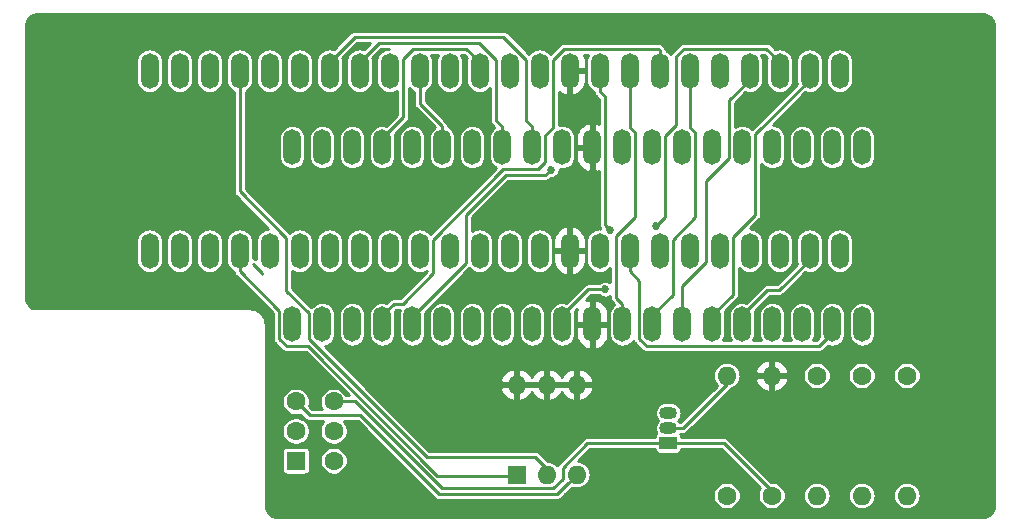
<source format=gbr>
G04 #@! TF.GenerationSoftware,KiCad,Pcbnew,(5.1.4)-1*
G04 #@! TF.CreationDate,2020-10-13T18:20:07+11:00*
G04 #@! TF.ProjectId,27C160_Adapter,32374331-3630-45f4-9164-61707465722e,rev?*
G04 #@! TF.SameCoordinates,Original*
G04 #@! TF.FileFunction,Copper,L2,Bot*
G04 #@! TF.FilePolarity,Positive*
%FSLAX46Y46*%
G04 Gerber Fmt 4.6, Leading zero omitted, Abs format (unit mm)*
G04 Created by KiCad (PCBNEW (5.1.4)-1) date 2020-10-13 18:20:07*
%MOMM*%
%LPD*%
G04 APERTURE LIST*
%ADD10O,1.600000X1.600000*%
%ADD11C,1.600000*%
%ADD12R,1.500000X1.050000*%
%ADD13O,1.500000X1.050000*%
%ADD14R,1.600000X1.600000*%
%ADD15O,1.500000X3.000000*%
%ADD16C,0.685800*%
%ADD17C,0.254000*%
%ADD18C,0.250000*%
G04 APERTURE END LIST*
D10*
X174498000Y-124460000D03*
D11*
X174498000Y-114300000D03*
D12*
X161925000Y-120015000D03*
D13*
X161925000Y-117475000D03*
X161925000Y-118745000D03*
D10*
X178308000Y-124460000D03*
D11*
X178308000Y-114300000D03*
D10*
X182118000Y-124460000D03*
D11*
X182118000Y-114300000D03*
D10*
X170688000Y-114300000D03*
D11*
X170688000Y-124460000D03*
D10*
X166878000Y-114300000D03*
D11*
X166878000Y-124460000D03*
D10*
X149098000Y-115062000D03*
X154178000Y-122682000D03*
X151638000Y-115062000D03*
X151638000Y-122682000D03*
X154178000Y-115062000D03*
D14*
X149098000Y-122682000D03*
D11*
X133604000Y-116499000D03*
X133604000Y-118999000D03*
X133604000Y-121499000D03*
X130404000Y-116499000D03*
X130404000Y-118999000D03*
D14*
X130404000Y-121499000D03*
D15*
X130086000Y-109959000D03*
X132626000Y-109959000D03*
X135166000Y-109959000D03*
X137706000Y-109959000D03*
X140246000Y-109959000D03*
X142786000Y-109959000D03*
X145326000Y-109959000D03*
X147866000Y-109959000D03*
X150406000Y-109959000D03*
X152946000Y-109959000D03*
X155486000Y-109959000D03*
X158026000Y-109959000D03*
X160566000Y-109959000D03*
X163106000Y-109959000D03*
X165646000Y-109959000D03*
X168186000Y-109959000D03*
X170726000Y-109959000D03*
X173266000Y-109959000D03*
X175806000Y-109959000D03*
X178346000Y-109959000D03*
X178346000Y-94969000D03*
X175806000Y-94969000D03*
X173266000Y-94969000D03*
X170726000Y-94969000D03*
X168186000Y-94969000D03*
X165646000Y-94969000D03*
X163106000Y-94969000D03*
X160566000Y-94969000D03*
X158026000Y-94969000D03*
X155486000Y-94969000D03*
X152946000Y-94969000D03*
X150406000Y-94969000D03*
X147866000Y-94969000D03*
X145326000Y-94969000D03*
X142786000Y-94969000D03*
X140246000Y-94969000D03*
X137706000Y-94969000D03*
X135166000Y-94969000D03*
X132626000Y-94969000D03*
X130086000Y-94969000D03*
X118021000Y-103733600D03*
X120561000Y-103733600D03*
X123101000Y-103733600D03*
X125641000Y-103733600D03*
X128181000Y-103733600D03*
X130721000Y-103733600D03*
X133261000Y-103733600D03*
X135801000Y-103733600D03*
X138341000Y-103733600D03*
X140881000Y-103733600D03*
X143421000Y-103733600D03*
X145961000Y-103733600D03*
X148501000Y-103733600D03*
X151041000Y-103733600D03*
X153581000Y-103733600D03*
X156121000Y-103733600D03*
X158661000Y-103733600D03*
X161201000Y-103733600D03*
X163741000Y-103733600D03*
X166281000Y-103733600D03*
X168821000Y-103733600D03*
X171361000Y-103733600D03*
X173901000Y-103733600D03*
X176441000Y-103733600D03*
X176441000Y-88493600D03*
X173901000Y-88493600D03*
X171361000Y-88493600D03*
X168821000Y-88493600D03*
X166281000Y-88493600D03*
X163741000Y-88493600D03*
X161201000Y-88493600D03*
X158661000Y-88493600D03*
X156121000Y-88493600D03*
X153581000Y-88493600D03*
X151041000Y-88493600D03*
X148501000Y-88493600D03*
X145961000Y-88493600D03*
X143421000Y-88493600D03*
X140881000Y-88493600D03*
X138341000Y-88493600D03*
X135801000Y-88493600D03*
X133261000Y-88493600D03*
X130721000Y-88493600D03*
X128181000Y-88493600D03*
X125641000Y-88493600D03*
X123101000Y-88493600D03*
X120561000Y-88493600D03*
X118021000Y-88493600D03*
D16*
X157030534Y-101990177D03*
X152007618Y-96856632D03*
X160931314Y-101663975D03*
X156591000Y-106982401D03*
D17*
X127508000Y-105600600D02*
X126772010Y-104864610D01*
X127508000Y-105664000D02*
X127508000Y-105600600D01*
D18*
X176441000Y-88493600D02*
X176441000Y-88804300D01*
D17*
X166624000Y-120015000D02*
X161925000Y-120015000D01*
X170688000Y-124079000D02*
X166624000Y-120015000D01*
X160921000Y-120015000D02*
X161925000Y-120015000D01*
X155097118Y-120015000D02*
X160921000Y-120015000D01*
X152996999Y-122115119D02*
X155097118Y-120015000D01*
X152996999Y-123070883D02*
X152996999Y-122115119D01*
X152204881Y-123863001D02*
X152996999Y-123070883D01*
X142743644Y-123863001D02*
X152204881Y-123863001D01*
X135379643Y-116499000D02*
X142743644Y-123863001D01*
X133604000Y-116499000D02*
X135379643Y-116499000D01*
X162929000Y-118745000D02*
X161925000Y-118745000D01*
X163183370Y-118745000D02*
X162929000Y-118745000D01*
X166878000Y-115050370D02*
X163183370Y-118745000D01*
X166878000Y-113919000D02*
X166878000Y-115050370D01*
X153378001Y-123481999D02*
X154178000Y-122682000D01*
X152488989Y-124371011D02*
X153378001Y-123481999D01*
X142533220Y-124371011D02*
X152488989Y-124371011D01*
X135842210Y-117680001D02*
X142533220Y-124371011D01*
X131585001Y-117680001D02*
X135842210Y-117680001D01*
X130404000Y-116499000D02*
X131585001Y-117680001D01*
X150685390Y-121183790D02*
X151676000Y-122174400D01*
X141501301Y-121183790D02*
X150685390Y-121183790D01*
X131494990Y-109018501D02*
X131494990Y-111177479D01*
X131494990Y-111177479D02*
X141501301Y-121183790D01*
X129589990Y-107113501D02*
X131494990Y-109018501D01*
X129589990Y-102665990D02*
X129589990Y-107113501D01*
X125641000Y-98717000D02*
X129589990Y-102665990D01*
X151676000Y-122174400D02*
X151676000Y-122784000D01*
X125641000Y-88493600D02*
X125641000Y-98717000D01*
X148272400Y-122784000D02*
X149136000Y-122784000D01*
X142383077Y-122784000D02*
X148272400Y-122784000D01*
X131439087Y-111840010D02*
X142383077Y-122784000D01*
X129617521Y-111840010D02*
X131439087Y-111840010D01*
X128954990Y-111177479D02*
X129617521Y-111840010D01*
X128954990Y-108801590D02*
X128954990Y-111177479D01*
X125641000Y-105487600D02*
X128954990Y-108801590D01*
X125641000Y-103733600D02*
X125641000Y-105487600D01*
X156617010Y-101576653D02*
X157030534Y-101990177D01*
X156617010Y-90743610D02*
X156617010Y-101576653D01*
X156121000Y-88493600D02*
X156121000Y-90247600D01*
X156121000Y-90247600D02*
X156617010Y-90743610D01*
X139460000Y-108205000D02*
X138710000Y-108205000D01*
X137706000Y-109209000D02*
X137706000Y-109959000D01*
X142012010Y-102793101D02*
X142012010Y-105652990D01*
X147955100Y-96850011D02*
X142012010Y-102793101D01*
X151537010Y-96187479D02*
X150874479Y-96850010D01*
X138710000Y-108205000D02*
X137706000Y-109209000D01*
X151537010Y-93953990D02*
X151537010Y-96187479D01*
X152172010Y-93318990D02*
X151537010Y-93953990D01*
X152172010Y-87553101D02*
X152172010Y-93318990D01*
X153112521Y-86612590D02*
X152172010Y-87553101D01*
X161073990Y-86612590D02*
X153112521Y-86612590D01*
X142012010Y-105652990D02*
X139460000Y-108205000D01*
X161201000Y-86739600D02*
X161073990Y-86612590D01*
X150874479Y-96850010D02*
X147955100Y-96850011D01*
X161201000Y-88493600D02*
X161201000Y-86739600D01*
X144829990Y-104788510D02*
X144829990Y-100693555D01*
X140246000Y-109959000D02*
X140246000Y-109372500D01*
X140246000Y-109372500D02*
X144829990Y-104788510D01*
X144829990Y-100693555D02*
X148165525Y-97358020D01*
X148165525Y-97358020D02*
X151506230Y-97358020D01*
X151506230Y-97358020D02*
X152007618Y-96856632D01*
X161697010Y-100898279D02*
X160931314Y-101663975D01*
X161697010Y-94028501D02*
X161697010Y-100898279D01*
X171361000Y-87743600D02*
X170229990Y-86612590D01*
X171361000Y-88493600D02*
X171361000Y-87743600D01*
X170229990Y-86612590D02*
X163272521Y-86612590D01*
X163272521Y-86612590D02*
X162609990Y-87275121D01*
X162609990Y-87275121D02*
X162609990Y-93115521D01*
X162609990Y-93115521D02*
X161697010Y-94028501D01*
X152946000Y-109209000D02*
X152946000Y-109959000D01*
X155172599Y-106982401D02*
X152946000Y-109209000D01*
X156591000Y-106982401D02*
X155172599Y-106982401D01*
X158026000Y-108205000D02*
X158026000Y-109959000D01*
X157529990Y-107708990D02*
X158026000Y-108205000D01*
X157529990Y-102515121D02*
X157529990Y-107708990D01*
X159157010Y-100888101D02*
X157529990Y-102515121D01*
X159157010Y-93750521D02*
X159157010Y-100888101D01*
X158661000Y-93254511D02*
X159157010Y-93750521D01*
X158661000Y-88493600D02*
X158661000Y-93254511D01*
X160566000Y-109209000D02*
X160566000Y-109959000D01*
X162332010Y-107442990D02*
X160566000Y-109209000D01*
X162332010Y-102793101D02*
X162332010Y-107442990D01*
X164237010Y-100888101D02*
X162332010Y-102793101D01*
X164237010Y-93750521D02*
X164237010Y-100888101D01*
X163741000Y-93254511D02*
X164237010Y-93750521D01*
X163741000Y-88493600D02*
X163741000Y-93254511D01*
X167054990Y-91009610D02*
X168821000Y-89243600D01*
X167054990Y-95909499D02*
X167054990Y-91009610D01*
X165149990Y-97814499D02*
X167054990Y-95909499D01*
X165149990Y-104674099D02*
X165149990Y-97814499D01*
X168821000Y-89243600D02*
X168821000Y-88493600D01*
X163106000Y-106718089D02*
X165149990Y-104674099D01*
X163106000Y-109959000D02*
X163106000Y-106718089D01*
X165646000Y-109209000D02*
X165646000Y-109959000D01*
X167412010Y-102589990D02*
X167412010Y-107442990D01*
X169317010Y-100684990D02*
X167412010Y-102589990D01*
X169317010Y-93827590D02*
X169317010Y-100684990D01*
X173901000Y-89243600D02*
X169317010Y-93827590D01*
X167412010Y-107442990D02*
X165646000Y-109209000D01*
X173901000Y-88493600D02*
X173901000Y-89243600D01*
X168186000Y-109209000D02*
X170334000Y-107061000D01*
X168186000Y-109959000D02*
X168186000Y-109209000D01*
X173901000Y-104483600D02*
X173901000Y-103733600D01*
X171323600Y-107061000D02*
X173901000Y-104483600D01*
X170334000Y-107061000D02*
X171323600Y-107061000D01*
X175806000Y-110709000D02*
X175806000Y-109959000D01*
X174674990Y-111840010D02*
X175806000Y-110709000D01*
X160097521Y-111840010D02*
X174674990Y-111840010D01*
X159434990Y-111177479D02*
X160097521Y-111840010D01*
X159434990Y-106261590D02*
X159434990Y-111177479D01*
X158661000Y-105487600D02*
X159434990Y-106261590D01*
X158661000Y-103733600D02*
X158661000Y-105487600D01*
X150406000Y-93215000D02*
X150406000Y-94969000D01*
X149909990Y-92718990D02*
X150406000Y-93215000D01*
X147953460Y-85596571D02*
X149909990Y-87553101D01*
X149909990Y-87553101D02*
X149909990Y-92718990D01*
X135408029Y-85596571D02*
X147953460Y-85596571D01*
X133261000Y-87743600D02*
X135408029Y-85596571D01*
X133261000Y-88493600D02*
X133261000Y-87743600D01*
X147866000Y-93215000D02*
X147866000Y-94969000D01*
X147369990Y-92718990D02*
X147866000Y-93215000D01*
X147369990Y-87553101D02*
X147369990Y-92718990D01*
X145921470Y-86104581D02*
X147369990Y-87553101D01*
X137440019Y-86104581D02*
X145921470Y-86104581D01*
X135801000Y-87743600D02*
X137440019Y-86104581D01*
X135801000Y-88493600D02*
X135801000Y-87743600D01*
D18*
X142786000Y-94969000D02*
X142786000Y-93191300D01*
X140881000Y-88493600D02*
X140881000Y-91286300D01*
X140881000Y-91286300D02*
X142786000Y-93191300D01*
D17*
X137706000Y-94219000D02*
X137706000Y-94969000D01*
X139472010Y-92452990D02*
X137706000Y-94219000D01*
X140336410Y-86612590D02*
X139472010Y-87476990D01*
X144829990Y-86612590D02*
X140336410Y-86612590D01*
X139472010Y-87476990D02*
X139472010Y-92452990D01*
X145961000Y-87743600D02*
X144829990Y-86612590D01*
X145961000Y-88493600D02*
X145961000Y-87743600D01*
G36*
X188670300Y-83687326D02*
G01*
X188864889Y-83746077D01*
X189044364Y-83841505D01*
X189201883Y-83969975D01*
X189331451Y-84126596D01*
X189428130Y-84305400D01*
X189488238Y-84499577D01*
X189510600Y-84712344D01*
X189510601Y-125337866D01*
X189492092Y-125526632D01*
X189440507Y-125697489D01*
X189356714Y-125855083D01*
X189243909Y-125993394D01*
X189106386Y-126107163D01*
X188949385Y-126192054D01*
X188778888Y-126244832D01*
X188590800Y-126264600D01*
X128789124Y-126264600D01*
X128600368Y-126246092D01*
X128429511Y-126194507D01*
X128271917Y-126110714D01*
X128133606Y-125997909D01*
X128019837Y-125860386D01*
X127934946Y-125703385D01*
X127882168Y-125532888D01*
X127862400Y-125344800D01*
X127862400Y-120699000D01*
X129221157Y-120699000D01*
X129221157Y-122299000D01*
X129228513Y-122373689D01*
X129250299Y-122445508D01*
X129285678Y-122511696D01*
X129333289Y-122569711D01*
X129391304Y-122617322D01*
X129457492Y-122652701D01*
X129529311Y-122674487D01*
X129604000Y-122681843D01*
X131204000Y-122681843D01*
X131278689Y-122674487D01*
X131350508Y-122652701D01*
X131416696Y-122617322D01*
X131474711Y-122569711D01*
X131522322Y-122511696D01*
X131557701Y-122445508D01*
X131579487Y-122373689D01*
X131586843Y-122299000D01*
X131586843Y-121382682D01*
X132423000Y-121382682D01*
X132423000Y-121615318D01*
X132468386Y-121843485D01*
X132557412Y-122058413D01*
X132686658Y-122251843D01*
X132851157Y-122416342D01*
X133044587Y-122545588D01*
X133259515Y-122634614D01*
X133487682Y-122680000D01*
X133720318Y-122680000D01*
X133948485Y-122634614D01*
X134163413Y-122545588D01*
X134356843Y-122416342D01*
X134521342Y-122251843D01*
X134650588Y-122058413D01*
X134739614Y-121843485D01*
X134785000Y-121615318D01*
X134785000Y-121382682D01*
X134739614Y-121154515D01*
X134650588Y-120939587D01*
X134521342Y-120746157D01*
X134356843Y-120581658D01*
X134163413Y-120452412D01*
X133948485Y-120363386D01*
X133720318Y-120318000D01*
X133487682Y-120318000D01*
X133259515Y-120363386D01*
X133044587Y-120452412D01*
X132851157Y-120581658D01*
X132686658Y-120746157D01*
X132557412Y-120939587D01*
X132468386Y-121154515D01*
X132423000Y-121382682D01*
X131586843Y-121382682D01*
X131586843Y-120699000D01*
X131579487Y-120624311D01*
X131557701Y-120552492D01*
X131522322Y-120486304D01*
X131474711Y-120428289D01*
X131416696Y-120380678D01*
X131350508Y-120345299D01*
X131278689Y-120323513D01*
X131204000Y-120316157D01*
X129604000Y-120316157D01*
X129529311Y-120323513D01*
X129457492Y-120345299D01*
X129391304Y-120380678D01*
X129333289Y-120428289D01*
X129285678Y-120486304D01*
X129250299Y-120552492D01*
X129228513Y-120624311D01*
X129221157Y-120699000D01*
X127862400Y-120699000D01*
X127862400Y-118882682D01*
X129223000Y-118882682D01*
X129223000Y-119115318D01*
X129268386Y-119343485D01*
X129357412Y-119558413D01*
X129486658Y-119751843D01*
X129651157Y-119916342D01*
X129844587Y-120045588D01*
X130059515Y-120134614D01*
X130287682Y-120180000D01*
X130520318Y-120180000D01*
X130748485Y-120134614D01*
X130963413Y-120045588D01*
X131156843Y-119916342D01*
X131321342Y-119751843D01*
X131450588Y-119558413D01*
X131539614Y-119343485D01*
X131585000Y-119115318D01*
X131585000Y-118882682D01*
X131539614Y-118654515D01*
X131450588Y-118439587D01*
X131321342Y-118246157D01*
X131156843Y-118081658D01*
X130963413Y-117952412D01*
X130748485Y-117863386D01*
X130520318Y-117818000D01*
X130287682Y-117818000D01*
X130059515Y-117863386D01*
X129844587Y-117952412D01*
X129651157Y-118081658D01*
X129486658Y-118246157D01*
X129357412Y-118439587D01*
X129268386Y-118654515D01*
X129223000Y-118882682D01*
X127862400Y-118882682D01*
X127862400Y-109970833D01*
X127861386Y-109960541D01*
X127861436Y-109953411D01*
X127861126Y-109950251D01*
X127837809Y-109728399D01*
X127833670Y-109708236D01*
X127829803Y-109687963D01*
X127828885Y-109684924D01*
X127762920Y-109471826D01*
X127754948Y-109452861D01*
X127747213Y-109433716D01*
X127745722Y-109430913D01*
X127639622Y-109234686D01*
X127628102Y-109217606D01*
X127616812Y-109200354D01*
X127614805Y-109197893D01*
X127472612Y-109026011D01*
X127458008Y-109011509D01*
X127443567Y-108996762D01*
X127441121Y-108994739D01*
X127268251Y-108853749D01*
X127251094Y-108842350D01*
X127234077Y-108830698D01*
X127231284Y-108829188D01*
X127034320Y-108724461D01*
X127015290Y-108716618D01*
X126996322Y-108708488D01*
X126993289Y-108707550D01*
X126779736Y-108643074D01*
X126759573Y-108639082D01*
X126739358Y-108634785D01*
X126736200Y-108634453D01*
X126514190Y-108612685D01*
X126514182Y-108612685D01*
X126503167Y-108611600D01*
X108469124Y-108611600D01*
X108280368Y-108593092D01*
X108109511Y-108541507D01*
X107951917Y-108457714D01*
X107813606Y-108344909D01*
X107699837Y-108207386D01*
X107614946Y-108050385D01*
X107562168Y-107879888D01*
X107542400Y-107691800D01*
X107542400Y-102928043D01*
X116890000Y-102928043D01*
X116890000Y-104539158D01*
X116906365Y-104705315D01*
X116971038Y-104918509D01*
X117076059Y-105114990D01*
X117217394Y-105287207D01*
X117389611Y-105428542D01*
X117586092Y-105533563D01*
X117799286Y-105598235D01*
X118021000Y-105620072D01*
X118242715Y-105598235D01*
X118455909Y-105533563D01*
X118652390Y-105428542D01*
X118824607Y-105287207D01*
X118965942Y-105114990D01*
X119070963Y-104918509D01*
X119135635Y-104705315D01*
X119152000Y-104539158D01*
X119152000Y-102928043D01*
X119430000Y-102928043D01*
X119430000Y-104539158D01*
X119446365Y-104705315D01*
X119511038Y-104918509D01*
X119616059Y-105114990D01*
X119757394Y-105287207D01*
X119929611Y-105428542D01*
X120126092Y-105533563D01*
X120339286Y-105598235D01*
X120561000Y-105620072D01*
X120782715Y-105598235D01*
X120995909Y-105533563D01*
X121192390Y-105428542D01*
X121364607Y-105287207D01*
X121505942Y-105114990D01*
X121610963Y-104918509D01*
X121675635Y-104705315D01*
X121692000Y-104539158D01*
X121692000Y-102928043D01*
X121970000Y-102928043D01*
X121970000Y-104539158D01*
X121986365Y-104705315D01*
X122051038Y-104918509D01*
X122156059Y-105114990D01*
X122297394Y-105287207D01*
X122469611Y-105428542D01*
X122666092Y-105533563D01*
X122879286Y-105598235D01*
X123101000Y-105620072D01*
X123322715Y-105598235D01*
X123535909Y-105533563D01*
X123732390Y-105428542D01*
X123904607Y-105287207D01*
X124045942Y-105114990D01*
X124150963Y-104918509D01*
X124215635Y-104705315D01*
X124232000Y-104539158D01*
X124232000Y-102928042D01*
X124215635Y-102761885D01*
X124150963Y-102548691D01*
X124045942Y-102352210D01*
X123904607Y-102179993D01*
X123732390Y-102038658D01*
X123535908Y-101933637D01*
X123322714Y-101868965D01*
X123101000Y-101847128D01*
X122879285Y-101868965D01*
X122666091Y-101933637D01*
X122469610Y-102038658D01*
X122297393Y-102179993D01*
X122156058Y-102352210D01*
X122051037Y-102548692D01*
X121986365Y-102761886D01*
X121970000Y-102928043D01*
X121692000Y-102928043D01*
X121692000Y-102928042D01*
X121675635Y-102761885D01*
X121610963Y-102548691D01*
X121505942Y-102352210D01*
X121364607Y-102179993D01*
X121192390Y-102038658D01*
X120995908Y-101933637D01*
X120782714Y-101868965D01*
X120561000Y-101847128D01*
X120339285Y-101868965D01*
X120126091Y-101933637D01*
X119929610Y-102038658D01*
X119757393Y-102179993D01*
X119616058Y-102352210D01*
X119511037Y-102548692D01*
X119446365Y-102761886D01*
X119430000Y-102928043D01*
X119152000Y-102928043D01*
X119152000Y-102928042D01*
X119135635Y-102761885D01*
X119070963Y-102548691D01*
X118965942Y-102352210D01*
X118824607Y-102179993D01*
X118652390Y-102038658D01*
X118455908Y-101933637D01*
X118242714Y-101868965D01*
X118021000Y-101847128D01*
X117799285Y-101868965D01*
X117586091Y-101933637D01*
X117389610Y-102038658D01*
X117217393Y-102179993D01*
X117076058Y-102352210D01*
X116971037Y-102548692D01*
X116906365Y-102761886D01*
X116890000Y-102928043D01*
X107542400Y-102928043D01*
X107542400Y-87688043D01*
X116890000Y-87688043D01*
X116890000Y-89299158D01*
X116906365Y-89465315D01*
X116971038Y-89678509D01*
X117076059Y-89874990D01*
X117217394Y-90047207D01*
X117389611Y-90188542D01*
X117586092Y-90293563D01*
X117799286Y-90358235D01*
X118021000Y-90380072D01*
X118242715Y-90358235D01*
X118455909Y-90293563D01*
X118652390Y-90188542D01*
X118824607Y-90047207D01*
X118965942Y-89874990D01*
X119070963Y-89678509D01*
X119135635Y-89465315D01*
X119152000Y-89299158D01*
X119152000Y-87688043D01*
X119430000Y-87688043D01*
X119430000Y-89299158D01*
X119446365Y-89465315D01*
X119511038Y-89678509D01*
X119616059Y-89874990D01*
X119757394Y-90047207D01*
X119929611Y-90188542D01*
X120126092Y-90293563D01*
X120339286Y-90358235D01*
X120561000Y-90380072D01*
X120782715Y-90358235D01*
X120995909Y-90293563D01*
X121192390Y-90188542D01*
X121364607Y-90047207D01*
X121505942Y-89874990D01*
X121610963Y-89678509D01*
X121675635Y-89465315D01*
X121692000Y-89299158D01*
X121692000Y-87688043D01*
X121970000Y-87688043D01*
X121970000Y-89299158D01*
X121986365Y-89465315D01*
X122051038Y-89678509D01*
X122156059Y-89874990D01*
X122297394Y-90047207D01*
X122469611Y-90188542D01*
X122666092Y-90293563D01*
X122879286Y-90358235D01*
X123101000Y-90380072D01*
X123322715Y-90358235D01*
X123535909Y-90293563D01*
X123732390Y-90188542D01*
X123904607Y-90047207D01*
X124045942Y-89874990D01*
X124150963Y-89678509D01*
X124215635Y-89465315D01*
X124232000Y-89299158D01*
X124232000Y-87688043D01*
X124510000Y-87688043D01*
X124510000Y-89299158D01*
X124526365Y-89465315D01*
X124591038Y-89678509D01*
X124696059Y-89874990D01*
X124837394Y-90047207D01*
X125009611Y-90188542D01*
X125133000Y-90254495D01*
X125133001Y-98692046D01*
X125130543Y-98717000D01*
X125140352Y-98816584D01*
X125169400Y-98912343D01*
X125216571Y-99000595D01*
X125264150Y-99058570D01*
X125280053Y-99077948D01*
X125299430Y-99093850D01*
X128064210Y-101858631D01*
X127959285Y-101868965D01*
X127746091Y-101933637D01*
X127549610Y-102038658D01*
X127377393Y-102179993D01*
X127236058Y-102352210D01*
X127131037Y-102548692D01*
X127066365Y-102761886D01*
X127050000Y-102928043D01*
X127050000Y-104437185D01*
X126967353Y-104393010D01*
X126871594Y-104363962D01*
X126772010Y-104354153D01*
X126772000Y-104354154D01*
X126772000Y-102928042D01*
X126755635Y-102761885D01*
X126690963Y-102548691D01*
X126585942Y-102352210D01*
X126444607Y-102179993D01*
X126272390Y-102038658D01*
X126075908Y-101933637D01*
X125862714Y-101868965D01*
X125641000Y-101847128D01*
X125419285Y-101868965D01*
X125206091Y-101933637D01*
X125009610Y-102038658D01*
X124837393Y-102179993D01*
X124696058Y-102352210D01*
X124591037Y-102548692D01*
X124526365Y-102761886D01*
X124510000Y-102928043D01*
X124510000Y-104539158D01*
X124526365Y-104705315D01*
X124591038Y-104918509D01*
X124696059Y-105114990D01*
X124837394Y-105287207D01*
X125009611Y-105428542D01*
X125131123Y-105493492D01*
X125140352Y-105587184D01*
X125169400Y-105682943D01*
X125216571Y-105771195D01*
X125249873Y-105811773D01*
X125280053Y-105848548D01*
X125299430Y-105864450D01*
X128446990Y-109012010D01*
X128446991Y-111152525D01*
X128444533Y-111177479D01*
X128447702Y-111209649D01*
X128454342Y-111277064D01*
X128471010Y-111332010D01*
X128483390Y-111372822D01*
X128530561Y-111461074D01*
X128561226Y-111498439D01*
X128594043Y-111538427D01*
X128613420Y-111554329D01*
X129240670Y-112181580D01*
X129256573Y-112200958D01*
X129275950Y-112216860D01*
X129333925Y-112264439D01*
X129422176Y-112311610D01*
X129422178Y-112311611D01*
X129517936Y-112340659D01*
X129592574Y-112348010D01*
X129592576Y-112348010D01*
X129617520Y-112350467D01*
X129642464Y-112348010D01*
X131228667Y-112348010D01*
X134871657Y-115991000D01*
X134671884Y-115991000D01*
X134650588Y-115939587D01*
X134521342Y-115746157D01*
X134356843Y-115581658D01*
X134163413Y-115452412D01*
X133948485Y-115363386D01*
X133720318Y-115318000D01*
X133487682Y-115318000D01*
X133259515Y-115363386D01*
X133044587Y-115452412D01*
X132851157Y-115581658D01*
X132686658Y-115746157D01*
X132557412Y-115939587D01*
X132468386Y-116154515D01*
X132423000Y-116382682D01*
X132423000Y-116615318D01*
X132468386Y-116843485D01*
X132557412Y-117058413D01*
X132633309Y-117172001D01*
X131795421Y-117172001D01*
X131518318Y-116894898D01*
X131539614Y-116843485D01*
X131585000Y-116615318D01*
X131585000Y-116382682D01*
X131539614Y-116154515D01*
X131450588Y-115939587D01*
X131321342Y-115746157D01*
X131156843Y-115581658D01*
X130963413Y-115452412D01*
X130748485Y-115363386D01*
X130520318Y-115318000D01*
X130287682Y-115318000D01*
X130059515Y-115363386D01*
X129844587Y-115452412D01*
X129651157Y-115581658D01*
X129486658Y-115746157D01*
X129357412Y-115939587D01*
X129268386Y-116154515D01*
X129223000Y-116382682D01*
X129223000Y-116615318D01*
X129268386Y-116843485D01*
X129357412Y-117058413D01*
X129486658Y-117251843D01*
X129651157Y-117416342D01*
X129844587Y-117545588D01*
X130059515Y-117634614D01*
X130287682Y-117680000D01*
X130520318Y-117680000D01*
X130748485Y-117634614D01*
X130799898Y-117613318D01*
X131208146Y-118021566D01*
X131224053Y-118040949D01*
X131301406Y-118104430D01*
X131389658Y-118151602D01*
X131485416Y-118180650D01*
X131560054Y-118188001D01*
X131560057Y-118188001D01*
X131585001Y-118190458D01*
X131609945Y-118188001D01*
X132744814Y-118188001D01*
X132686658Y-118246157D01*
X132557412Y-118439587D01*
X132468386Y-118654515D01*
X132423000Y-118882682D01*
X132423000Y-119115318D01*
X132468386Y-119343485D01*
X132557412Y-119558413D01*
X132686658Y-119751843D01*
X132851157Y-119916342D01*
X133044587Y-120045588D01*
X133259515Y-120134614D01*
X133487682Y-120180000D01*
X133720318Y-120180000D01*
X133948485Y-120134614D01*
X134163413Y-120045588D01*
X134356843Y-119916342D01*
X134521342Y-119751843D01*
X134650588Y-119558413D01*
X134739614Y-119343485D01*
X134785000Y-119115318D01*
X134785000Y-118882682D01*
X134739614Y-118654515D01*
X134650588Y-118439587D01*
X134521342Y-118246157D01*
X134463186Y-118188001D01*
X135631790Y-118188001D01*
X142156370Y-124712582D01*
X142172272Y-124731959D01*
X142191649Y-124747861D01*
X142249624Y-124795440D01*
X142296796Y-124820654D01*
X142337877Y-124842612D01*
X142433635Y-124871660D01*
X142508273Y-124879011D01*
X142508275Y-124879011D01*
X142533219Y-124881468D01*
X142558163Y-124879011D01*
X152464045Y-124879011D01*
X152488989Y-124881468D01*
X152513933Y-124879011D01*
X152513936Y-124879011D01*
X152588574Y-124871660D01*
X152684332Y-124842612D01*
X152772584Y-124795440D01*
X152849937Y-124731959D01*
X152865844Y-124712576D01*
X153234738Y-124343682D01*
X165697000Y-124343682D01*
X165697000Y-124576318D01*
X165742386Y-124804485D01*
X165831412Y-125019413D01*
X165960658Y-125212843D01*
X166125157Y-125377342D01*
X166318587Y-125506588D01*
X166533515Y-125595614D01*
X166761682Y-125641000D01*
X166994318Y-125641000D01*
X167222485Y-125595614D01*
X167437413Y-125506588D01*
X167630843Y-125377342D01*
X167795342Y-125212843D01*
X167924588Y-125019413D01*
X168013614Y-124804485D01*
X168059000Y-124576318D01*
X168059000Y-124343682D01*
X168013614Y-124115515D01*
X167924588Y-123900587D01*
X167795342Y-123707157D01*
X167630843Y-123542658D01*
X167437413Y-123413412D01*
X167222485Y-123324386D01*
X166994318Y-123279000D01*
X166761682Y-123279000D01*
X166533515Y-123324386D01*
X166318587Y-123413412D01*
X166125157Y-123542658D01*
X165960658Y-123707157D01*
X165831412Y-123900587D01*
X165742386Y-124115515D01*
X165697000Y-124343682D01*
X153234738Y-124343682D01*
X153782310Y-123796110D01*
X153946484Y-123845912D01*
X154119984Y-123863000D01*
X154236016Y-123863000D01*
X154409516Y-123845912D01*
X154632136Y-123778381D01*
X154837303Y-123668717D01*
X155017134Y-123521134D01*
X155164717Y-123341303D01*
X155274381Y-123136136D01*
X155341912Y-122913516D01*
X155364714Y-122682000D01*
X155341912Y-122450484D01*
X155274381Y-122227864D01*
X155164717Y-122022697D01*
X155017134Y-121842866D01*
X154837303Y-121695283D01*
X154632136Y-121585619D01*
X154409516Y-121518088D01*
X154321153Y-121509385D01*
X155307538Y-120523000D01*
X160792157Y-120523000D01*
X160792157Y-120540000D01*
X160799513Y-120614689D01*
X160821299Y-120686508D01*
X160856678Y-120752696D01*
X160904289Y-120810711D01*
X160962304Y-120858322D01*
X161028492Y-120893701D01*
X161100311Y-120915487D01*
X161175000Y-120922843D01*
X162675000Y-120922843D01*
X162749689Y-120915487D01*
X162821508Y-120893701D01*
X162887696Y-120858322D01*
X162945711Y-120810711D01*
X162993322Y-120752696D01*
X163028701Y-120686508D01*
X163050487Y-120614689D01*
X163057843Y-120540000D01*
X163057843Y-120523000D01*
X166413580Y-120523000D01*
X169701395Y-123810815D01*
X169641412Y-123900587D01*
X169552386Y-124115515D01*
X169507000Y-124343682D01*
X169507000Y-124576318D01*
X169552386Y-124804485D01*
X169641412Y-125019413D01*
X169770658Y-125212843D01*
X169935157Y-125377342D01*
X170128587Y-125506588D01*
X170343515Y-125595614D01*
X170571682Y-125641000D01*
X170804318Y-125641000D01*
X171032485Y-125595614D01*
X171247413Y-125506588D01*
X171440843Y-125377342D01*
X171605342Y-125212843D01*
X171734588Y-125019413D01*
X171823614Y-124804485D01*
X171869000Y-124576318D01*
X171869000Y-124460000D01*
X173311286Y-124460000D01*
X173334088Y-124691516D01*
X173401619Y-124914136D01*
X173511283Y-125119303D01*
X173658866Y-125299134D01*
X173838697Y-125446717D01*
X174043864Y-125556381D01*
X174266484Y-125623912D01*
X174439984Y-125641000D01*
X174556016Y-125641000D01*
X174729516Y-125623912D01*
X174952136Y-125556381D01*
X175157303Y-125446717D01*
X175337134Y-125299134D01*
X175484717Y-125119303D01*
X175594381Y-124914136D01*
X175661912Y-124691516D01*
X175684714Y-124460000D01*
X177121286Y-124460000D01*
X177144088Y-124691516D01*
X177211619Y-124914136D01*
X177321283Y-125119303D01*
X177468866Y-125299134D01*
X177648697Y-125446717D01*
X177853864Y-125556381D01*
X178076484Y-125623912D01*
X178249984Y-125641000D01*
X178366016Y-125641000D01*
X178539516Y-125623912D01*
X178762136Y-125556381D01*
X178967303Y-125446717D01*
X179147134Y-125299134D01*
X179294717Y-125119303D01*
X179404381Y-124914136D01*
X179471912Y-124691516D01*
X179494714Y-124460000D01*
X180931286Y-124460000D01*
X180954088Y-124691516D01*
X181021619Y-124914136D01*
X181131283Y-125119303D01*
X181278866Y-125299134D01*
X181458697Y-125446717D01*
X181663864Y-125556381D01*
X181886484Y-125623912D01*
X182059984Y-125641000D01*
X182176016Y-125641000D01*
X182349516Y-125623912D01*
X182572136Y-125556381D01*
X182777303Y-125446717D01*
X182957134Y-125299134D01*
X183104717Y-125119303D01*
X183214381Y-124914136D01*
X183281912Y-124691516D01*
X183304714Y-124460000D01*
X183281912Y-124228484D01*
X183214381Y-124005864D01*
X183104717Y-123800697D01*
X182957134Y-123620866D01*
X182777303Y-123473283D01*
X182572136Y-123363619D01*
X182349516Y-123296088D01*
X182176016Y-123279000D01*
X182059984Y-123279000D01*
X181886484Y-123296088D01*
X181663864Y-123363619D01*
X181458697Y-123473283D01*
X181278866Y-123620866D01*
X181131283Y-123800697D01*
X181021619Y-124005864D01*
X180954088Y-124228484D01*
X180931286Y-124460000D01*
X179494714Y-124460000D01*
X179471912Y-124228484D01*
X179404381Y-124005864D01*
X179294717Y-123800697D01*
X179147134Y-123620866D01*
X178967303Y-123473283D01*
X178762136Y-123363619D01*
X178539516Y-123296088D01*
X178366016Y-123279000D01*
X178249984Y-123279000D01*
X178076484Y-123296088D01*
X177853864Y-123363619D01*
X177648697Y-123473283D01*
X177468866Y-123620866D01*
X177321283Y-123800697D01*
X177211619Y-124005864D01*
X177144088Y-124228484D01*
X177121286Y-124460000D01*
X175684714Y-124460000D01*
X175661912Y-124228484D01*
X175594381Y-124005864D01*
X175484717Y-123800697D01*
X175337134Y-123620866D01*
X175157303Y-123473283D01*
X174952136Y-123363619D01*
X174729516Y-123296088D01*
X174556016Y-123279000D01*
X174439984Y-123279000D01*
X174266484Y-123296088D01*
X174043864Y-123363619D01*
X173838697Y-123473283D01*
X173658866Y-123620866D01*
X173511283Y-123800697D01*
X173401619Y-124005864D01*
X173334088Y-124228484D01*
X173311286Y-124460000D01*
X171869000Y-124460000D01*
X171869000Y-124343682D01*
X171823614Y-124115515D01*
X171734588Y-123900587D01*
X171605342Y-123707157D01*
X171440843Y-123542658D01*
X171247413Y-123413412D01*
X171032485Y-123324386D01*
X170804318Y-123279000D01*
X170606420Y-123279000D01*
X167000855Y-119673435D01*
X166984948Y-119654052D01*
X166907595Y-119590571D01*
X166819343Y-119543399D01*
X166723585Y-119514351D01*
X166648947Y-119507000D01*
X166648944Y-119507000D01*
X166624000Y-119504543D01*
X166599056Y-119507000D01*
X163057843Y-119507000D01*
X163057843Y-119490000D01*
X163050487Y-119415311D01*
X163028701Y-119343492D01*
X162993322Y-119277304D01*
X162973377Y-119253000D01*
X163158426Y-119253000D01*
X163183370Y-119255457D01*
X163208314Y-119253000D01*
X163208317Y-119253000D01*
X163282955Y-119245649D01*
X163378713Y-119216601D01*
X163466965Y-119169429D01*
X163544318Y-119105948D01*
X163560225Y-119086565D01*
X167214822Y-115431968D01*
X167332136Y-115396381D01*
X167537303Y-115286717D01*
X167717134Y-115139134D01*
X167864717Y-114959303D01*
X167974381Y-114754136D01*
X168006261Y-114649040D01*
X169296091Y-114649040D01*
X169390930Y-114913881D01*
X169535615Y-115155131D01*
X169724586Y-115363519D01*
X169950580Y-115531037D01*
X170204913Y-115651246D01*
X170338961Y-115691904D01*
X170561000Y-115569915D01*
X170561000Y-114427000D01*
X170815000Y-114427000D01*
X170815000Y-115569915D01*
X171037039Y-115691904D01*
X171171087Y-115651246D01*
X171425420Y-115531037D01*
X171651414Y-115363519D01*
X171840385Y-115155131D01*
X171985070Y-114913881D01*
X172079909Y-114649040D01*
X171958624Y-114427000D01*
X170815000Y-114427000D01*
X170561000Y-114427000D01*
X169417376Y-114427000D01*
X169296091Y-114649040D01*
X168006261Y-114649040D01*
X168041912Y-114531516D01*
X168064714Y-114300000D01*
X168053258Y-114183682D01*
X173317000Y-114183682D01*
X173317000Y-114416318D01*
X173362386Y-114644485D01*
X173451412Y-114859413D01*
X173580658Y-115052843D01*
X173745157Y-115217342D01*
X173938587Y-115346588D01*
X174153515Y-115435614D01*
X174381682Y-115481000D01*
X174614318Y-115481000D01*
X174842485Y-115435614D01*
X175057413Y-115346588D01*
X175250843Y-115217342D01*
X175415342Y-115052843D01*
X175544588Y-114859413D01*
X175633614Y-114644485D01*
X175679000Y-114416318D01*
X175679000Y-114183682D01*
X177127000Y-114183682D01*
X177127000Y-114416318D01*
X177172386Y-114644485D01*
X177261412Y-114859413D01*
X177390658Y-115052843D01*
X177555157Y-115217342D01*
X177748587Y-115346588D01*
X177963515Y-115435614D01*
X178191682Y-115481000D01*
X178424318Y-115481000D01*
X178652485Y-115435614D01*
X178867413Y-115346588D01*
X179060843Y-115217342D01*
X179225342Y-115052843D01*
X179354588Y-114859413D01*
X179443614Y-114644485D01*
X179489000Y-114416318D01*
X179489000Y-114183682D01*
X180937000Y-114183682D01*
X180937000Y-114416318D01*
X180982386Y-114644485D01*
X181071412Y-114859413D01*
X181200658Y-115052843D01*
X181365157Y-115217342D01*
X181558587Y-115346588D01*
X181773515Y-115435614D01*
X182001682Y-115481000D01*
X182234318Y-115481000D01*
X182462485Y-115435614D01*
X182677413Y-115346588D01*
X182870843Y-115217342D01*
X183035342Y-115052843D01*
X183164588Y-114859413D01*
X183253614Y-114644485D01*
X183299000Y-114416318D01*
X183299000Y-114183682D01*
X183253614Y-113955515D01*
X183164588Y-113740587D01*
X183035342Y-113547157D01*
X182870843Y-113382658D01*
X182677413Y-113253412D01*
X182462485Y-113164386D01*
X182234318Y-113119000D01*
X182001682Y-113119000D01*
X181773515Y-113164386D01*
X181558587Y-113253412D01*
X181365157Y-113382658D01*
X181200658Y-113547157D01*
X181071412Y-113740587D01*
X180982386Y-113955515D01*
X180937000Y-114183682D01*
X179489000Y-114183682D01*
X179443614Y-113955515D01*
X179354588Y-113740587D01*
X179225342Y-113547157D01*
X179060843Y-113382658D01*
X178867413Y-113253412D01*
X178652485Y-113164386D01*
X178424318Y-113119000D01*
X178191682Y-113119000D01*
X177963515Y-113164386D01*
X177748587Y-113253412D01*
X177555157Y-113382658D01*
X177390658Y-113547157D01*
X177261412Y-113740587D01*
X177172386Y-113955515D01*
X177127000Y-114183682D01*
X175679000Y-114183682D01*
X175633614Y-113955515D01*
X175544588Y-113740587D01*
X175415342Y-113547157D01*
X175250843Y-113382658D01*
X175057413Y-113253412D01*
X174842485Y-113164386D01*
X174614318Y-113119000D01*
X174381682Y-113119000D01*
X174153515Y-113164386D01*
X173938587Y-113253412D01*
X173745157Y-113382658D01*
X173580658Y-113547157D01*
X173451412Y-113740587D01*
X173362386Y-113955515D01*
X173317000Y-114183682D01*
X168053258Y-114183682D01*
X168041912Y-114068484D01*
X168006262Y-113950960D01*
X169296091Y-113950960D01*
X169417376Y-114173000D01*
X170561000Y-114173000D01*
X170561000Y-113030085D01*
X170815000Y-113030085D01*
X170815000Y-114173000D01*
X171958624Y-114173000D01*
X172079909Y-113950960D01*
X171985070Y-113686119D01*
X171840385Y-113444869D01*
X171651414Y-113236481D01*
X171425420Y-113068963D01*
X171171087Y-112948754D01*
X171037039Y-112908096D01*
X170815000Y-113030085D01*
X170561000Y-113030085D01*
X170338961Y-112908096D01*
X170204913Y-112948754D01*
X169950580Y-113068963D01*
X169724586Y-113236481D01*
X169535615Y-113444869D01*
X169390930Y-113686119D01*
X169296091Y-113950960D01*
X168006262Y-113950960D01*
X167974381Y-113845864D01*
X167864717Y-113640697D01*
X167717134Y-113460866D01*
X167537303Y-113313283D01*
X167332136Y-113203619D01*
X167109516Y-113136088D01*
X166936016Y-113119000D01*
X166819984Y-113119000D01*
X166646484Y-113136088D01*
X166423864Y-113203619D01*
X166218697Y-113313283D01*
X166038866Y-113460866D01*
X165891283Y-113640697D01*
X165781619Y-113845864D01*
X165714088Y-114068484D01*
X165691286Y-114300000D01*
X165714088Y-114531516D01*
X165781619Y-114754136D01*
X165891283Y-114959303D01*
X166038866Y-115139134D01*
X166056414Y-115153536D01*
X162972950Y-118237000D01*
X162905136Y-118237000D01*
X162800909Y-118110000D01*
X162906956Y-117980782D01*
X162991084Y-117823388D01*
X163042890Y-117652607D01*
X163060383Y-117475000D01*
X163042890Y-117297393D01*
X162991084Y-117126612D01*
X162906956Y-116969218D01*
X162793738Y-116831262D01*
X162655782Y-116718044D01*
X162498388Y-116633916D01*
X162327607Y-116582110D01*
X162194501Y-116569000D01*
X161655499Y-116569000D01*
X161522393Y-116582110D01*
X161351612Y-116633916D01*
X161194218Y-116718044D01*
X161056262Y-116831262D01*
X160943044Y-116969218D01*
X160858916Y-117126612D01*
X160807110Y-117297393D01*
X160789617Y-117475000D01*
X160807110Y-117652607D01*
X160858916Y-117823388D01*
X160943044Y-117980782D01*
X161049091Y-118110000D01*
X160943044Y-118239218D01*
X160858916Y-118396612D01*
X160807110Y-118567393D01*
X160789617Y-118745000D01*
X160807110Y-118922607D01*
X160858916Y-119093388D01*
X160919527Y-119206784D01*
X160904289Y-119219289D01*
X160856678Y-119277304D01*
X160821299Y-119343492D01*
X160799513Y-119415311D01*
X160792157Y-119490000D01*
X160792157Y-119507000D01*
X155122062Y-119507000D01*
X155097118Y-119504543D01*
X155072174Y-119507000D01*
X155072171Y-119507000D01*
X154997533Y-119514351D01*
X154901775Y-119543399D01*
X154813523Y-119590571D01*
X154736170Y-119654052D01*
X154720263Y-119673435D01*
X152655429Y-121738269D01*
X152636052Y-121754171D01*
X152620150Y-121773548D01*
X152620149Y-121773549D01*
X152572570Y-121831524D01*
X152531257Y-121908816D01*
X152477134Y-121842866D01*
X152297303Y-121695283D01*
X152092136Y-121585619D01*
X151869516Y-121518088D01*
X151723752Y-121503732D01*
X151062245Y-120842225D01*
X151046338Y-120822842D01*
X150968985Y-120759361D01*
X150880733Y-120712189D01*
X150784975Y-120683141D01*
X150710337Y-120675790D01*
X150710334Y-120675790D01*
X150685390Y-120673333D01*
X150660446Y-120675790D01*
X141711721Y-120675790D01*
X136446971Y-115411040D01*
X147706091Y-115411040D01*
X147800930Y-115675881D01*
X147945615Y-115917131D01*
X148134586Y-116125519D01*
X148360580Y-116293037D01*
X148614913Y-116413246D01*
X148748961Y-116453904D01*
X148971000Y-116331915D01*
X148971000Y-115189000D01*
X149225000Y-115189000D01*
X149225000Y-116331915D01*
X149447039Y-116453904D01*
X149581087Y-116413246D01*
X149835420Y-116293037D01*
X150061414Y-116125519D01*
X150250385Y-115917131D01*
X150368000Y-115721018D01*
X150485615Y-115917131D01*
X150674586Y-116125519D01*
X150900580Y-116293037D01*
X151154913Y-116413246D01*
X151288961Y-116453904D01*
X151511000Y-116331915D01*
X151511000Y-115189000D01*
X151765000Y-115189000D01*
X151765000Y-116331915D01*
X151987039Y-116453904D01*
X152121087Y-116413246D01*
X152375420Y-116293037D01*
X152601414Y-116125519D01*
X152790385Y-115917131D01*
X152908000Y-115721018D01*
X153025615Y-115917131D01*
X153214586Y-116125519D01*
X153440580Y-116293037D01*
X153694913Y-116413246D01*
X153828961Y-116453904D01*
X154051000Y-116331915D01*
X154051000Y-115189000D01*
X154305000Y-115189000D01*
X154305000Y-116331915D01*
X154527039Y-116453904D01*
X154661087Y-116413246D01*
X154915420Y-116293037D01*
X155141414Y-116125519D01*
X155330385Y-115917131D01*
X155475070Y-115675881D01*
X155569909Y-115411040D01*
X155448624Y-115189000D01*
X154305000Y-115189000D01*
X154051000Y-115189000D01*
X151765000Y-115189000D01*
X151511000Y-115189000D01*
X149225000Y-115189000D01*
X148971000Y-115189000D01*
X147827376Y-115189000D01*
X147706091Y-115411040D01*
X136446971Y-115411040D01*
X135748891Y-114712960D01*
X147706091Y-114712960D01*
X147827376Y-114935000D01*
X148971000Y-114935000D01*
X148971000Y-113792085D01*
X149225000Y-113792085D01*
X149225000Y-114935000D01*
X151511000Y-114935000D01*
X151511000Y-113792085D01*
X151765000Y-113792085D01*
X151765000Y-114935000D01*
X154051000Y-114935000D01*
X154051000Y-113792085D01*
X154305000Y-113792085D01*
X154305000Y-114935000D01*
X155448624Y-114935000D01*
X155569909Y-114712960D01*
X155475070Y-114448119D01*
X155330385Y-114206869D01*
X155141414Y-113998481D01*
X154915420Y-113830963D01*
X154661087Y-113710754D01*
X154527039Y-113670096D01*
X154305000Y-113792085D01*
X154051000Y-113792085D01*
X153828961Y-113670096D01*
X153694913Y-113710754D01*
X153440580Y-113830963D01*
X153214586Y-113998481D01*
X153025615Y-114206869D01*
X152908000Y-114402982D01*
X152790385Y-114206869D01*
X152601414Y-113998481D01*
X152375420Y-113830963D01*
X152121087Y-113710754D01*
X151987039Y-113670096D01*
X151765000Y-113792085D01*
X151511000Y-113792085D01*
X151288961Y-113670096D01*
X151154913Y-113710754D01*
X150900580Y-113830963D01*
X150674586Y-113998481D01*
X150485615Y-114206869D01*
X150368000Y-114402982D01*
X150250385Y-114206869D01*
X150061414Y-113998481D01*
X149835420Y-113830963D01*
X149581087Y-113710754D01*
X149447039Y-113670096D01*
X149225000Y-113792085D01*
X148971000Y-113792085D01*
X148748961Y-113670096D01*
X148614913Y-113710754D01*
X148360580Y-113830963D01*
X148134586Y-113998481D01*
X147945615Y-114206869D01*
X147800930Y-114448119D01*
X147706091Y-114712960D01*
X135748891Y-114712960D01*
X132856808Y-111820877D01*
X133060909Y-111758963D01*
X133257390Y-111653942D01*
X133429607Y-111512607D01*
X133570942Y-111340390D01*
X133675963Y-111143909D01*
X133740635Y-110930715D01*
X133757000Y-110764558D01*
X133757000Y-109153443D01*
X134035000Y-109153443D01*
X134035000Y-110764558D01*
X134051365Y-110930715D01*
X134116038Y-111143909D01*
X134221059Y-111340390D01*
X134362394Y-111512607D01*
X134534611Y-111653942D01*
X134731092Y-111758963D01*
X134944286Y-111823635D01*
X135166000Y-111845472D01*
X135387715Y-111823635D01*
X135600909Y-111758963D01*
X135797390Y-111653942D01*
X135969607Y-111512607D01*
X136110942Y-111340390D01*
X136215963Y-111143909D01*
X136280635Y-110930715D01*
X136297000Y-110764558D01*
X136297000Y-109153442D01*
X136280635Y-108987285D01*
X136215963Y-108774091D01*
X136110942Y-108577610D01*
X135969607Y-108405393D01*
X135797390Y-108264058D01*
X135600908Y-108159037D01*
X135387714Y-108094365D01*
X135166000Y-108072528D01*
X134944285Y-108094365D01*
X134731091Y-108159037D01*
X134534610Y-108264058D01*
X134362393Y-108405393D01*
X134221058Y-108577610D01*
X134116037Y-108774092D01*
X134051365Y-108987286D01*
X134035000Y-109153443D01*
X133757000Y-109153443D01*
X133757000Y-109153442D01*
X133740635Y-108987285D01*
X133675963Y-108774091D01*
X133570942Y-108577610D01*
X133429607Y-108405393D01*
X133257390Y-108264058D01*
X133060908Y-108159037D01*
X132847714Y-108094365D01*
X132626000Y-108072528D01*
X132404285Y-108094365D01*
X132191091Y-108159037D01*
X131994610Y-108264058D01*
X131822393Y-108405393D01*
X131722284Y-108527375D01*
X130097990Y-106903081D01*
X130097990Y-105433021D01*
X130286092Y-105533563D01*
X130499286Y-105598235D01*
X130721000Y-105620072D01*
X130942715Y-105598235D01*
X131155909Y-105533563D01*
X131352390Y-105428542D01*
X131524607Y-105287207D01*
X131665942Y-105114990D01*
X131770963Y-104918509D01*
X131835635Y-104705315D01*
X131852000Y-104539158D01*
X131852000Y-102928043D01*
X132130000Y-102928043D01*
X132130000Y-104539158D01*
X132146365Y-104705315D01*
X132211038Y-104918509D01*
X132316059Y-105114990D01*
X132457394Y-105287207D01*
X132629611Y-105428542D01*
X132826092Y-105533563D01*
X133039286Y-105598235D01*
X133261000Y-105620072D01*
X133482715Y-105598235D01*
X133695909Y-105533563D01*
X133892390Y-105428542D01*
X134064607Y-105287207D01*
X134205942Y-105114990D01*
X134310963Y-104918509D01*
X134375635Y-104705315D01*
X134392000Y-104539158D01*
X134392000Y-102928043D01*
X134670000Y-102928043D01*
X134670000Y-104539158D01*
X134686365Y-104705315D01*
X134751038Y-104918509D01*
X134856059Y-105114990D01*
X134997394Y-105287207D01*
X135169611Y-105428542D01*
X135366092Y-105533563D01*
X135579286Y-105598235D01*
X135801000Y-105620072D01*
X136022715Y-105598235D01*
X136235909Y-105533563D01*
X136432390Y-105428542D01*
X136604607Y-105287207D01*
X136745942Y-105114990D01*
X136850963Y-104918509D01*
X136915635Y-104705315D01*
X136932000Y-104539158D01*
X136932000Y-102928043D01*
X137210000Y-102928043D01*
X137210000Y-104539158D01*
X137226365Y-104705315D01*
X137291038Y-104918509D01*
X137396059Y-105114990D01*
X137537394Y-105287207D01*
X137709611Y-105428542D01*
X137906092Y-105533563D01*
X138119286Y-105598235D01*
X138341000Y-105620072D01*
X138562715Y-105598235D01*
X138775909Y-105533563D01*
X138972390Y-105428542D01*
X139144607Y-105287207D01*
X139285942Y-105114990D01*
X139390963Y-104918509D01*
X139455635Y-104705315D01*
X139472000Y-104539158D01*
X139472000Y-102928042D01*
X139455635Y-102761885D01*
X139390963Y-102548691D01*
X139285942Y-102352210D01*
X139144607Y-102179993D01*
X138972390Y-102038658D01*
X138775908Y-101933637D01*
X138562714Y-101868965D01*
X138341000Y-101847128D01*
X138119285Y-101868965D01*
X137906091Y-101933637D01*
X137709610Y-102038658D01*
X137537393Y-102179993D01*
X137396058Y-102352210D01*
X137291037Y-102548692D01*
X137226365Y-102761886D01*
X137210000Y-102928043D01*
X136932000Y-102928043D01*
X136932000Y-102928042D01*
X136915635Y-102761885D01*
X136850963Y-102548691D01*
X136745942Y-102352210D01*
X136604607Y-102179993D01*
X136432390Y-102038658D01*
X136235908Y-101933637D01*
X136022714Y-101868965D01*
X135801000Y-101847128D01*
X135579285Y-101868965D01*
X135366091Y-101933637D01*
X135169610Y-102038658D01*
X134997393Y-102179993D01*
X134856058Y-102352210D01*
X134751037Y-102548692D01*
X134686365Y-102761886D01*
X134670000Y-102928043D01*
X134392000Y-102928043D01*
X134392000Y-102928042D01*
X134375635Y-102761885D01*
X134310963Y-102548691D01*
X134205942Y-102352210D01*
X134064607Y-102179993D01*
X133892390Y-102038658D01*
X133695908Y-101933637D01*
X133482714Y-101868965D01*
X133261000Y-101847128D01*
X133039285Y-101868965D01*
X132826091Y-101933637D01*
X132629610Y-102038658D01*
X132457393Y-102179993D01*
X132316058Y-102352210D01*
X132211037Y-102548692D01*
X132146365Y-102761886D01*
X132130000Y-102928043D01*
X131852000Y-102928043D01*
X131852000Y-102928042D01*
X131835635Y-102761885D01*
X131770963Y-102548691D01*
X131665942Y-102352210D01*
X131524607Y-102179993D01*
X131352390Y-102038658D01*
X131155908Y-101933637D01*
X130942714Y-101868965D01*
X130721000Y-101847128D01*
X130499285Y-101868965D01*
X130286091Y-101933637D01*
X130089610Y-102038658D01*
X129917393Y-102179993D01*
X129874581Y-102232160D01*
X126149000Y-98506580D01*
X126149000Y-94163442D01*
X128955000Y-94163442D01*
X128955000Y-95774557D01*
X128971365Y-95940714D01*
X129036037Y-96153908D01*
X129141058Y-96350390D01*
X129282393Y-96522607D01*
X129454610Y-96663942D01*
X129651091Y-96768963D01*
X129864285Y-96833635D01*
X130086000Y-96855472D01*
X130307714Y-96833635D01*
X130520908Y-96768963D01*
X130717390Y-96663942D01*
X130889607Y-96522607D01*
X131030942Y-96350390D01*
X131135963Y-96153909D01*
X131200635Y-95940715D01*
X131217000Y-95774558D01*
X131217000Y-94163442D01*
X131495000Y-94163442D01*
X131495000Y-95774557D01*
X131511365Y-95940714D01*
X131576037Y-96153908D01*
X131681058Y-96350390D01*
X131822393Y-96522607D01*
X131994610Y-96663942D01*
X132191091Y-96768963D01*
X132404285Y-96833635D01*
X132626000Y-96855472D01*
X132847714Y-96833635D01*
X133060908Y-96768963D01*
X133257390Y-96663942D01*
X133429607Y-96522607D01*
X133570942Y-96350390D01*
X133675963Y-96153909D01*
X133740635Y-95940715D01*
X133757000Y-95774558D01*
X133757000Y-94163442D01*
X134035000Y-94163442D01*
X134035000Y-95774557D01*
X134051365Y-95940714D01*
X134116037Y-96153908D01*
X134221058Y-96350390D01*
X134362393Y-96522607D01*
X134534610Y-96663942D01*
X134731091Y-96768963D01*
X134944285Y-96833635D01*
X135166000Y-96855472D01*
X135387714Y-96833635D01*
X135600908Y-96768963D01*
X135797390Y-96663942D01*
X135969607Y-96522607D01*
X136110942Y-96350390D01*
X136215963Y-96153909D01*
X136280635Y-95940715D01*
X136297000Y-95774558D01*
X136297000Y-94163442D01*
X136280635Y-93997285D01*
X136215963Y-93784091D01*
X136110942Y-93587610D01*
X135969607Y-93415393D01*
X135797390Y-93274058D01*
X135600909Y-93169037D01*
X135387715Y-93104365D01*
X135166000Y-93082528D01*
X134944286Y-93104365D01*
X134731092Y-93169037D01*
X134534611Y-93274058D01*
X134362394Y-93415393D01*
X134221059Y-93587610D01*
X134116038Y-93784091D01*
X134051365Y-93997285D01*
X134035000Y-94163442D01*
X133757000Y-94163442D01*
X133740635Y-93997285D01*
X133675963Y-93784091D01*
X133570942Y-93587610D01*
X133429607Y-93415393D01*
X133257390Y-93274058D01*
X133060909Y-93169037D01*
X132847715Y-93104365D01*
X132626000Y-93082528D01*
X132404286Y-93104365D01*
X132191092Y-93169037D01*
X131994611Y-93274058D01*
X131822394Y-93415393D01*
X131681059Y-93587610D01*
X131576038Y-93784091D01*
X131511365Y-93997285D01*
X131495000Y-94163442D01*
X131217000Y-94163442D01*
X131200635Y-93997285D01*
X131135963Y-93784091D01*
X131030942Y-93587610D01*
X130889607Y-93415393D01*
X130717390Y-93274058D01*
X130520909Y-93169037D01*
X130307715Y-93104365D01*
X130086000Y-93082528D01*
X129864286Y-93104365D01*
X129651092Y-93169037D01*
X129454611Y-93274058D01*
X129282394Y-93415393D01*
X129141059Y-93587610D01*
X129036038Y-93784091D01*
X128971365Y-93997285D01*
X128955000Y-94163442D01*
X126149000Y-94163442D01*
X126149000Y-90254495D01*
X126272390Y-90188542D01*
X126444607Y-90047207D01*
X126585942Y-89874990D01*
X126690963Y-89678509D01*
X126755635Y-89465315D01*
X126772000Y-89299158D01*
X126772000Y-87688043D01*
X127050000Y-87688043D01*
X127050000Y-89299158D01*
X127066365Y-89465315D01*
X127131038Y-89678509D01*
X127236059Y-89874990D01*
X127377394Y-90047207D01*
X127549611Y-90188542D01*
X127746092Y-90293563D01*
X127959286Y-90358235D01*
X128181000Y-90380072D01*
X128402715Y-90358235D01*
X128615909Y-90293563D01*
X128812390Y-90188542D01*
X128984607Y-90047207D01*
X129125942Y-89874990D01*
X129230963Y-89678509D01*
X129295635Y-89465315D01*
X129312000Y-89299158D01*
X129312000Y-87688043D01*
X129590000Y-87688043D01*
X129590000Y-89299158D01*
X129606365Y-89465315D01*
X129671038Y-89678509D01*
X129776059Y-89874990D01*
X129917394Y-90047207D01*
X130089611Y-90188542D01*
X130286092Y-90293563D01*
X130499286Y-90358235D01*
X130721000Y-90380072D01*
X130942715Y-90358235D01*
X131155909Y-90293563D01*
X131352390Y-90188542D01*
X131524607Y-90047207D01*
X131665942Y-89874990D01*
X131770963Y-89678509D01*
X131835635Y-89465315D01*
X131852000Y-89299158D01*
X131852000Y-87688043D01*
X132130000Y-87688043D01*
X132130000Y-89299158D01*
X132146365Y-89465315D01*
X132211038Y-89678509D01*
X132316059Y-89874990D01*
X132457394Y-90047207D01*
X132629611Y-90188542D01*
X132826092Y-90293563D01*
X133039286Y-90358235D01*
X133261000Y-90380072D01*
X133482715Y-90358235D01*
X133695909Y-90293563D01*
X133892390Y-90188542D01*
X134064607Y-90047207D01*
X134205942Y-89874990D01*
X134310963Y-89678509D01*
X134375635Y-89465315D01*
X134392000Y-89299158D01*
X134392000Y-87688042D01*
X134375635Y-87521885D01*
X134335021Y-87387999D01*
X135618449Y-86104571D01*
X136721609Y-86104571D01*
X136156601Y-86669579D01*
X136022714Y-86628965D01*
X135801000Y-86607128D01*
X135579285Y-86628965D01*
X135366091Y-86693637D01*
X135169610Y-86798658D01*
X134997393Y-86939993D01*
X134856058Y-87112210D01*
X134751037Y-87308692D01*
X134686365Y-87521886D01*
X134670000Y-87688043D01*
X134670000Y-89299158D01*
X134686365Y-89465315D01*
X134751038Y-89678509D01*
X134856059Y-89874990D01*
X134997394Y-90047207D01*
X135169611Y-90188542D01*
X135366092Y-90293563D01*
X135579286Y-90358235D01*
X135801000Y-90380072D01*
X136022715Y-90358235D01*
X136235909Y-90293563D01*
X136432390Y-90188542D01*
X136604607Y-90047207D01*
X136745942Y-89874990D01*
X136850963Y-89678509D01*
X136915635Y-89465315D01*
X136932000Y-89299158D01*
X136932000Y-87688042D01*
X136915635Y-87521885D01*
X136875021Y-87387999D01*
X137650439Y-86612581D01*
X138285635Y-86612581D01*
X138119285Y-86628965D01*
X137906091Y-86693637D01*
X137709610Y-86798658D01*
X137537393Y-86939993D01*
X137396058Y-87112210D01*
X137291037Y-87308692D01*
X137226365Y-87521886D01*
X137210000Y-87688043D01*
X137210000Y-89299158D01*
X137226365Y-89465315D01*
X137291038Y-89678509D01*
X137396059Y-89874990D01*
X137537394Y-90047207D01*
X137709611Y-90188542D01*
X137906092Y-90293563D01*
X138119286Y-90358235D01*
X138341000Y-90380072D01*
X138562715Y-90358235D01*
X138775909Y-90293563D01*
X138964011Y-90193021D01*
X138964011Y-92242568D01*
X138061601Y-93144979D01*
X137927715Y-93104365D01*
X137706000Y-93082528D01*
X137484286Y-93104365D01*
X137271092Y-93169037D01*
X137074611Y-93274058D01*
X136902394Y-93415393D01*
X136761059Y-93587610D01*
X136656038Y-93784091D01*
X136591365Y-93997285D01*
X136575000Y-94163442D01*
X136575000Y-95774557D01*
X136591365Y-95940714D01*
X136656037Y-96153908D01*
X136761058Y-96350390D01*
X136902393Y-96522607D01*
X137074610Y-96663942D01*
X137271091Y-96768963D01*
X137484285Y-96833635D01*
X137706000Y-96855472D01*
X137927714Y-96833635D01*
X138140908Y-96768963D01*
X138337390Y-96663942D01*
X138509607Y-96522607D01*
X138650942Y-96350390D01*
X138755963Y-96153909D01*
X138820635Y-95940715D01*
X138837000Y-95774558D01*
X138837000Y-94163443D01*
X139115000Y-94163443D01*
X139115000Y-95774558D01*
X139131365Y-95940715D01*
X139196038Y-96153909D01*
X139301059Y-96350390D01*
X139442394Y-96522607D01*
X139614611Y-96663942D01*
X139811092Y-96768963D01*
X140024286Y-96833635D01*
X140246000Y-96855472D01*
X140467715Y-96833635D01*
X140680909Y-96768963D01*
X140877390Y-96663942D01*
X141049607Y-96522607D01*
X141190942Y-96350390D01*
X141295963Y-96153909D01*
X141360635Y-95940715D01*
X141377000Y-95774558D01*
X141377000Y-94163442D01*
X141360635Y-93997285D01*
X141295963Y-93784091D01*
X141190942Y-93587610D01*
X141049607Y-93415393D01*
X140877390Y-93274058D01*
X140680908Y-93169037D01*
X140467714Y-93104365D01*
X140246000Y-93082528D01*
X140024285Y-93104365D01*
X139811091Y-93169037D01*
X139614610Y-93274058D01*
X139442393Y-93415393D01*
X139301058Y-93587610D01*
X139196037Y-93784092D01*
X139131365Y-93997286D01*
X139115000Y-94163443D01*
X138837000Y-94163443D01*
X138837000Y-94163442D01*
X138820635Y-93997285D01*
X138780021Y-93863399D01*
X139813581Y-92829840D01*
X139832958Y-92813938D01*
X139870214Y-92768541D01*
X139896439Y-92736586D01*
X139943610Y-92648335D01*
X139944949Y-92643921D01*
X139972659Y-92552575D01*
X139980010Y-92477937D01*
X139980010Y-92477935D01*
X139982467Y-92452991D01*
X139980010Y-92428047D01*
X139980010Y-89928544D01*
X140077394Y-90047207D01*
X140249611Y-90188542D01*
X140375001Y-90255564D01*
X140375001Y-91261444D01*
X140372553Y-91286300D01*
X140382322Y-91385492D01*
X140411255Y-91480874D01*
X140411256Y-91480875D01*
X140458242Y-91568779D01*
X140521474Y-91645827D01*
X140540781Y-91661672D01*
X142153817Y-93274709D01*
X141982394Y-93415393D01*
X141841059Y-93587610D01*
X141736038Y-93784091D01*
X141671365Y-93997285D01*
X141655000Y-94163442D01*
X141655000Y-95774557D01*
X141671365Y-95940714D01*
X141736037Y-96153908D01*
X141841058Y-96350390D01*
X141982393Y-96522607D01*
X142154610Y-96663942D01*
X142351091Y-96768963D01*
X142564285Y-96833635D01*
X142786000Y-96855472D01*
X143007714Y-96833635D01*
X143220908Y-96768963D01*
X143417390Y-96663942D01*
X143589607Y-96522607D01*
X143730942Y-96350390D01*
X143835963Y-96153909D01*
X143900635Y-95940715D01*
X143917000Y-95774558D01*
X143917000Y-94163442D01*
X144195000Y-94163442D01*
X144195000Y-95774557D01*
X144211365Y-95940714D01*
X144276037Y-96153908D01*
X144381058Y-96350390D01*
X144522393Y-96522607D01*
X144694610Y-96663942D01*
X144891091Y-96768963D01*
X145104285Y-96833635D01*
X145326000Y-96855472D01*
X145547714Y-96833635D01*
X145760908Y-96768963D01*
X145957390Y-96663942D01*
X146129607Y-96522607D01*
X146270942Y-96350390D01*
X146375963Y-96153909D01*
X146440635Y-95940715D01*
X146457000Y-95774558D01*
X146457000Y-94163442D01*
X146440635Y-93997285D01*
X146375963Y-93784091D01*
X146270942Y-93587610D01*
X146129607Y-93415393D01*
X145957390Y-93274058D01*
X145760909Y-93169037D01*
X145547715Y-93104365D01*
X145326000Y-93082528D01*
X145104286Y-93104365D01*
X144891092Y-93169037D01*
X144694611Y-93274058D01*
X144522394Y-93415393D01*
X144381059Y-93587610D01*
X144276038Y-93784091D01*
X144211365Y-93997285D01*
X144195000Y-94163442D01*
X143917000Y-94163442D01*
X143900635Y-93997285D01*
X143835963Y-93784091D01*
X143730942Y-93587610D01*
X143589607Y-93415393D01*
X143417390Y-93274058D01*
X143292853Y-93207492D01*
X143294448Y-93191300D01*
X143284678Y-93092107D01*
X143255745Y-92996725D01*
X143208759Y-92908821D01*
X143145527Y-92831773D01*
X143126220Y-92815928D01*
X141387000Y-91076709D01*
X141387000Y-90255564D01*
X141512390Y-90188542D01*
X141684607Y-90047207D01*
X141825942Y-89874990D01*
X141930963Y-89678509D01*
X141995635Y-89465315D01*
X142012000Y-89299158D01*
X142012000Y-87688042D01*
X141995635Y-87521885D01*
X141930963Y-87308691D01*
X141830421Y-87120590D01*
X142471579Y-87120590D01*
X142371037Y-87308692D01*
X142306365Y-87521886D01*
X142290000Y-87688043D01*
X142290000Y-89299158D01*
X142306365Y-89465315D01*
X142371038Y-89678509D01*
X142476059Y-89874990D01*
X142617394Y-90047207D01*
X142789611Y-90188542D01*
X142986092Y-90293563D01*
X143199286Y-90358235D01*
X143421000Y-90380072D01*
X143642715Y-90358235D01*
X143855909Y-90293563D01*
X144052390Y-90188542D01*
X144224607Y-90047207D01*
X144365942Y-89874990D01*
X144470963Y-89678509D01*
X144535635Y-89465315D01*
X144552000Y-89299158D01*
X144552000Y-87688042D01*
X144535635Y-87521885D01*
X144470963Y-87308691D01*
X144370421Y-87120590D01*
X144619570Y-87120590D01*
X144886979Y-87387999D01*
X144846365Y-87521886D01*
X144830000Y-87688043D01*
X144830000Y-89299158D01*
X144846365Y-89465315D01*
X144911038Y-89678509D01*
X145016059Y-89874990D01*
X145157394Y-90047207D01*
X145329611Y-90188542D01*
X145526092Y-90293563D01*
X145739286Y-90358235D01*
X145961000Y-90380072D01*
X146182715Y-90358235D01*
X146395909Y-90293563D01*
X146592390Y-90188542D01*
X146764607Y-90047207D01*
X146861990Y-89928545D01*
X146861991Y-92694036D01*
X146859533Y-92718990D01*
X146869342Y-92818574D01*
X146898390Y-92914333D01*
X146945561Y-93002585D01*
X146972488Y-93035395D01*
X147009043Y-93079938D01*
X147028420Y-93095840D01*
X147219247Y-93286667D01*
X147062394Y-93415393D01*
X146921059Y-93587610D01*
X146816038Y-93784091D01*
X146751365Y-93997285D01*
X146735000Y-94163442D01*
X146735000Y-95774557D01*
X146751365Y-95940714D01*
X146816037Y-96153908D01*
X146921058Y-96350390D01*
X147062393Y-96522607D01*
X147234610Y-96663942D01*
X147357215Y-96729475D01*
X141784716Y-102301975D01*
X141684607Y-102179993D01*
X141512390Y-102038658D01*
X141315908Y-101933637D01*
X141102714Y-101868965D01*
X140881000Y-101847128D01*
X140659285Y-101868965D01*
X140446091Y-101933637D01*
X140249610Y-102038658D01*
X140077393Y-102179993D01*
X139936058Y-102352210D01*
X139831037Y-102548692D01*
X139766365Y-102761886D01*
X139750000Y-102928043D01*
X139750000Y-104539158D01*
X139766365Y-104705315D01*
X139831038Y-104918509D01*
X139936059Y-105114990D01*
X140077394Y-105287207D01*
X140249611Y-105428542D01*
X140446092Y-105533563D01*
X140659286Y-105598235D01*
X140881000Y-105620072D01*
X141102715Y-105598235D01*
X141315909Y-105533563D01*
X141504011Y-105433021D01*
X141504011Y-105442568D01*
X139249580Y-107697000D01*
X138734943Y-107697000D01*
X138709999Y-107694543D01*
X138685055Y-107697000D01*
X138685053Y-107697000D01*
X138610415Y-107704351D01*
X138514657Y-107733399D01*
X138514655Y-107733400D01*
X138426404Y-107780571D01*
X138381193Y-107817675D01*
X138349052Y-107844052D01*
X138333150Y-107863429D01*
X138061600Y-108134979D01*
X137927714Y-108094365D01*
X137706000Y-108072528D01*
X137484285Y-108094365D01*
X137271091Y-108159037D01*
X137074610Y-108264058D01*
X136902393Y-108405393D01*
X136761058Y-108577610D01*
X136656037Y-108774092D01*
X136591365Y-108987286D01*
X136575000Y-109153443D01*
X136575000Y-110764558D01*
X136591365Y-110930715D01*
X136656038Y-111143909D01*
X136761059Y-111340390D01*
X136902394Y-111512607D01*
X137074611Y-111653942D01*
X137271092Y-111758963D01*
X137484286Y-111823635D01*
X137706000Y-111845472D01*
X137927715Y-111823635D01*
X138140909Y-111758963D01*
X138337390Y-111653942D01*
X138509607Y-111512607D01*
X138650942Y-111340390D01*
X138755963Y-111143909D01*
X138820635Y-110930715D01*
X138837000Y-110764558D01*
X138837000Y-109153442D01*
X138820635Y-108987285D01*
X138780021Y-108853400D01*
X138920421Y-108713000D01*
X139228691Y-108713000D01*
X139196037Y-108774092D01*
X139131365Y-108987286D01*
X139115000Y-109153443D01*
X139115000Y-110764558D01*
X139131365Y-110930715D01*
X139196038Y-111143909D01*
X139301059Y-111340390D01*
X139442394Y-111512607D01*
X139614611Y-111653942D01*
X139811092Y-111758963D01*
X140024286Y-111823635D01*
X140246000Y-111845472D01*
X140467715Y-111823635D01*
X140680909Y-111758963D01*
X140877390Y-111653942D01*
X141049607Y-111512607D01*
X141190942Y-111340390D01*
X141295963Y-111143909D01*
X141360635Y-110930715D01*
X141377000Y-110764558D01*
X141377000Y-109153443D01*
X141655000Y-109153443D01*
X141655000Y-110764558D01*
X141671365Y-110930715D01*
X141736038Y-111143909D01*
X141841059Y-111340390D01*
X141982394Y-111512607D01*
X142154611Y-111653942D01*
X142351092Y-111758963D01*
X142564286Y-111823635D01*
X142786000Y-111845472D01*
X143007715Y-111823635D01*
X143220909Y-111758963D01*
X143417390Y-111653942D01*
X143589607Y-111512607D01*
X143730942Y-111340390D01*
X143835963Y-111143909D01*
X143900635Y-110930715D01*
X143917000Y-110764558D01*
X143917000Y-109153443D01*
X144195000Y-109153443D01*
X144195000Y-110764558D01*
X144211365Y-110930715D01*
X144276038Y-111143909D01*
X144381059Y-111340390D01*
X144522394Y-111512607D01*
X144694611Y-111653942D01*
X144891092Y-111758963D01*
X145104286Y-111823635D01*
X145326000Y-111845472D01*
X145547715Y-111823635D01*
X145760909Y-111758963D01*
X145957390Y-111653942D01*
X146129607Y-111512607D01*
X146270942Y-111340390D01*
X146375963Y-111143909D01*
X146440635Y-110930715D01*
X146457000Y-110764558D01*
X146457000Y-109153443D01*
X146735000Y-109153443D01*
X146735000Y-110764558D01*
X146751365Y-110930715D01*
X146816038Y-111143909D01*
X146921059Y-111340390D01*
X147062394Y-111512607D01*
X147234611Y-111653942D01*
X147431092Y-111758963D01*
X147644286Y-111823635D01*
X147866000Y-111845472D01*
X148087715Y-111823635D01*
X148300909Y-111758963D01*
X148497390Y-111653942D01*
X148669607Y-111512607D01*
X148810942Y-111340390D01*
X148915963Y-111143909D01*
X148980635Y-110930715D01*
X148997000Y-110764558D01*
X148997000Y-109153443D01*
X149275000Y-109153443D01*
X149275000Y-110764558D01*
X149291365Y-110930715D01*
X149356038Y-111143909D01*
X149461059Y-111340390D01*
X149602394Y-111512607D01*
X149774611Y-111653942D01*
X149971092Y-111758963D01*
X150184286Y-111823635D01*
X150406000Y-111845472D01*
X150627715Y-111823635D01*
X150840909Y-111758963D01*
X151037390Y-111653942D01*
X151209607Y-111512607D01*
X151350942Y-111340390D01*
X151455963Y-111143909D01*
X151520635Y-110930715D01*
X151537000Y-110764558D01*
X151537000Y-109153442D01*
X151520635Y-108987285D01*
X151455963Y-108774091D01*
X151350942Y-108577610D01*
X151209607Y-108405393D01*
X151037390Y-108264058D01*
X150840908Y-108159037D01*
X150627714Y-108094365D01*
X150406000Y-108072528D01*
X150184285Y-108094365D01*
X149971091Y-108159037D01*
X149774610Y-108264058D01*
X149602393Y-108405393D01*
X149461058Y-108577610D01*
X149356037Y-108774092D01*
X149291365Y-108987286D01*
X149275000Y-109153443D01*
X148997000Y-109153443D01*
X148997000Y-109153442D01*
X148980635Y-108987285D01*
X148915963Y-108774091D01*
X148810942Y-108577610D01*
X148669607Y-108405393D01*
X148497390Y-108264058D01*
X148300908Y-108159037D01*
X148087714Y-108094365D01*
X147866000Y-108072528D01*
X147644285Y-108094365D01*
X147431091Y-108159037D01*
X147234610Y-108264058D01*
X147062393Y-108405393D01*
X146921058Y-108577610D01*
X146816037Y-108774092D01*
X146751365Y-108987286D01*
X146735000Y-109153443D01*
X146457000Y-109153443D01*
X146457000Y-109153442D01*
X146440635Y-108987285D01*
X146375963Y-108774091D01*
X146270942Y-108577610D01*
X146129607Y-108405393D01*
X145957390Y-108264058D01*
X145760908Y-108159037D01*
X145547714Y-108094365D01*
X145326000Y-108072528D01*
X145104285Y-108094365D01*
X144891091Y-108159037D01*
X144694610Y-108264058D01*
X144522393Y-108405393D01*
X144381058Y-108577610D01*
X144276037Y-108774092D01*
X144211365Y-108987286D01*
X144195000Y-109153443D01*
X143917000Y-109153443D01*
X143917000Y-109153442D01*
X143900635Y-108987285D01*
X143835963Y-108774091D01*
X143730942Y-108577610D01*
X143589607Y-108405393D01*
X143417390Y-108264058D01*
X143220908Y-108159037D01*
X143007714Y-108094365D01*
X142786000Y-108072528D01*
X142564285Y-108094365D01*
X142351091Y-108159037D01*
X142154610Y-108264058D01*
X141982393Y-108405393D01*
X141841058Y-108577610D01*
X141736037Y-108774092D01*
X141671365Y-108987286D01*
X141655000Y-109153443D01*
X141377000Y-109153443D01*
X141377000Y-109153442D01*
X141360635Y-108987285D01*
X141358075Y-108978845D01*
X145108856Y-105228064D01*
X145157394Y-105287207D01*
X145329611Y-105428542D01*
X145526092Y-105533563D01*
X145739286Y-105598235D01*
X145961000Y-105620072D01*
X146182715Y-105598235D01*
X146395909Y-105533563D01*
X146592390Y-105428542D01*
X146764607Y-105287207D01*
X146905942Y-105114990D01*
X147010963Y-104918509D01*
X147075635Y-104705315D01*
X147092000Y-104539158D01*
X147092000Y-102928043D01*
X147370000Y-102928043D01*
X147370000Y-104539158D01*
X147386365Y-104705315D01*
X147451038Y-104918509D01*
X147556059Y-105114990D01*
X147697394Y-105287207D01*
X147869611Y-105428542D01*
X148066092Y-105533563D01*
X148279286Y-105598235D01*
X148501000Y-105620072D01*
X148722715Y-105598235D01*
X148935909Y-105533563D01*
X149132390Y-105428542D01*
X149304607Y-105287207D01*
X149445942Y-105114990D01*
X149550963Y-104918509D01*
X149615635Y-104705315D01*
X149632000Y-104539158D01*
X149632000Y-102928043D01*
X149910000Y-102928043D01*
X149910000Y-104539158D01*
X149926365Y-104705315D01*
X149991038Y-104918509D01*
X150096059Y-105114990D01*
X150237394Y-105287207D01*
X150409611Y-105428542D01*
X150606092Y-105533563D01*
X150819286Y-105598235D01*
X151041000Y-105620072D01*
X151262715Y-105598235D01*
X151475909Y-105533563D01*
X151672390Y-105428542D01*
X151844607Y-105287207D01*
X151985942Y-105114990D01*
X152090963Y-104918509D01*
X152155635Y-104705315D01*
X152172000Y-104539158D01*
X152172000Y-103860600D01*
X152196000Y-103860600D01*
X152196000Y-104610600D01*
X152247389Y-104878360D01*
X152350028Y-105130949D01*
X152499972Y-105358661D01*
X152691460Y-105552745D01*
X152917132Y-105705742D01*
X153168316Y-105811773D01*
X153239815Y-105825918D01*
X153454000Y-105703256D01*
X153454000Y-103860600D01*
X153708000Y-103860600D01*
X153708000Y-105703256D01*
X153922185Y-105825918D01*
X153993684Y-105811773D01*
X154244868Y-105705742D01*
X154470540Y-105552745D01*
X154662028Y-105358661D01*
X154811972Y-105130949D01*
X154914611Y-104878360D01*
X154966000Y-104610600D01*
X154966000Y-103860600D01*
X153708000Y-103860600D01*
X153454000Y-103860600D01*
X152196000Y-103860600D01*
X152172000Y-103860600D01*
X152172000Y-102928042D01*
X152164964Y-102856600D01*
X152196000Y-102856600D01*
X152196000Y-103606600D01*
X153454000Y-103606600D01*
X153454000Y-101763944D01*
X153708000Y-101763944D01*
X153708000Y-103606600D01*
X154966000Y-103606600D01*
X154966000Y-102856600D01*
X154914611Y-102588840D01*
X154811972Y-102336251D01*
X154662028Y-102108539D01*
X154470540Y-101914455D01*
X154244868Y-101761458D01*
X153993684Y-101655427D01*
X153922185Y-101641282D01*
X153708000Y-101763944D01*
X153454000Y-101763944D01*
X153239815Y-101641282D01*
X153168316Y-101655427D01*
X152917132Y-101761458D01*
X152691460Y-101914455D01*
X152499972Y-102108539D01*
X152350028Y-102336251D01*
X152247389Y-102588840D01*
X152196000Y-102856600D01*
X152164964Y-102856600D01*
X152155635Y-102761885D01*
X152090963Y-102548691D01*
X151985942Y-102352210D01*
X151844607Y-102179993D01*
X151672390Y-102038658D01*
X151475908Y-101933637D01*
X151262714Y-101868965D01*
X151041000Y-101847128D01*
X150819285Y-101868965D01*
X150606091Y-101933637D01*
X150409610Y-102038658D01*
X150237393Y-102179993D01*
X150096058Y-102352210D01*
X149991037Y-102548692D01*
X149926365Y-102761886D01*
X149910000Y-102928043D01*
X149632000Y-102928043D01*
X149632000Y-102928042D01*
X149615635Y-102761885D01*
X149550963Y-102548691D01*
X149445942Y-102352210D01*
X149304607Y-102179993D01*
X149132390Y-102038658D01*
X148935908Y-101933637D01*
X148722714Y-101868965D01*
X148501000Y-101847128D01*
X148279285Y-101868965D01*
X148066091Y-101933637D01*
X147869610Y-102038658D01*
X147697393Y-102179993D01*
X147556058Y-102352210D01*
X147451037Y-102548692D01*
X147386365Y-102761886D01*
X147370000Y-102928043D01*
X147092000Y-102928043D01*
X147092000Y-102928042D01*
X147075635Y-102761885D01*
X147010963Y-102548691D01*
X146905942Y-102352210D01*
X146764607Y-102179993D01*
X146592390Y-102038658D01*
X146395908Y-101933637D01*
X146182714Y-101868965D01*
X145961000Y-101847128D01*
X145739285Y-101868965D01*
X145526091Y-101933637D01*
X145337990Y-102034179D01*
X145337990Y-100903975D01*
X148375945Y-97866020D01*
X151481286Y-97866020D01*
X151506230Y-97868477D01*
X151531174Y-97866020D01*
X151531177Y-97866020D01*
X151605815Y-97858669D01*
X151701573Y-97829621D01*
X151789825Y-97782449D01*
X151867178Y-97718968D01*
X151883085Y-97699585D01*
X152002138Y-97580532D01*
X152078916Y-97580532D01*
X152218772Y-97552713D01*
X152350513Y-97498144D01*
X152469078Y-97418922D01*
X152569908Y-97318092D01*
X152649130Y-97199527D01*
X152703699Y-97067786D01*
X152731518Y-96927930D01*
X152731518Y-96834347D01*
X152946000Y-96855472D01*
X153167714Y-96833635D01*
X153380908Y-96768963D01*
X153577390Y-96663942D01*
X153749607Y-96522607D01*
X153890942Y-96350390D01*
X153995963Y-96153909D01*
X154060635Y-95940715D01*
X154077000Y-95774558D01*
X154077000Y-95096000D01*
X154101000Y-95096000D01*
X154101000Y-95846000D01*
X154152389Y-96113760D01*
X154255028Y-96366349D01*
X154404972Y-96594061D01*
X154596460Y-96788145D01*
X154822132Y-96941142D01*
X155073316Y-97047173D01*
X155144815Y-97061318D01*
X155359000Y-96938656D01*
X155359000Y-95096000D01*
X154101000Y-95096000D01*
X154077000Y-95096000D01*
X154077000Y-94163442D01*
X154069964Y-94092000D01*
X154101000Y-94092000D01*
X154101000Y-94842000D01*
X155359000Y-94842000D01*
X155359000Y-92999344D01*
X155144815Y-92876682D01*
X155073316Y-92890827D01*
X154822132Y-92996858D01*
X154596460Y-93149855D01*
X154404972Y-93343939D01*
X154255028Y-93571651D01*
X154152389Y-93824240D01*
X154101000Y-94092000D01*
X154069964Y-94092000D01*
X154060635Y-93997285D01*
X153995963Y-93784091D01*
X153890942Y-93587610D01*
X153749607Y-93415393D01*
X153577390Y-93274058D01*
X153380909Y-93169037D01*
X153167715Y-93104365D01*
X152946000Y-93082528D01*
X152724286Y-93104365D01*
X152680010Y-93117796D01*
X152680010Y-90301140D01*
X152691460Y-90312745D01*
X152917132Y-90465742D01*
X153168316Y-90571773D01*
X153239815Y-90585918D01*
X153454000Y-90463256D01*
X153454000Y-88620600D01*
X153708000Y-88620600D01*
X153708000Y-90463256D01*
X153922185Y-90585918D01*
X153993684Y-90571773D01*
X154244868Y-90465742D01*
X154470540Y-90312745D01*
X154662028Y-90118661D01*
X154811972Y-89890949D01*
X154914611Y-89638360D01*
X154966000Y-89370600D01*
X154966000Y-88620600D01*
X153708000Y-88620600D01*
X153454000Y-88620600D01*
X153434000Y-88620600D01*
X153434000Y-88366600D01*
X153454000Y-88366600D01*
X153454000Y-88346600D01*
X153708000Y-88346600D01*
X153708000Y-88366600D01*
X154966000Y-88366600D01*
X154966000Y-87616600D01*
X154914611Y-87348840D01*
X154821862Y-87120590D01*
X155171579Y-87120590D01*
X155071037Y-87308692D01*
X155006365Y-87521886D01*
X154990000Y-87688043D01*
X154990000Y-89299158D01*
X155006365Y-89465315D01*
X155071038Y-89678509D01*
X155176059Y-89874990D01*
X155317394Y-90047207D01*
X155489611Y-90188542D01*
X155611123Y-90253492D01*
X155620352Y-90347184D01*
X155649400Y-90442943D01*
X155696571Y-90531195D01*
X155729873Y-90571773D01*
X155760053Y-90608548D01*
X155779430Y-90624450D01*
X156109010Y-90954031D01*
X156109010Y-92979611D01*
X155898684Y-92890827D01*
X155827185Y-92876682D01*
X155613000Y-92999344D01*
X155613000Y-94842000D01*
X155633000Y-94842000D01*
X155633000Y-95096000D01*
X155613000Y-95096000D01*
X155613000Y-96938656D01*
X155827185Y-97061318D01*
X155898684Y-97047173D01*
X156109011Y-96958389D01*
X156109011Y-101551699D01*
X156106553Y-101576653D01*
X156114312Y-101655427D01*
X156116362Y-101676238D01*
X156134270Y-101735273D01*
X156145410Y-101771996D01*
X156189156Y-101853841D01*
X156121000Y-101847128D01*
X155899285Y-101868965D01*
X155686091Y-101933637D01*
X155489610Y-102038658D01*
X155317393Y-102179993D01*
X155176058Y-102352210D01*
X155071037Y-102548692D01*
X155006365Y-102761886D01*
X154990000Y-102928043D01*
X154990000Y-104539158D01*
X155006365Y-104705315D01*
X155071038Y-104918509D01*
X155176059Y-105114990D01*
X155317394Y-105287207D01*
X155489611Y-105428542D01*
X155686092Y-105533563D01*
X155899286Y-105598235D01*
X156121000Y-105620072D01*
X156342715Y-105598235D01*
X156555909Y-105533563D01*
X156752390Y-105428542D01*
X156924607Y-105287207D01*
X157021991Y-105168545D01*
X157021991Y-106399752D01*
X156933895Y-106340889D01*
X156802154Y-106286320D01*
X156662298Y-106258501D01*
X156519702Y-106258501D01*
X156379846Y-106286320D01*
X156248105Y-106340889D01*
X156129540Y-106420111D01*
X156075250Y-106474401D01*
X155197543Y-106474401D01*
X155172599Y-106471944D01*
X155147655Y-106474401D01*
X155147652Y-106474401D01*
X155073014Y-106481752D01*
X154977256Y-106510800D01*
X154889004Y-106557972D01*
X154811651Y-106621453D01*
X154795744Y-106640836D01*
X153301601Y-108134979D01*
X153167714Y-108094365D01*
X152946000Y-108072528D01*
X152724285Y-108094365D01*
X152511091Y-108159037D01*
X152314610Y-108264058D01*
X152142393Y-108405393D01*
X152001058Y-108577610D01*
X151896037Y-108774092D01*
X151831365Y-108987286D01*
X151815000Y-109153443D01*
X151815000Y-110764558D01*
X151831365Y-110930715D01*
X151896038Y-111143909D01*
X152001059Y-111340390D01*
X152142394Y-111512607D01*
X152314611Y-111653942D01*
X152511092Y-111758963D01*
X152724286Y-111823635D01*
X152946000Y-111845472D01*
X153167715Y-111823635D01*
X153380909Y-111758963D01*
X153577390Y-111653942D01*
X153749607Y-111512607D01*
X153890942Y-111340390D01*
X153995963Y-111143909D01*
X154060635Y-110930715D01*
X154077000Y-110764558D01*
X154077000Y-110086000D01*
X154101000Y-110086000D01*
X154101000Y-110836000D01*
X154152389Y-111103760D01*
X154255028Y-111356349D01*
X154404972Y-111584061D01*
X154596460Y-111778145D01*
X154822132Y-111931142D01*
X155073316Y-112037173D01*
X155144815Y-112051318D01*
X155359000Y-111928656D01*
X155359000Y-110086000D01*
X155613000Y-110086000D01*
X155613000Y-111928656D01*
X155827185Y-112051318D01*
X155898684Y-112037173D01*
X156149868Y-111931142D01*
X156375540Y-111778145D01*
X156567028Y-111584061D01*
X156716972Y-111356349D01*
X156819611Y-111103760D01*
X156871000Y-110836000D01*
X156871000Y-110086000D01*
X155613000Y-110086000D01*
X155359000Y-110086000D01*
X154101000Y-110086000D01*
X154077000Y-110086000D01*
X154077000Y-109153442D01*
X154060635Y-108987285D01*
X154020021Y-108853399D01*
X154216189Y-108657231D01*
X154152389Y-108814240D01*
X154101000Y-109082000D01*
X154101000Y-109832000D01*
X155359000Y-109832000D01*
X155359000Y-107989344D01*
X155613000Y-107989344D01*
X155613000Y-109832000D01*
X156871000Y-109832000D01*
X156871000Y-109082000D01*
X156819611Y-108814240D01*
X156716972Y-108561651D01*
X156567028Y-108333939D01*
X156375540Y-108139855D01*
X156149868Y-107986858D01*
X155898684Y-107880827D01*
X155827185Y-107866682D01*
X155613000Y-107989344D01*
X155359000Y-107989344D01*
X155144815Y-107866682D01*
X155073316Y-107880827D01*
X154933627Y-107939793D01*
X155383019Y-107490401D01*
X156075250Y-107490401D01*
X156129540Y-107544691D01*
X156248105Y-107623913D01*
X156379846Y-107678482D01*
X156519702Y-107706301D01*
X156662298Y-107706301D01*
X156802154Y-107678482D01*
X156933895Y-107623913D01*
X157021991Y-107565050D01*
X157021991Y-107684036D01*
X157019533Y-107708990D01*
X157026867Y-107783442D01*
X157029342Y-107808575D01*
X157040104Y-107844052D01*
X157058390Y-107904333D01*
X157105561Y-107992585D01*
X157153140Y-108050560D01*
X157169043Y-108069938D01*
X157188420Y-108085840D01*
X157379246Y-108276667D01*
X157222393Y-108405393D01*
X157081058Y-108577610D01*
X156976037Y-108774092D01*
X156911365Y-108987286D01*
X156895000Y-109153443D01*
X156895000Y-110764558D01*
X156911365Y-110930715D01*
X156976038Y-111143909D01*
X157081059Y-111340390D01*
X157222394Y-111512607D01*
X157394611Y-111653942D01*
X157591092Y-111758963D01*
X157804286Y-111823635D01*
X158026000Y-111845472D01*
X158247715Y-111823635D01*
X158460909Y-111758963D01*
X158657390Y-111653942D01*
X158829607Y-111512607D01*
X158958245Y-111355861D01*
X158963390Y-111372822D01*
X159010561Y-111461074D01*
X159041226Y-111498439D01*
X159074043Y-111538427D01*
X159093420Y-111554329D01*
X159720670Y-112181580D01*
X159736573Y-112200958D01*
X159755950Y-112216860D01*
X159813925Y-112264439D01*
X159902176Y-112311610D01*
X159902178Y-112311611D01*
X159997936Y-112340659D01*
X160072574Y-112348010D01*
X160072576Y-112348010D01*
X160097520Y-112350467D01*
X160122464Y-112348010D01*
X174650046Y-112348010D01*
X174674990Y-112350467D01*
X174699934Y-112348010D01*
X174699937Y-112348010D01*
X174774575Y-112340659D01*
X174870333Y-112311611D01*
X174958585Y-112264439D01*
X175035938Y-112200958D01*
X175051845Y-112181575D01*
X175450399Y-111783021D01*
X175584286Y-111823635D01*
X175806000Y-111845472D01*
X176027715Y-111823635D01*
X176240909Y-111758963D01*
X176437390Y-111653942D01*
X176609607Y-111512607D01*
X176750942Y-111340390D01*
X176855963Y-111143909D01*
X176920635Y-110930715D01*
X176937000Y-110764558D01*
X176937000Y-109153443D01*
X177215000Y-109153443D01*
X177215000Y-110764558D01*
X177231365Y-110930715D01*
X177296038Y-111143909D01*
X177401059Y-111340390D01*
X177542394Y-111512607D01*
X177714611Y-111653942D01*
X177911092Y-111758963D01*
X178124286Y-111823635D01*
X178346000Y-111845472D01*
X178567715Y-111823635D01*
X178780909Y-111758963D01*
X178977390Y-111653942D01*
X179149607Y-111512607D01*
X179290942Y-111340390D01*
X179395963Y-111143909D01*
X179460635Y-110930715D01*
X179477000Y-110764558D01*
X179477000Y-109153442D01*
X179460635Y-108987285D01*
X179395963Y-108774091D01*
X179290942Y-108577610D01*
X179149607Y-108405393D01*
X178977390Y-108264058D01*
X178780908Y-108159037D01*
X178567714Y-108094365D01*
X178346000Y-108072528D01*
X178124285Y-108094365D01*
X177911091Y-108159037D01*
X177714610Y-108264058D01*
X177542393Y-108405393D01*
X177401058Y-108577610D01*
X177296037Y-108774092D01*
X177231365Y-108987286D01*
X177215000Y-109153443D01*
X176937000Y-109153443D01*
X176937000Y-109153442D01*
X176920635Y-108987285D01*
X176855963Y-108774091D01*
X176750942Y-108577610D01*
X176609607Y-108405393D01*
X176437390Y-108264058D01*
X176240908Y-108159037D01*
X176027714Y-108094365D01*
X175806000Y-108072528D01*
X175584285Y-108094365D01*
X175371091Y-108159037D01*
X175174610Y-108264058D01*
X175002393Y-108405393D01*
X174861058Y-108577610D01*
X174756037Y-108774092D01*
X174691365Y-108987286D01*
X174675000Y-109153443D01*
X174675000Y-110764558D01*
X174691365Y-110930715D01*
X174731980Y-111064600D01*
X174464570Y-111332010D01*
X174215421Y-111332010D01*
X174315963Y-111143909D01*
X174380635Y-110930715D01*
X174397000Y-110764558D01*
X174397000Y-109153442D01*
X174380635Y-108987285D01*
X174315963Y-108774091D01*
X174210942Y-108577610D01*
X174069607Y-108405393D01*
X173897390Y-108264058D01*
X173700908Y-108159037D01*
X173487714Y-108094365D01*
X173266000Y-108072528D01*
X173044285Y-108094365D01*
X172831091Y-108159037D01*
X172634610Y-108264058D01*
X172462393Y-108405393D01*
X172321058Y-108577610D01*
X172216037Y-108774092D01*
X172151365Y-108987286D01*
X172135000Y-109153443D01*
X172135000Y-110764558D01*
X172151365Y-110930715D01*
X172216038Y-111143909D01*
X172316580Y-111332010D01*
X171675421Y-111332010D01*
X171775963Y-111143909D01*
X171840635Y-110930715D01*
X171857000Y-110764558D01*
X171857000Y-109153442D01*
X171840635Y-108987285D01*
X171775963Y-108774091D01*
X171670942Y-108577610D01*
X171529607Y-108405393D01*
X171357390Y-108264058D01*
X171160908Y-108159037D01*
X170947714Y-108094365D01*
X170726000Y-108072528D01*
X170504285Y-108094365D01*
X170291091Y-108159037D01*
X170094610Y-108264058D01*
X169922393Y-108405393D01*
X169781058Y-108577610D01*
X169676037Y-108774092D01*
X169611365Y-108987286D01*
X169595000Y-109153443D01*
X169595000Y-110764558D01*
X169611365Y-110930715D01*
X169676038Y-111143909D01*
X169776580Y-111332010D01*
X169135421Y-111332010D01*
X169235963Y-111143909D01*
X169300635Y-110930715D01*
X169317000Y-110764558D01*
X169317000Y-109153442D01*
X169300635Y-108987285D01*
X169260021Y-108853399D01*
X170544420Y-107569000D01*
X171298656Y-107569000D01*
X171323600Y-107571457D01*
X171348544Y-107569000D01*
X171348547Y-107569000D01*
X171423185Y-107561649D01*
X171518943Y-107532601D01*
X171607195Y-107485429D01*
X171684548Y-107421948D01*
X171700455Y-107402565D01*
X173545400Y-105557621D01*
X173679286Y-105598235D01*
X173901000Y-105620072D01*
X174122715Y-105598235D01*
X174335909Y-105533563D01*
X174532390Y-105428542D01*
X174704607Y-105287207D01*
X174845942Y-105114990D01*
X174950963Y-104918509D01*
X175015635Y-104705315D01*
X175032000Y-104539158D01*
X175032000Y-102928043D01*
X175310000Y-102928043D01*
X175310000Y-104539158D01*
X175326365Y-104705315D01*
X175391038Y-104918509D01*
X175496059Y-105114990D01*
X175637394Y-105287207D01*
X175809611Y-105428542D01*
X176006092Y-105533563D01*
X176219286Y-105598235D01*
X176441000Y-105620072D01*
X176662715Y-105598235D01*
X176875909Y-105533563D01*
X177072390Y-105428542D01*
X177244607Y-105287207D01*
X177385942Y-105114990D01*
X177490963Y-104918509D01*
X177555635Y-104705315D01*
X177572000Y-104539158D01*
X177572000Y-102928042D01*
X177555635Y-102761885D01*
X177490963Y-102548691D01*
X177385942Y-102352210D01*
X177244607Y-102179993D01*
X177072390Y-102038658D01*
X176875908Y-101933637D01*
X176662714Y-101868965D01*
X176441000Y-101847128D01*
X176219285Y-101868965D01*
X176006091Y-101933637D01*
X175809610Y-102038658D01*
X175637393Y-102179993D01*
X175496058Y-102352210D01*
X175391037Y-102548692D01*
X175326365Y-102761886D01*
X175310000Y-102928043D01*
X175032000Y-102928043D01*
X175032000Y-102928042D01*
X175015635Y-102761885D01*
X174950963Y-102548691D01*
X174845942Y-102352210D01*
X174704607Y-102179993D01*
X174532390Y-102038658D01*
X174335908Y-101933637D01*
X174122714Y-101868965D01*
X173901000Y-101847128D01*
X173679285Y-101868965D01*
X173466091Y-101933637D01*
X173269610Y-102038658D01*
X173097393Y-102179993D01*
X172956058Y-102352210D01*
X172851037Y-102548692D01*
X172786365Y-102761886D01*
X172770000Y-102928043D01*
X172770000Y-104539158D01*
X172786365Y-104705315D01*
X172826979Y-104839200D01*
X171113180Y-106553000D01*
X170358944Y-106553000D01*
X170334000Y-106550543D01*
X170309056Y-106553000D01*
X170309053Y-106553000D01*
X170234415Y-106560351D01*
X170138657Y-106589399D01*
X170050405Y-106636571D01*
X169973052Y-106700052D01*
X169957145Y-106719435D01*
X168541601Y-108134979D01*
X168407714Y-108094365D01*
X168186000Y-108072528D01*
X167964285Y-108094365D01*
X167751091Y-108159037D01*
X167554610Y-108264058D01*
X167382393Y-108405393D01*
X167241058Y-108577610D01*
X167136037Y-108774092D01*
X167071365Y-108987286D01*
X167055000Y-109153443D01*
X167055000Y-110764558D01*
X167071365Y-110930715D01*
X167136038Y-111143909D01*
X167236580Y-111332010D01*
X166595421Y-111332010D01*
X166695963Y-111143909D01*
X166760635Y-110930715D01*
X166777000Y-110764558D01*
X166777000Y-109153442D01*
X166760635Y-108987285D01*
X166720021Y-108853399D01*
X167753581Y-107819840D01*
X167772958Y-107803938D01*
X167816831Y-107750478D01*
X167836439Y-107726586D01*
X167883610Y-107638335D01*
X167884095Y-107636736D01*
X167912659Y-107542575D01*
X167920010Y-107467937D01*
X167920010Y-107467935D01*
X167922467Y-107442991D01*
X167920010Y-107418047D01*
X167920010Y-105168544D01*
X168017394Y-105287207D01*
X168189611Y-105428542D01*
X168386092Y-105533563D01*
X168599286Y-105598235D01*
X168821000Y-105620072D01*
X169042715Y-105598235D01*
X169255909Y-105533563D01*
X169452390Y-105428542D01*
X169624607Y-105287207D01*
X169765942Y-105114990D01*
X169870963Y-104918509D01*
X169935635Y-104705315D01*
X169952000Y-104539158D01*
X169952000Y-102928043D01*
X170230000Y-102928043D01*
X170230000Y-104539158D01*
X170246365Y-104705315D01*
X170311038Y-104918509D01*
X170416059Y-105114990D01*
X170557394Y-105287207D01*
X170729611Y-105428542D01*
X170926092Y-105533563D01*
X171139286Y-105598235D01*
X171361000Y-105620072D01*
X171582715Y-105598235D01*
X171795909Y-105533563D01*
X171992390Y-105428542D01*
X172164607Y-105287207D01*
X172305942Y-105114990D01*
X172410963Y-104918509D01*
X172475635Y-104705315D01*
X172492000Y-104539158D01*
X172492000Y-102928042D01*
X172475635Y-102761885D01*
X172410963Y-102548691D01*
X172305942Y-102352210D01*
X172164607Y-102179993D01*
X171992390Y-102038658D01*
X171795908Y-101933637D01*
X171582714Y-101868965D01*
X171361000Y-101847128D01*
X171139285Y-101868965D01*
X170926091Y-101933637D01*
X170729610Y-102038658D01*
X170557393Y-102179993D01*
X170416058Y-102352210D01*
X170311037Y-102548692D01*
X170246365Y-102761886D01*
X170230000Y-102928043D01*
X169952000Y-102928043D01*
X169952000Y-102928042D01*
X169935635Y-102761885D01*
X169870963Y-102548691D01*
X169765942Y-102352210D01*
X169624607Y-102179993D01*
X169452390Y-102038658D01*
X169255908Y-101933637D01*
X169042714Y-101868965D01*
X168868603Y-101851817D01*
X169658575Y-101061845D01*
X169677958Y-101045938D01*
X169741439Y-100968585D01*
X169788611Y-100880333D01*
X169817659Y-100784575D01*
X169825010Y-100709937D01*
X169825010Y-100709934D01*
X169827467Y-100684990D01*
X169825010Y-100660046D01*
X169825010Y-96403946D01*
X169922393Y-96522607D01*
X170094610Y-96663942D01*
X170291091Y-96768963D01*
X170504285Y-96833635D01*
X170726000Y-96855472D01*
X170947714Y-96833635D01*
X171160908Y-96768963D01*
X171357390Y-96663942D01*
X171529607Y-96522607D01*
X171670942Y-96350390D01*
X171775963Y-96153909D01*
X171840635Y-95940715D01*
X171857000Y-95774558D01*
X171857000Y-94163442D01*
X172135000Y-94163442D01*
X172135000Y-95774557D01*
X172151365Y-95940714D01*
X172216037Y-96153908D01*
X172321058Y-96350390D01*
X172462393Y-96522607D01*
X172634610Y-96663942D01*
X172831091Y-96768963D01*
X173044285Y-96833635D01*
X173266000Y-96855472D01*
X173487714Y-96833635D01*
X173700908Y-96768963D01*
X173897390Y-96663942D01*
X174069607Y-96522607D01*
X174210942Y-96350390D01*
X174315963Y-96153909D01*
X174380635Y-95940715D01*
X174397000Y-95774558D01*
X174397000Y-94163442D01*
X174675000Y-94163442D01*
X174675000Y-95774557D01*
X174691365Y-95940714D01*
X174756037Y-96153908D01*
X174861058Y-96350390D01*
X175002393Y-96522607D01*
X175174610Y-96663942D01*
X175371091Y-96768963D01*
X175584285Y-96833635D01*
X175806000Y-96855472D01*
X176027714Y-96833635D01*
X176240908Y-96768963D01*
X176437390Y-96663942D01*
X176609607Y-96522607D01*
X176750942Y-96350390D01*
X176855963Y-96153909D01*
X176920635Y-95940715D01*
X176937000Y-95774558D01*
X176937000Y-94163443D01*
X177215000Y-94163443D01*
X177215000Y-95774558D01*
X177231365Y-95940715D01*
X177296038Y-96153909D01*
X177401059Y-96350390D01*
X177542394Y-96522607D01*
X177714611Y-96663942D01*
X177911092Y-96768963D01*
X178124286Y-96833635D01*
X178346000Y-96855472D01*
X178567715Y-96833635D01*
X178780909Y-96768963D01*
X178977390Y-96663942D01*
X179149607Y-96522607D01*
X179290942Y-96350390D01*
X179395963Y-96153909D01*
X179460635Y-95940715D01*
X179477000Y-95774558D01*
X179477000Y-94163442D01*
X179460635Y-93997285D01*
X179395963Y-93784091D01*
X179290942Y-93587610D01*
X179149607Y-93415393D01*
X178977390Y-93274058D01*
X178780908Y-93169037D01*
X178567714Y-93104365D01*
X178346000Y-93082528D01*
X178124285Y-93104365D01*
X177911091Y-93169037D01*
X177714610Y-93274058D01*
X177542393Y-93415393D01*
X177401058Y-93587610D01*
X177296037Y-93784092D01*
X177231365Y-93997286D01*
X177215000Y-94163443D01*
X176937000Y-94163443D01*
X176937000Y-94163442D01*
X176920635Y-93997285D01*
X176855963Y-93784091D01*
X176750942Y-93587610D01*
X176609607Y-93415393D01*
X176437390Y-93274058D01*
X176240909Y-93169037D01*
X176027715Y-93104365D01*
X175806000Y-93082528D01*
X175584286Y-93104365D01*
X175371092Y-93169037D01*
X175174611Y-93274058D01*
X175002394Y-93415393D01*
X174861059Y-93587610D01*
X174756038Y-93784091D01*
X174691365Y-93997285D01*
X174675000Y-94163442D01*
X174397000Y-94163442D01*
X174380635Y-93997285D01*
X174315963Y-93784091D01*
X174210942Y-93587610D01*
X174069607Y-93415393D01*
X173897390Y-93274058D01*
X173700909Y-93169037D01*
X173487715Y-93104365D01*
X173266000Y-93082528D01*
X173044286Y-93104365D01*
X172831092Y-93169037D01*
X172634611Y-93274058D01*
X172462394Y-93415393D01*
X172321059Y-93587610D01*
X172216038Y-93784091D01*
X172151365Y-93997285D01*
X172135000Y-94163442D01*
X171857000Y-94163442D01*
X171840635Y-93997285D01*
X171775963Y-93784091D01*
X171670942Y-93587610D01*
X171529607Y-93415393D01*
X171357390Y-93274058D01*
X171160909Y-93169037D01*
X170947715Y-93104365D01*
X170775606Y-93087414D01*
X173545399Y-90317621D01*
X173679286Y-90358235D01*
X173901000Y-90380072D01*
X174122715Y-90358235D01*
X174335909Y-90293563D01*
X174532390Y-90188542D01*
X174704607Y-90047207D01*
X174845942Y-89874990D01*
X174950963Y-89678509D01*
X175015635Y-89465315D01*
X175032000Y-89299158D01*
X175032000Y-87688043D01*
X175310000Y-87688043D01*
X175310000Y-89299158D01*
X175326365Y-89465315D01*
X175391038Y-89678509D01*
X175496059Y-89874990D01*
X175637394Y-90047207D01*
X175809611Y-90188542D01*
X176006092Y-90293563D01*
X176219286Y-90358235D01*
X176441000Y-90380072D01*
X176662715Y-90358235D01*
X176875909Y-90293563D01*
X177072390Y-90188542D01*
X177244607Y-90047207D01*
X177385942Y-89874990D01*
X177490963Y-89678509D01*
X177555635Y-89465315D01*
X177572000Y-89299158D01*
X177572000Y-87688042D01*
X177555635Y-87521885D01*
X177490963Y-87308691D01*
X177385942Y-87112210D01*
X177244607Y-86939993D01*
X177072390Y-86798658D01*
X176875908Y-86693637D01*
X176662714Y-86628965D01*
X176441000Y-86607128D01*
X176219285Y-86628965D01*
X176006091Y-86693637D01*
X175809610Y-86798658D01*
X175637393Y-86939993D01*
X175496058Y-87112210D01*
X175391037Y-87308692D01*
X175326365Y-87521886D01*
X175310000Y-87688043D01*
X175032000Y-87688043D01*
X175032000Y-87688042D01*
X175015635Y-87521885D01*
X174950963Y-87308691D01*
X174845942Y-87112210D01*
X174704607Y-86939993D01*
X174532390Y-86798658D01*
X174335908Y-86693637D01*
X174122714Y-86628965D01*
X173901000Y-86607128D01*
X173679285Y-86628965D01*
X173466091Y-86693637D01*
X173269610Y-86798658D01*
X173097393Y-86939993D01*
X172956058Y-87112210D01*
X172851037Y-87308692D01*
X172786365Y-87521886D01*
X172770000Y-87688043D01*
X172770000Y-89299158D01*
X172786365Y-89465315D01*
X172826980Y-89599200D01*
X168999154Y-93427026D01*
X168989607Y-93415393D01*
X168817390Y-93274058D01*
X168620909Y-93169037D01*
X168407715Y-93104365D01*
X168186000Y-93082528D01*
X167964286Y-93104365D01*
X167751092Y-93169037D01*
X167562990Y-93269579D01*
X167562990Y-91220030D01*
X168465400Y-90317621D01*
X168599286Y-90358235D01*
X168821000Y-90380072D01*
X169042715Y-90358235D01*
X169255909Y-90293563D01*
X169452390Y-90188542D01*
X169624607Y-90047207D01*
X169765942Y-89874990D01*
X169870963Y-89678509D01*
X169935635Y-89465315D01*
X169952000Y-89299158D01*
X169952000Y-87688042D01*
X169935635Y-87521885D01*
X169870963Y-87308691D01*
X169770421Y-87120590D01*
X170019570Y-87120590D01*
X170286979Y-87387999D01*
X170246365Y-87521886D01*
X170230000Y-87688043D01*
X170230000Y-89299158D01*
X170246365Y-89465315D01*
X170311038Y-89678509D01*
X170416059Y-89874990D01*
X170557394Y-90047207D01*
X170729611Y-90188542D01*
X170926092Y-90293563D01*
X171139286Y-90358235D01*
X171361000Y-90380072D01*
X171582715Y-90358235D01*
X171795909Y-90293563D01*
X171992390Y-90188542D01*
X172164607Y-90047207D01*
X172305942Y-89874990D01*
X172410963Y-89678509D01*
X172475635Y-89465315D01*
X172492000Y-89299158D01*
X172492000Y-87688042D01*
X172475635Y-87521885D01*
X172410963Y-87308691D01*
X172305942Y-87112210D01*
X172164607Y-86939993D01*
X171992390Y-86798658D01*
X171795908Y-86693637D01*
X171582714Y-86628965D01*
X171361000Y-86607128D01*
X171139285Y-86628965D01*
X171005399Y-86669579D01*
X170606845Y-86271025D01*
X170590938Y-86251642D01*
X170513585Y-86188161D01*
X170425333Y-86140989D01*
X170329575Y-86111941D01*
X170254937Y-86104590D01*
X170254934Y-86104590D01*
X170229990Y-86102133D01*
X170205046Y-86104590D01*
X163297464Y-86104590D01*
X163272520Y-86102133D01*
X163247576Y-86104590D01*
X163247574Y-86104590D01*
X163172936Y-86111941D01*
X163077178Y-86140989D01*
X163077176Y-86140990D01*
X162988925Y-86188161D01*
X162934331Y-86232966D01*
X162911573Y-86251642D01*
X162895670Y-86271020D01*
X162268425Y-86898266D01*
X162249042Y-86914173D01*
X162185561Y-86991526D01*
X162138389Y-87079779D01*
X162133244Y-87096738D01*
X162004607Y-86939993D01*
X161832390Y-86798658D01*
X161710877Y-86733708D01*
X161706930Y-86693637D01*
X161701649Y-86640015D01*
X161672601Y-86544257D01*
X161625429Y-86456005D01*
X161561948Y-86378652D01*
X161542565Y-86362745D01*
X161450845Y-86271025D01*
X161434938Y-86251642D01*
X161357585Y-86188161D01*
X161269333Y-86140989D01*
X161173575Y-86111941D01*
X161098937Y-86104590D01*
X161098934Y-86104590D01*
X161073990Y-86102133D01*
X161049046Y-86104590D01*
X153137464Y-86104590D01*
X153112520Y-86102133D01*
X153087576Y-86104590D01*
X153087574Y-86104590D01*
X153012936Y-86111941D01*
X152917178Y-86140989D01*
X152917176Y-86140990D01*
X152828925Y-86188161D01*
X152774331Y-86232966D01*
X152751573Y-86251642D01*
X152735671Y-86271019D01*
X151944715Y-87061975D01*
X151844607Y-86939993D01*
X151672390Y-86798658D01*
X151475908Y-86693637D01*
X151262714Y-86628965D01*
X151041000Y-86607128D01*
X150819285Y-86628965D01*
X150606091Y-86693637D01*
X150409610Y-86798658D01*
X150237393Y-86939993D01*
X150137285Y-87061975D01*
X148330315Y-85255006D01*
X148314408Y-85235623D01*
X148237055Y-85172142D01*
X148148803Y-85124970D01*
X148053045Y-85095922D01*
X147978407Y-85088571D01*
X147978404Y-85088571D01*
X147953460Y-85086114D01*
X147928516Y-85088571D01*
X135432973Y-85088571D01*
X135408029Y-85086114D01*
X135383085Y-85088571D01*
X135383082Y-85088571D01*
X135308444Y-85095922D01*
X135212686Y-85124970D01*
X135124434Y-85172142D01*
X135047081Y-85235623D01*
X135031174Y-85255006D01*
X133616601Y-86669579D01*
X133482714Y-86628965D01*
X133261000Y-86607128D01*
X133039285Y-86628965D01*
X132826091Y-86693637D01*
X132629610Y-86798658D01*
X132457393Y-86939993D01*
X132316058Y-87112210D01*
X132211037Y-87308692D01*
X132146365Y-87521886D01*
X132130000Y-87688043D01*
X131852000Y-87688043D01*
X131852000Y-87688042D01*
X131835635Y-87521885D01*
X131770963Y-87308691D01*
X131665942Y-87112210D01*
X131524607Y-86939993D01*
X131352390Y-86798658D01*
X131155908Y-86693637D01*
X130942714Y-86628965D01*
X130721000Y-86607128D01*
X130499285Y-86628965D01*
X130286091Y-86693637D01*
X130089610Y-86798658D01*
X129917393Y-86939993D01*
X129776058Y-87112210D01*
X129671037Y-87308692D01*
X129606365Y-87521886D01*
X129590000Y-87688043D01*
X129312000Y-87688043D01*
X129312000Y-87688042D01*
X129295635Y-87521885D01*
X129230963Y-87308691D01*
X129125942Y-87112210D01*
X128984607Y-86939993D01*
X128812390Y-86798658D01*
X128615908Y-86693637D01*
X128402714Y-86628965D01*
X128181000Y-86607128D01*
X127959285Y-86628965D01*
X127746091Y-86693637D01*
X127549610Y-86798658D01*
X127377393Y-86939993D01*
X127236058Y-87112210D01*
X127131037Y-87308692D01*
X127066365Y-87521886D01*
X127050000Y-87688043D01*
X126772000Y-87688043D01*
X126772000Y-87688042D01*
X126755635Y-87521885D01*
X126690963Y-87308691D01*
X126585942Y-87112210D01*
X126444607Y-86939993D01*
X126272390Y-86798658D01*
X126075908Y-86693637D01*
X125862714Y-86628965D01*
X125641000Y-86607128D01*
X125419285Y-86628965D01*
X125206091Y-86693637D01*
X125009610Y-86798658D01*
X124837393Y-86939993D01*
X124696058Y-87112210D01*
X124591037Y-87308692D01*
X124526365Y-87521886D01*
X124510000Y-87688043D01*
X124232000Y-87688043D01*
X124232000Y-87688042D01*
X124215635Y-87521885D01*
X124150963Y-87308691D01*
X124045942Y-87112210D01*
X123904607Y-86939993D01*
X123732390Y-86798658D01*
X123535908Y-86693637D01*
X123322714Y-86628965D01*
X123101000Y-86607128D01*
X122879285Y-86628965D01*
X122666091Y-86693637D01*
X122469610Y-86798658D01*
X122297393Y-86939993D01*
X122156058Y-87112210D01*
X122051037Y-87308692D01*
X121986365Y-87521886D01*
X121970000Y-87688043D01*
X121692000Y-87688043D01*
X121692000Y-87688042D01*
X121675635Y-87521885D01*
X121610963Y-87308691D01*
X121505942Y-87112210D01*
X121364607Y-86939993D01*
X121192390Y-86798658D01*
X120995908Y-86693637D01*
X120782714Y-86628965D01*
X120561000Y-86607128D01*
X120339285Y-86628965D01*
X120126091Y-86693637D01*
X119929610Y-86798658D01*
X119757393Y-86939993D01*
X119616058Y-87112210D01*
X119511037Y-87308692D01*
X119446365Y-87521886D01*
X119430000Y-87688043D01*
X119152000Y-87688043D01*
X119152000Y-87688042D01*
X119135635Y-87521885D01*
X119070963Y-87308691D01*
X118965942Y-87112210D01*
X118824607Y-86939993D01*
X118652390Y-86798658D01*
X118455908Y-86693637D01*
X118242714Y-86628965D01*
X118021000Y-86607128D01*
X117799285Y-86628965D01*
X117586091Y-86693637D01*
X117389610Y-86798658D01*
X117217393Y-86939993D01*
X117076058Y-87112210D01*
X116971037Y-87308692D01*
X116906365Y-87521886D01*
X116890000Y-87688043D01*
X107542400Y-87688043D01*
X107542400Y-84720124D01*
X107563326Y-84506700D01*
X107622077Y-84312111D01*
X107717505Y-84132636D01*
X107845975Y-83975117D01*
X108002596Y-83845549D01*
X108181400Y-83748870D01*
X108375577Y-83688762D01*
X108588344Y-83666400D01*
X188456876Y-83666400D01*
X188670300Y-83687326D01*
X188670300Y-83687326D01*
G37*
X188670300Y-83687326D02*
X188864889Y-83746077D01*
X189044364Y-83841505D01*
X189201883Y-83969975D01*
X189331451Y-84126596D01*
X189428130Y-84305400D01*
X189488238Y-84499577D01*
X189510600Y-84712344D01*
X189510601Y-125337866D01*
X189492092Y-125526632D01*
X189440507Y-125697489D01*
X189356714Y-125855083D01*
X189243909Y-125993394D01*
X189106386Y-126107163D01*
X188949385Y-126192054D01*
X188778888Y-126244832D01*
X188590800Y-126264600D01*
X128789124Y-126264600D01*
X128600368Y-126246092D01*
X128429511Y-126194507D01*
X128271917Y-126110714D01*
X128133606Y-125997909D01*
X128019837Y-125860386D01*
X127934946Y-125703385D01*
X127882168Y-125532888D01*
X127862400Y-125344800D01*
X127862400Y-120699000D01*
X129221157Y-120699000D01*
X129221157Y-122299000D01*
X129228513Y-122373689D01*
X129250299Y-122445508D01*
X129285678Y-122511696D01*
X129333289Y-122569711D01*
X129391304Y-122617322D01*
X129457492Y-122652701D01*
X129529311Y-122674487D01*
X129604000Y-122681843D01*
X131204000Y-122681843D01*
X131278689Y-122674487D01*
X131350508Y-122652701D01*
X131416696Y-122617322D01*
X131474711Y-122569711D01*
X131522322Y-122511696D01*
X131557701Y-122445508D01*
X131579487Y-122373689D01*
X131586843Y-122299000D01*
X131586843Y-121382682D01*
X132423000Y-121382682D01*
X132423000Y-121615318D01*
X132468386Y-121843485D01*
X132557412Y-122058413D01*
X132686658Y-122251843D01*
X132851157Y-122416342D01*
X133044587Y-122545588D01*
X133259515Y-122634614D01*
X133487682Y-122680000D01*
X133720318Y-122680000D01*
X133948485Y-122634614D01*
X134163413Y-122545588D01*
X134356843Y-122416342D01*
X134521342Y-122251843D01*
X134650588Y-122058413D01*
X134739614Y-121843485D01*
X134785000Y-121615318D01*
X134785000Y-121382682D01*
X134739614Y-121154515D01*
X134650588Y-120939587D01*
X134521342Y-120746157D01*
X134356843Y-120581658D01*
X134163413Y-120452412D01*
X133948485Y-120363386D01*
X133720318Y-120318000D01*
X133487682Y-120318000D01*
X133259515Y-120363386D01*
X133044587Y-120452412D01*
X132851157Y-120581658D01*
X132686658Y-120746157D01*
X132557412Y-120939587D01*
X132468386Y-121154515D01*
X132423000Y-121382682D01*
X131586843Y-121382682D01*
X131586843Y-120699000D01*
X131579487Y-120624311D01*
X131557701Y-120552492D01*
X131522322Y-120486304D01*
X131474711Y-120428289D01*
X131416696Y-120380678D01*
X131350508Y-120345299D01*
X131278689Y-120323513D01*
X131204000Y-120316157D01*
X129604000Y-120316157D01*
X129529311Y-120323513D01*
X129457492Y-120345299D01*
X129391304Y-120380678D01*
X129333289Y-120428289D01*
X129285678Y-120486304D01*
X129250299Y-120552492D01*
X129228513Y-120624311D01*
X129221157Y-120699000D01*
X127862400Y-120699000D01*
X127862400Y-118882682D01*
X129223000Y-118882682D01*
X129223000Y-119115318D01*
X129268386Y-119343485D01*
X129357412Y-119558413D01*
X129486658Y-119751843D01*
X129651157Y-119916342D01*
X129844587Y-120045588D01*
X130059515Y-120134614D01*
X130287682Y-120180000D01*
X130520318Y-120180000D01*
X130748485Y-120134614D01*
X130963413Y-120045588D01*
X131156843Y-119916342D01*
X131321342Y-119751843D01*
X131450588Y-119558413D01*
X131539614Y-119343485D01*
X131585000Y-119115318D01*
X131585000Y-118882682D01*
X131539614Y-118654515D01*
X131450588Y-118439587D01*
X131321342Y-118246157D01*
X131156843Y-118081658D01*
X130963413Y-117952412D01*
X130748485Y-117863386D01*
X130520318Y-117818000D01*
X130287682Y-117818000D01*
X130059515Y-117863386D01*
X129844587Y-117952412D01*
X129651157Y-118081658D01*
X129486658Y-118246157D01*
X129357412Y-118439587D01*
X129268386Y-118654515D01*
X129223000Y-118882682D01*
X127862400Y-118882682D01*
X127862400Y-109970833D01*
X127861386Y-109960541D01*
X127861436Y-109953411D01*
X127861126Y-109950251D01*
X127837809Y-109728399D01*
X127833670Y-109708236D01*
X127829803Y-109687963D01*
X127828885Y-109684924D01*
X127762920Y-109471826D01*
X127754948Y-109452861D01*
X127747213Y-109433716D01*
X127745722Y-109430913D01*
X127639622Y-109234686D01*
X127628102Y-109217606D01*
X127616812Y-109200354D01*
X127614805Y-109197893D01*
X127472612Y-109026011D01*
X127458008Y-109011509D01*
X127443567Y-108996762D01*
X127441121Y-108994739D01*
X127268251Y-108853749D01*
X127251094Y-108842350D01*
X127234077Y-108830698D01*
X127231284Y-108829188D01*
X127034320Y-108724461D01*
X127015290Y-108716618D01*
X126996322Y-108708488D01*
X126993289Y-108707550D01*
X126779736Y-108643074D01*
X126759573Y-108639082D01*
X126739358Y-108634785D01*
X126736200Y-108634453D01*
X126514190Y-108612685D01*
X126514182Y-108612685D01*
X126503167Y-108611600D01*
X108469124Y-108611600D01*
X108280368Y-108593092D01*
X108109511Y-108541507D01*
X107951917Y-108457714D01*
X107813606Y-108344909D01*
X107699837Y-108207386D01*
X107614946Y-108050385D01*
X107562168Y-107879888D01*
X107542400Y-107691800D01*
X107542400Y-102928043D01*
X116890000Y-102928043D01*
X116890000Y-104539158D01*
X116906365Y-104705315D01*
X116971038Y-104918509D01*
X117076059Y-105114990D01*
X117217394Y-105287207D01*
X117389611Y-105428542D01*
X117586092Y-105533563D01*
X117799286Y-105598235D01*
X118021000Y-105620072D01*
X118242715Y-105598235D01*
X118455909Y-105533563D01*
X118652390Y-105428542D01*
X118824607Y-105287207D01*
X118965942Y-105114990D01*
X119070963Y-104918509D01*
X119135635Y-104705315D01*
X119152000Y-104539158D01*
X119152000Y-102928043D01*
X119430000Y-102928043D01*
X119430000Y-104539158D01*
X119446365Y-104705315D01*
X119511038Y-104918509D01*
X119616059Y-105114990D01*
X119757394Y-105287207D01*
X119929611Y-105428542D01*
X120126092Y-105533563D01*
X120339286Y-105598235D01*
X120561000Y-105620072D01*
X120782715Y-105598235D01*
X120995909Y-105533563D01*
X121192390Y-105428542D01*
X121364607Y-105287207D01*
X121505942Y-105114990D01*
X121610963Y-104918509D01*
X121675635Y-104705315D01*
X121692000Y-104539158D01*
X121692000Y-102928043D01*
X121970000Y-102928043D01*
X121970000Y-104539158D01*
X121986365Y-104705315D01*
X122051038Y-104918509D01*
X122156059Y-105114990D01*
X122297394Y-105287207D01*
X122469611Y-105428542D01*
X122666092Y-105533563D01*
X122879286Y-105598235D01*
X123101000Y-105620072D01*
X123322715Y-105598235D01*
X123535909Y-105533563D01*
X123732390Y-105428542D01*
X123904607Y-105287207D01*
X124045942Y-105114990D01*
X124150963Y-104918509D01*
X124215635Y-104705315D01*
X124232000Y-104539158D01*
X124232000Y-102928042D01*
X124215635Y-102761885D01*
X124150963Y-102548691D01*
X124045942Y-102352210D01*
X123904607Y-102179993D01*
X123732390Y-102038658D01*
X123535908Y-101933637D01*
X123322714Y-101868965D01*
X123101000Y-101847128D01*
X122879285Y-101868965D01*
X122666091Y-101933637D01*
X122469610Y-102038658D01*
X122297393Y-102179993D01*
X122156058Y-102352210D01*
X122051037Y-102548692D01*
X121986365Y-102761886D01*
X121970000Y-102928043D01*
X121692000Y-102928043D01*
X121692000Y-102928042D01*
X121675635Y-102761885D01*
X121610963Y-102548691D01*
X121505942Y-102352210D01*
X121364607Y-102179993D01*
X121192390Y-102038658D01*
X120995908Y-101933637D01*
X120782714Y-101868965D01*
X120561000Y-101847128D01*
X120339285Y-101868965D01*
X120126091Y-101933637D01*
X119929610Y-102038658D01*
X119757393Y-102179993D01*
X119616058Y-102352210D01*
X119511037Y-102548692D01*
X119446365Y-102761886D01*
X119430000Y-102928043D01*
X119152000Y-102928043D01*
X119152000Y-102928042D01*
X119135635Y-102761885D01*
X119070963Y-102548691D01*
X118965942Y-102352210D01*
X118824607Y-102179993D01*
X118652390Y-102038658D01*
X118455908Y-101933637D01*
X118242714Y-101868965D01*
X118021000Y-101847128D01*
X117799285Y-101868965D01*
X117586091Y-101933637D01*
X117389610Y-102038658D01*
X117217393Y-102179993D01*
X117076058Y-102352210D01*
X116971037Y-102548692D01*
X116906365Y-102761886D01*
X116890000Y-102928043D01*
X107542400Y-102928043D01*
X107542400Y-87688043D01*
X116890000Y-87688043D01*
X116890000Y-89299158D01*
X116906365Y-89465315D01*
X116971038Y-89678509D01*
X117076059Y-89874990D01*
X117217394Y-90047207D01*
X117389611Y-90188542D01*
X117586092Y-90293563D01*
X117799286Y-90358235D01*
X118021000Y-90380072D01*
X118242715Y-90358235D01*
X118455909Y-90293563D01*
X118652390Y-90188542D01*
X118824607Y-90047207D01*
X118965942Y-89874990D01*
X119070963Y-89678509D01*
X119135635Y-89465315D01*
X119152000Y-89299158D01*
X119152000Y-87688043D01*
X119430000Y-87688043D01*
X119430000Y-89299158D01*
X119446365Y-89465315D01*
X119511038Y-89678509D01*
X119616059Y-89874990D01*
X119757394Y-90047207D01*
X119929611Y-90188542D01*
X120126092Y-90293563D01*
X120339286Y-90358235D01*
X120561000Y-90380072D01*
X120782715Y-90358235D01*
X120995909Y-90293563D01*
X121192390Y-90188542D01*
X121364607Y-90047207D01*
X121505942Y-89874990D01*
X121610963Y-89678509D01*
X121675635Y-89465315D01*
X121692000Y-89299158D01*
X121692000Y-87688043D01*
X121970000Y-87688043D01*
X121970000Y-89299158D01*
X121986365Y-89465315D01*
X122051038Y-89678509D01*
X122156059Y-89874990D01*
X122297394Y-90047207D01*
X122469611Y-90188542D01*
X122666092Y-90293563D01*
X122879286Y-90358235D01*
X123101000Y-90380072D01*
X123322715Y-90358235D01*
X123535909Y-90293563D01*
X123732390Y-90188542D01*
X123904607Y-90047207D01*
X124045942Y-89874990D01*
X124150963Y-89678509D01*
X124215635Y-89465315D01*
X124232000Y-89299158D01*
X124232000Y-87688043D01*
X124510000Y-87688043D01*
X124510000Y-89299158D01*
X124526365Y-89465315D01*
X124591038Y-89678509D01*
X124696059Y-89874990D01*
X124837394Y-90047207D01*
X125009611Y-90188542D01*
X125133000Y-90254495D01*
X125133001Y-98692046D01*
X125130543Y-98717000D01*
X125140352Y-98816584D01*
X125169400Y-98912343D01*
X125216571Y-99000595D01*
X125264150Y-99058570D01*
X125280053Y-99077948D01*
X125299430Y-99093850D01*
X128064210Y-101858631D01*
X127959285Y-101868965D01*
X127746091Y-101933637D01*
X127549610Y-102038658D01*
X127377393Y-102179993D01*
X127236058Y-102352210D01*
X127131037Y-102548692D01*
X127066365Y-102761886D01*
X127050000Y-102928043D01*
X127050000Y-104437185D01*
X126967353Y-104393010D01*
X126871594Y-104363962D01*
X126772010Y-104354153D01*
X126772000Y-104354154D01*
X126772000Y-102928042D01*
X126755635Y-102761885D01*
X126690963Y-102548691D01*
X126585942Y-102352210D01*
X126444607Y-102179993D01*
X126272390Y-102038658D01*
X126075908Y-101933637D01*
X125862714Y-101868965D01*
X125641000Y-101847128D01*
X125419285Y-101868965D01*
X125206091Y-101933637D01*
X125009610Y-102038658D01*
X124837393Y-102179993D01*
X124696058Y-102352210D01*
X124591037Y-102548692D01*
X124526365Y-102761886D01*
X124510000Y-102928043D01*
X124510000Y-104539158D01*
X124526365Y-104705315D01*
X124591038Y-104918509D01*
X124696059Y-105114990D01*
X124837394Y-105287207D01*
X125009611Y-105428542D01*
X125131123Y-105493492D01*
X125140352Y-105587184D01*
X125169400Y-105682943D01*
X125216571Y-105771195D01*
X125249873Y-105811773D01*
X125280053Y-105848548D01*
X125299430Y-105864450D01*
X128446990Y-109012010D01*
X128446991Y-111152525D01*
X128444533Y-111177479D01*
X128447702Y-111209649D01*
X128454342Y-111277064D01*
X128471010Y-111332010D01*
X128483390Y-111372822D01*
X128530561Y-111461074D01*
X128561226Y-111498439D01*
X128594043Y-111538427D01*
X128613420Y-111554329D01*
X129240670Y-112181580D01*
X129256573Y-112200958D01*
X129275950Y-112216860D01*
X129333925Y-112264439D01*
X129422176Y-112311610D01*
X129422178Y-112311611D01*
X129517936Y-112340659D01*
X129592574Y-112348010D01*
X129592576Y-112348010D01*
X129617520Y-112350467D01*
X129642464Y-112348010D01*
X131228667Y-112348010D01*
X134871657Y-115991000D01*
X134671884Y-115991000D01*
X134650588Y-115939587D01*
X134521342Y-115746157D01*
X134356843Y-115581658D01*
X134163413Y-115452412D01*
X133948485Y-115363386D01*
X133720318Y-115318000D01*
X133487682Y-115318000D01*
X133259515Y-115363386D01*
X133044587Y-115452412D01*
X132851157Y-115581658D01*
X132686658Y-115746157D01*
X132557412Y-115939587D01*
X132468386Y-116154515D01*
X132423000Y-116382682D01*
X132423000Y-116615318D01*
X132468386Y-116843485D01*
X132557412Y-117058413D01*
X132633309Y-117172001D01*
X131795421Y-117172001D01*
X131518318Y-116894898D01*
X131539614Y-116843485D01*
X131585000Y-116615318D01*
X131585000Y-116382682D01*
X131539614Y-116154515D01*
X131450588Y-115939587D01*
X131321342Y-115746157D01*
X131156843Y-115581658D01*
X130963413Y-115452412D01*
X130748485Y-115363386D01*
X130520318Y-115318000D01*
X130287682Y-115318000D01*
X130059515Y-115363386D01*
X129844587Y-115452412D01*
X129651157Y-115581658D01*
X129486658Y-115746157D01*
X129357412Y-115939587D01*
X129268386Y-116154515D01*
X129223000Y-116382682D01*
X129223000Y-116615318D01*
X129268386Y-116843485D01*
X129357412Y-117058413D01*
X129486658Y-117251843D01*
X129651157Y-117416342D01*
X129844587Y-117545588D01*
X130059515Y-117634614D01*
X130287682Y-117680000D01*
X130520318Y-117680000D01*
X130748485Y-117634614D01*
X130799898Y-117613318D01*
X131208146Y-118021566D01*
X131224053Y-118040949D01*
X131301406Y-118104430D01*
X131389658Y-118151602D01*
X131485416Y-118180650D01*
X131560054Y-118188001D01*
X131560057Y-118188001D01*
X131585001Y-118190458D01*
X131609945Y-118188001D01*
X132744814Y-118188001D01*
X132686658Y-118246157D01*
X132557412Y-118439587D01*
X132468386Y-118654515D01*
X132423000Y-118882682D01*
X132423000Y-119115318D01*
X132468386Y-119343485D01*
X132557412Y-119558413D01*
X132686658Y-119751843D01*
X132851157Y-119916342D01*
X133044587Y-120045588D01*
X133259515Y-120134614D01*
X133487682Y-120180000D01*
X133720318Y-120180000D01*
X133948485Y-120134614D01*
X134163413Y-120045588D01*
X134356843Y-119916342D01*
X134521342Y-119751843D01*
X134650588Y-119558413D01*
X134739614Y-119343485D01*
X134785000Y-119115318D01*
X134785000Y-118882682D01*
X134739614Y-118654515D01*
X134650588Y-118439587D01*
X134521342Y-118246157D01*
X134463186Y-118188001D01*
X135631790Y-118188001D01*
X142156370Y-124712582D01*
X142172272Y-124731959D01*
X142191649Y-124747861D01*
X142249624Y-124795440D01*
X142296796Y-124820654D01*
X142337877Y-124842612D01*
X142433635Y-124871660D01*
X142508273Y-124879011D01*
X142508275Y-124879011D01*
X142533219Y-124881468D01*
X142558163Y-124879011D01*
X152464045Y-124879011D01*
X152488989Y-124881468D01*
X152513933Y-124879011D01*
X152513936Y-124879011D01*
X152588574Y-124871660D01*
X152684332Y-124842612D01*
X152772584Y-124795440D01*
X152849937Y-124731959D01*
X152865844Y-124712576D01*
X153234738Y-124343682D01*
X165697000Y-124343682D01*
X165697000Y-124576318D01*
X165742386Y-124804485D01*
X165831412Y-125019413D01*
X165960658Y-125212843D01*
X166125157Y-125377342D01*
X166318587Y-125506588D01*
X166533515Y-125595614D01*
X166761682Y-125641000D01*
X166994318Y-125641000D01*
X167222485Y-125595614D01*
X167437413Y-125506588D01*
X167630843Y-125377342D01*
X167795342Y-125212843D01*
X167924588Y-125019413D01*
X168013614Y-124804485D01*
X168059000Y-124576318D01*
X168059000Y-124343682D01*
X168013614Y-124115515D01*
X167924588Y-123900587D01*
X167795342Y-123707157D01*
X167630843Y-123542658D01*
X167437413Y-123413412D01*
X167222485Y-123324386D01*
X166994318Y-123279000D01*
X166761682Y-123279000D01*
X166533515Y-123324386D01*
X166318587Y-123413412D01*
X166125157Y-123542658D01*
X165960658Y-123707157D01*
X165831412Y-123900587D01*
X165742386Y-124115515D01*
X165697000Y-124343682D01*
X153234738Y-124343682D01*
X153782310Y-123796110D01*
X153946484Y-123845912D01*
X154119984Y-123863000D01*
X154236016Y-123863000D01*
X154409516Y-123845912D01*
X154632136Y-123778381D01*
X154837303Y-123668717D01*
X155017134Y-123521134D01*
X155164717Y-123341303D01*
X155274381Y-123136136D01*
X155341912Y-122913516D01*
X155364714Y-122682000D01*
X155341912Y-122450484D01*
X155274381Y-122227864D01*
X155164717Y-122022697D01*
X155017134Y-121842866D01*
X154837303Y-121695283D01*
X154632136Y-121585619D01*
X154409516Y-121518088D01*
X154321153Y-121509385D01*
X155307538Y-120523000D01*
X160792157Y-120523000D01*
X160792157Y-120540000D01*
X160799513Y-120614689D01*
X160821299Y-120686508D01*
X160856678Y-120752696D01*
X160904289Y-120810711D01*
X160962304Y-120858322D01*
X161028492Y-120893701D01*
X161100311Y-120915487D01*
X161175000Y-120922843D01*
X162675000Y-120922843D01*
X162749689Y-120915487D01*
X162821508Y-120893701D01*
X162887696Y-120858322D01*
X162945711Y-120810711D01*
X162993322Y-120752696D01*
X163028701Y-120686508D01*
X163050487Y-120614689D01*
X163057843Y-120540000D01*
X163057843Y-120523000D01*
X166413580Y-120523000D01*
X169701395Y-123810815D01*
X169641412Y-123900587D01*
X169552386Y-124115515D01*
X169507000Y-124343682D01*
X169507000Y-124576318D01*
X169552386Y-124804485D01*
X169641412Y-125019413D01*
X169770658Y-125212843D01*
X169935157Y-125377342D01*
X170128587Y-125506588D01*
X170343515Y-125595614D01*
X170571682Y-125641000D01*
X170804318Y-125641000D01*
X171032485Y-125595614D01*
X171247413Y-125506588D01*
X171440843Y-125377342D01*
X171605342Y-125212843D01*
X171734588Y-125019413D01*
X171823614Y-124804485D01*
X171869000Y-124576318D01*
X171869000Y-124460000D01*
X173311286Y-124460000D01*
X173334088Y-124691516D01*
X173401619Y-124914136D01*
X173511283Y-125119303D01*
X173658866Y-125299134D01*
X173838697Y-125446717D01*
X174043864Y-125556381D01*
X174266484Y-125623912D01*
X174439984Y-125641000D01*
X174556016Y-125641000D01*
X174729516Y-125623912D01*
X174952136Y-125556381D01*
X175157303Y-125446717D01*
X175337134Y-125299134D01*
X175484717Y-125119303D01*
X175594381Y-124914136D01*
X175661912Y-124691516D01*
X175684714Y-124460000D01*
X177121286Y-124460000D01*
X177144088Y-124691516D01*
X177211619Y-124914136D01*
X177321283Y-125119303D01*
X177468866Y-125299134D01*
X177648697Y-125446717D01*
X177853864Y-125556381D01*
X178076484Y-125623912D01*
X178249984Y-125641000D01*
X178366016Y-125641000D01*
X178539516Y-125623912D01*
X178762136Y-125556381D01*
X178967303Y-125446717D01*
X179147134Y-125299134D01*
X179294717Y-125119303D01*
X179404381Y-124914136D01*
X179471912Y-124691516D01*
X179494714Y-124460000D01*
X180931286Y-124460000D01*
X180954088Y-124691516D01*
X181021619Y-124914136D01*
X181131283Y-125119303D01*
X181278866Y-125299134D01*
X181458697Y-125446717D01*
X181663864Y-125556381D01*
X181886484Y-125623912D01*
X182059984Y-125641000D01*
X182176016Y-125641000D01*
X182349516Y-125623912D01*
X182572136Y-125556381D01*
X182777303Y-125446717D01*
X182957134Y-125299134D01*
X183104717Y-125119303D01*
X183214381Y-124914136D01*
X183281912Y-124691516D01*
X183304714Y-124460000D01*
X183281912Y-124228484D01*
X183214381Y-124005864D01*
X183104717Y-123800697D01*
X182957134Y-123620866D01*
X182777303Y-123473283D01*
X182572136Y-123363619D01*
X182349516Y-123296088D01*
X182176016Y-123279000D01*
X182059984Y-123279000D01*
X181886484Y-123296088D01*
X181663864Y-123363619D01*
X181458697Y-123473283D01*
X181278866Y-123620866D01*
X181131283Y-123800697D01*
X181021619Y-124005864D01*
X180954088Y-124228484D01*
X180931286Y-124460000D01*
X179494714Y-124460000D01*
X179471912Y-124228484D01*
X179404381Y-124005864D01*
X179294717Y-123800697D01*
X179147134Y-123620866D01*
X178967303Y-123473283D01*
X178762136Y-123363619D01*
X178539516Y-123296088D01*
X178366016Y-123279000D01*
X178249984Y-123279000D01*
X178076484Y-123296088D01*
X177853864Y-123363619D01*
X177648697Y-123473283D01*
X177468866Y-123620866D01*
X177321283Y-123800697D01*
X177211619Y-124005864D01*
X177144088Y-124228484D01*
X177121286Y-124460000D01*
X175684714Y-124460000D01*
X175661912Y-124228484D01*
X175594381Y-124005864D01*
X175484717Y-123800697D01*
X175337134Y-123620866D01*
X175157303Y-123473283D01*
X174952136Y-123363619D01*
X174729516Y-123296088D01*
X174556016Y-123279000D01*
X174439984Y-123279000D01*
X174266484Y-123296088D01*
X174043864Y-123363619D01*
X173838697Y-123473283D01*
X173658866Y-123620866D01*
X173511283Y-123800697D01*
X173401619Y-124005864D01*
X173334088Y-124228484D01*
X173311286Y-124460000D01*
X171869000Y-124460000D01*
X171869000Y-124343682D01*
X171823614Y-124115515D01*
X171734588Y-123900587D01*
X171605342Y-123707157D01*
X171440843Y-123542658D01*
X171247413Y-123413412D01*
X171032485Y-123324386D01*
X170804318Y-123279000D01*
X170606420Y-123279000D01*
X167000855Y-119673435D01*
X166984948Y-119654052D01*
X166907595Y-119590571D01*
X166819343Y-119543399D01*
X166723585Y-119514351D01*
X166648947Y-119507000D01*
X166648944Y-119507000D01*
X166624000Y-119504543D01*
X166599056Y-119507000D01*
X163057843Y-119507000D01*
X163057843Y-119490000D01*
X163050487Y-119415311D01*
X163028701Y-119343492D01*
X162993322Y-119277304D01*
X162973377Y-119253000D01*
X163158426Y-119253000D01*
X163183370Y-119255457D01*
X163208314Y-119253000D01*
X163208317Y-119253000D01*
X163282955Y-119245649D01*
X163378713Y-119216601D01*
X163466965Y-119169429D01*
X163544318Y-119105948D01*
X163560225Y-119086565D01*
X167214822Y-115431968D01*
X167332136Y-115396381D01*
X167537303Y-115286717D01*
X167717134Y-115139134D01*
X167864717Y-114959303D01*
X167974381Y-114754136D01*
X168006261Y-114649040D01*
X169296091Y-114649040D01*
X169390930Y-114913881D01*
X169535615Y-115155131D01*
X169724586Y-115363519D01*
X169950580Y-115531037D01*
X170204913Y-115651246D01*
X170338961Y-115691904D01*
X170561000Y-115569915D01*
X170561000Y-114427000D01*
X170815000Y-114427000D01*
X170815000Y-115569915D01*
X171037039Y-115691904D01*
X171171087Y-115651246D01*
X171425420Y-115531037D01*
X171651414Y-115363519D01*
X171840385Y-115155131D01*
X171985070Y-114913881D01*
X172079909Y-114649040D01*
X171958624Y-114427000D01*
X170815000Y-114427000D01*
X170561000Y-114427000D01*
X169417376Y-114427000D01*
X169296091Y-114649040D01*
X168006261Y-114649040D01*
X168041912Y-114531516D01*
X168064714Y-114300000D01*
X168053258Y-114183682D01*
X173317000Y-114183682D01*
X173317000Y-114416318D01*
X173362386Y-114644485D01*
X173451412Y-114859413D01*
X173580658Y-115052843D01*
X173745157Y-115217342D01*
X173938587Y-115346588D01*
X174153515Y-115435614D01*
X174381682Y-115481000D01*
X174614318Y-115481000D01*
X174842485Y-115435614D01*
X175057413Y-115346588D01*
X175250843Y-115217342D01*
X175415342Y-115052843D01*
X175544588Y-114859413D01*
X175633614Y-114644485D01*
X175679000Y-114416318D01*
X175679000Y-114183682D01*
X177127000Y-114183682D01*
X177127000Y-114416318D01*
X177172386Y-114644485D01*
X177261412Y-114859413D01*
X177390658Y-115052843D01*
X177555157Y-115217342D01*
X177748587Y-115346588D01*
X177963515Y-115435614D01*
X178191682Y-115481000D01*
X178424318Y-115481000D01*
X178652485Y-115435614D01*
X178867413Y-115346588D01*
X179060843Y-115217342D01*
X179225342Y-115052843D01*
X179354588Y-114859413D01*
X179443614Y-114644485D01*
X179489000Y-114416318D01*
X179489000Y-114183682D01*
X180937000Y-114183682D01*
X180937000Y-114416318D01*
X180982386Y-114644485D01*
X181071412Y-114859413D01*
X181200658Y-115052843D01*
X181365157Y-115217342D01*
X181558587Y-115346588D01*
X181773515Y-115435614D01*
X182001682Y-115481000D01*
X182234318Y-115481000D01*
X182462485Y-115435614D01*
X182677413Y-115346588D01*
X182870843Y-115217342D01*
X183035342Y-115052843D01*
X183164588Y-114859413D01*
X183253614Y-114644485D01*
X183299000Y-114416318D01*
X183299000Y-114183682D01*
X183253614Y-113955515D01*
X183164588Y-113740587D01*
X183035342Y-113547157D01*
X182870843Y-113382658D01*
X182677413Y-113253412D01*
X182462485Y-113164386D01*
X182234318Y-113119000D01*
X182001682Y-113119000D01*
X181773515Y-113164386D01*
X181558587Y-113253412D01*
X181365157Y-113382658D01*
X181200658Y-113547157D01*
X181071412Y-113740587D01*
X180982386Y-113955515D01*
X180937000Y-114183682D01*
X179489000Y-114183682D01*
X179443614Y-113955515D01*
X179354588Y-113740587D01*
X179225342Y-113547157D01*
X179060843Y-113382658D01*
X178867413Y-113253412D01*
X178652485Y-113164386D01*
X178424318Y-113119000D01*
X178191682Y-113119000D01*
X177963515Y-113164386D01*
X177748587Y-113253412D01*
X177555157Y-113382658D01*
X177390658Y-113547157D01*
X177261412Y-113740587D01*
X177172386Y-113955515D01*
X177127000Y-114183682D01*
X175679000Y-114183682D01*
X175633614Y-113955515D01*
X175544588Y-113740587D01*
X175415342Y-113547157D01*
X175250843Y-113382658D01*
X175057413Y-113253412D01*
X174842485Y-113164386D01*
X174614318Y-113119000D01*
X174381682Y-113119000D01*
X174153515Y-113164386D01*
X173938587Y-113253412D01*
X173745157Y-113382658D01*
X173580658Y-113547157D01*
X173451412Y-113740587D01*
X173362386Y-113955515D01*
X173317000Y-114183682D01*
X168053258Y-114183682D01*
X168041912Y-114068484D01*
X168006262Y-113950960D01*
X169296091Y-113950960D01*
X169417376Y-114173000D01*
X170561000Y-114173000D01*
X170561000Y-113030085D01*
X170815000Y-113030085D01*
X170815000Y-114173000D01*
X171958624Y-114173000D01*
X172079909Y-113950960D01*
X171985070Y-113686119D01*
X171840385Y-113444869D01*
X171651414Y-113236481D01*
X171425420Y-113068963D01*
X171171087Y-112948754D01*
X171037039Y-112908096D01*
X170815000Y-113030085D01*
X170561000Y-113030085D01*
X170338961Y-112908096D01*
X170204913Y-112948754D01*
X169950580Y-113068963D01*
X169724586Y-113236481D01*
X169535615Y-113444869D01*
X169390930Y-113686119D01*
X169296091Y-113950960D01*
X168006262Y-113950960D01*
X167974381Y-113845864D01*
X167864717Y-113640697D01*
X167717134Y-113460866D01*
X167537303Y-113313283D01*
X167332136Y-113203619D01*
X167109516Y-113136088D01*
X166936016Y-113119000D01*
X166819984Y-113119000D01*
X166646484Y-113136088D01*
X166423864Y-113203619D01*
X166218697Y-113313283D01*
X166038866Y-113460866D01*
X165891283Y-113640697D01*
X165781619Y-113845864D01*
X165714088Y-114068484D01*
X165691286Y-114300000D01*
X165714088Y-114531516D01*
X165781619Y-114754136D01*
X165891283Y-114959303D01*
X166038866Y-115139134D01*
X166056414Y-115153536D01*
X162972950Y-118237000D01*
X162905136Y-118237000D01*
X162800909Y-118110000D01*
X162906956Y-117980782D01*
X162991084Y-117823388D01*
X163042890Y-117652607D01*
X163060383Y-117475000D01*
X163042890Y-117297393D01*
X162991084Y-117126612D01*
X162906956Y-116969218D01*
X162793738Y-116831262D01*
X162655782Y-116718044D01*
X162498388Y-116633916D01*
X162327607Y-116582110D01*
X162194501Y-116569000D01*
X161655499Y-116569000D01*
X161522393Y-116582110D01*
X161351612Y-116633916D01*
X161194218Y-116718044D01*
X161056262Y-116831262D01*
X160943044Y-116969218D01*
X160858916Y-117126612D01*
X160807110Y-117297393D01*
X160789617Y-117475000D01*
X160807110Y-117652607D01*
X160858916Y-117823388D01*
X160943044Y-117980782D01*
X161049091Y-118110000D01*
X160943044Y-118239218D01*
X160858916Y-118396612D01*
X160807110Y-118567393D01*
X160789617Y-118745000D01*
X160807110Y-118922607D01*
X160858916Y-119093388D01*
X160919527Y-119206784D01*
X160904289Y-119219289D01*
X160856678Y-119277304D01*
X160821299Y-119343492D01*
X160799513Y-119415311D01*
X160792157Y-119490000D01*
X160792157Y-119507000D01*
X155122062Y-119507000D01*
X155097118Y-119504543D01*
X155072174Y-119507000D01*
X155072171Y-119507000D01*
X154997533Y-119514351D01*
X154901775Y-119543399D01*
X154813523Y-119590571D01*
X154736170Y-119654052D01*
X154720263Y-119673435D01*
X152655429Y-121738269D01*
X152636052Y-121754171D01*
X152620150Y-121773548D01*
X152620149Y-121773549D01*
X152572570Y-121831524D01*
X152531257Y-121908816D01*
X152477134Y-121842866D01*
X152297303Y-121695283D01*
X152092136Y-121585619D01*
X151869516Y-121518088D01*
X151723752Y-121503732D01*
X151062245Y-120842225D01*
X151046338Y-120822842D01*
X150968985Y-120759361D01*
X150880733Y-120712189D01*
X150784975Y-120683141D01*
X150710337Y-120675790D01*
X150710334Y-120675790D01*
X150685390Y-120673333D01*
X150660446Y-120675790D01*
X141711721Y-120675790D01*
X136446971Y-115411040D01*
X147706091Y-115411040D01*
X147800930Y-115675881D01*
X147945615Y-115917131D01*
X148134586Y-116125519D01*
X148360580Y-116293037D01*
X148614913Y-116413246D01*
X148748961Y-116453904D01*
X148971000Y-116331915D01*
X148971000Y-115189000D01*
X149225000Y-115189000D01*
X149225000Y-116331915D01*
X149447039Y-116453904D01*
X149581087Y-116413246D01*
X149835420Y-116293037D01*
X150061414Y-116125519D01*
X150250385Y-115917131D01*
X150368000Y-115721018D01*
X150485615Y-115917131D01*
X150674586Y-116125519D01*
X150900580Y-116293037D01*
X151154913Y-116413246D01*
X151288961Y-116453904D01*
X151511000Y-116331915D01*
X151511000Y-115189000D01*
X151765000Y-115189000D01*
X151765000Y-116331915D01*
X151987039Y-116453904D01*
X152121087Y-116413246D01*
X152375420Y-116293037D01*
X152601414Y-116125519D01*
X152790385Y-115917131D01*
X152908000Y-115721018D01*
X153025615Y-115917131D01*
X153214586Y-116125519D01*
X153440580Y-116293037D01*
X153694913Y-116413246D01*
X153828961Y-116453904D01*
X154051000Y-116331915D01*
X154051000Y-115189000D01*
X154305000Y-115189000D01*
X154305000Y-116331915D01*
X154527039Y-116453904D01*
X154661087Y-116413246D01*
X154915420Y-116293037D01*
X155141414Y-116125519D01*
X155330385Y-115917131D01*
X155475070Y-115675881D01*
X155569909Y-115411040D01*
X155448624Y-115189000D01*
X154305000Y-115189000D01*
X154051000Y-115189000D01*
X151765000Y-115189000D01*
X151511000Y-115189000D01*
X149225000Y-115189000D01*
X148971000Y-115189000D01*
X147827376Y-115189000D01*
X147706091Y-115411040D01*
X136446971Y-115411040D01*
X135748891Y-114712960D01*
X147706091Y-114712960D01*
X147827376Y-114935000D01*
X148971000Y-114935000D01*
X148971000Y-113792085D01*
X149225000Y-113792085D01*
X149225000Y-114935000D01*
X151511000Y-114935000D01*
X151511000Y-113792085D01*
X151765000Y-113792085D01*
X151765000Y-114935000D01*
X154051000Y-114935000D01*
X154051000Y-113792085D01*
X154305000Y-113792085D01*
X154305000Y-114935000D01*
X155448624Y-114935000D01*
X155569909Y-114712960D01*
X155475070Y-114448119D01*
X155330385Y-114206869D01*
X155141414Y-113998481D01*
X154915420Y-113830963D01*
X154661087Y-113710754D01*
X154527039Y-113670096D01*
X154305000Y-113792085D01*
X154051000Y-113792085D01*
X153828961Y-113670096D01*
X153694913Y-113710754D01*
X153440580Y-113830963D01*
X153214586Y-113998481D01*
X153025615Y-114206869D01*
X152908000Y-114402982D01*
X152790385Y-114206869D01*
X152601414Y-113998481D01*
X152375420Y-113830963D01*
X152121087Y-113710754D01*
X151987039Y-113670096D01*
X151765000Y-113792085D01*
X151511000Y-113792085D01*
X151288961Y-113670096D01*
X151154913Y-113710754D01*
X150900580Y-113830963D01*
X150674586Y-113998481D01*
X150485615Y-114206869D01*
X150368000Y-114402982D01*
X150250385Y-114206869D01*
X150061414Y-113998481D01*
X149835420Y-113830963D01*
X149581087Y-113710754D01*
X149447039Y-113670096D01*
X149225000Y-113792085D01*
X148971000Y-113792085D01*
X148748961Y-113670096D01*
X148614913Y-113710754D01*
X148360580Y-113830963D01*
X148134586Y-113998481D01*
X147945615Y-114206869D01*
X147800930Y-114448119D01*
X147706091Y-114712960D01*
X135748891Y-114712960D01*
X132856808Y-111820877D01*
X133060909Y-111758963D01*
X133257390Y-111653942D01*
X133429607Y-111512607D01*
X133570942Y-111340390D01*
X133675963Y-111143909D01*
X133740635Y-110930715D01*
X133757000Y-110764558D01*
X133757000Y-109153443D01*
X134035000Y-109153443D01*
X134035000Y-110764558D01*
X134051365Y-110930715D01*
X134116038Y-111143909D01*
X134221059Y-111340390D01*
X134362394Y-111512607D01*
X134534611Y-111653942D01*
X134731092Y-111758963D01*
X134944286Y-111823635D01*
X135166000Y-111845472D01*
X135387715Y-111823635D01*
X135600909Y-111758963D01*
X135797390Y-111653942D01*
X135969607Y-111512607D01*
X136110942Y-111340390D01*
X136215963Y-111143909D01*
X136280635Y-110930715D01*
X136297000Y-110764558D01*
X136297000Y-109153442D01*
X136280635Y-108987285D01*
X136215963Y-108774091D01*
X136110942Y-108577610D01*
X135969607Y-108405393D01*
X135797390Y-108264058D01*
X135600908Y-108159037D01*
X135387714Y-108094365D01*
X135166000Y-108072528D01*
X134944285Y-108094365D01*
X134731091Y-108159037D01*
X134534610Y-108264058D01*
X134362393Y-108405393D01*
X134221058Y-108577610D01*
X134116037Y-108774092D01*
X134051365Y-108987286D01*
X134035000Y-109153443D01*
X133757000Y-109153443D01*
X133757000Y-109153442D01*
X133740635Y-108987285D01*
X133675963Y-108774091D01*
X133570942Y-108577610D01*
X133429607Y-108405393D01*
X133257390Y-108264058D01*
X133060908Y-108159037D01*
X132847714Y-108094365D01*
X132626000Y-108072528D01*
X132404285Y-108094365D01*
X132191091Y-108159037D01*
X131994610Y-108264058D01*
X131822393Y-108405393D01*
X131722284Y-108527375D01*
X130097990Y-106903081D01*
X130097990Y-105433021D01*
X130286092Y-105533563D01*
X130499286Y-105598235D01*
X130721000Y-105620072D01*
X130942715Y-105598235D01*
X131155909Y-105533563D01*
X131352390Y-105428542D01*
X131524607Y-105287207D01*
X131665942Y-105114990D01*
X131770963Y-104918509D01*
X131835635Y-104705315D01*
X131852000Y-104539158D01*
X131852000Y-102928043D01*
X132130000Y-102928043D01*
X132130000Y-104539158D01*
X132146365Y-104705315D01*
X132211038Y-104918509D01*
X132316059Y-105114990D01*
X132457394Y-105287207D01*
X132629611Y-105428542D01*
X132826092Y-105533563D01*
X133039286Y-105598235D01*
X133261000Y-105620072D01*
X133482715Y-105598235D01*
X133695909Y-105533563D01*
X133892390Y-105428542D01*
X134064607Y-105287207D01*
X134205942Y-105114990D01*
X134310963Y-104918509D01*
X134375635Y-104705315D01*
X134392000Y-104539158D01*
X134392000Y-102928043D01*
X134670000Y-102928043D01*
X134670000Y-104539158D01*
X134686365Y-104705315D01*
X134751038Y-104918509D01*
X134856059Y-105114990D01*
X134997394Y-105287207D01*
X135169611Y-105428542D01*
X135366092Y-105533563D01*
X135579286Y-105598235D01*
X135801000Y-105620072D01*
X136022715Y-105598235D01*
X136235909Y-105533563D01*
X136432390Y-105428542D01*
X136604607Y-105287207D01*
X136745942Y-105114990D01*
X136850963Y-104918509D01*
X136915635Y-104705315D01*
X136932000Y-104539158D01*
X136932000Y-102928043D01*
X137210000Y-102928043D01*
X137210000Y-104539158D01*
X137226365Y-104705315D01*
X137291038Y-104918509D01*
X137396059Y-105114990D01*
X137537394Y-105287207D01*
X137709611Y-105428542D01*
X137906092Y-105533563D01*
X138119286Y-105598235D01*
X138341000Y-105620072D01*
X138562715Y-105598235D01*
X138775909Y-105533563D01*
X138972390Y-105428542D01*
X139144607Y-105287207D01*
X139285942Y-105114990D01*
X139390963Y-104918509D01*
X139455635Y-104705315D01*
X139472000Y-104539158D01*
X139472000Y-102928042D01*
X139455635Y-102761885D01*
X139390963Y-102548691D01*
X139285942Y-102352210D01*
X139144607Y-102179993D01*
X138972390Y-102038658D01*
X138775908Y-101933637D01*
X138562714Y-101868965D01*
X138341000Y-101847128D01*
X138119285Y-101868965D01*
X137906091Y-101933637D01*
X137709610Y-102038658D01*
X137537393Y-102179993D01*
X137396058Y-102352210D01*
X137291037Y-102548692D01*
X137226365Y-102761886D01*
X137210000Y-102928043D01*
X136932000Y-102928043D01*
X136932000Y-102928042D01*
X136915635Y-102761885D01*
X136850963Y-102548691D01*
X136745942Y-102352210D01*
X136604607Y-102179993D01*
X136432390Y-102038658D01*
X136235908Y-101933637D01*
X136022714Y-101868965D01*
X135801000Y-101847128D01*
X135579285Y-101868965D01*
X135366091Y-101933637D01*
X135169610Y-102038658D01*
X134997393Y-102179993D01*
X134856058Y-102352210D01*
X134751037Y-102548692D01*
X134686365Y-102761886D01*
X134670000Y-102928043D01*
X134392000Y-102928043D01*
X134392000Y-102928042D01*
X134375635Y-102761885D01*
X134310963Y-102548691D01*
X134205942Y-102352210D01*
X134064607Y-102179993D01*
X133892390Y-102038658D01*
X133695908Y-101933637D01*
X133482714Y-101868965D01*
X133261000Y-101847128D01*
X133039285Y-101868965D01*
X132826091Y-101933637D01*
X132629610Y-102038658D01*
X132457393Y-102179993D01*
X132316058Y-102352210D01*
X132211037Y-102548692D01*
X132146365Y-102761886D01*
X132130000Y-102928043D01*
X131852000Y-102928043D01*
X131852000Y-102928042D01*
X131835635Y-102761885D01*
X131770963Y-102548691D01*
X131665942Y-102352210D01*
X131524607Y-102179993D01*
X131352390Y-102038658D01*
X131155908Y-101933637D01*
X130942714Y-101868965D01*
X130721000Y-101847128D01*
X130499285Y-101868965D01*
X130286091Y-101933637D01*
X130089610Y-102038658D01*
X129917393Y-102179993D01*
X129874581Y-102232160D01*
X126149000Y-98506580D01*
X126149000Y-94163442D01*
X128955000Y-94163442D01*
X128955000Y-95774557D01*
X128971365Y-95940714D01*
X129036037Y-96153908D01*
X129141058Y-96350390D01*
X129282393Y-96522607D01*
X129454610Y-96663942D01*
X129651091Y-96768963D01*
X129864285Y-96833635D01*
X130086000Y-96855472D01*
X130307714Y-96833635D01*
X130520908Y-96768963D01*
X130717390Y-96663942D01*
X130889607Y-96522607D01*
X131030942Y-96350390D01*
X131135963Y-96153909D01*
X131200635Y-95940715D01*
X131217000Y-95774558D01*
X131217000Y-94163442D01*
X131495000Y-94163442D01*
X131495000Y-95774557D01*
X131511365Y-95940714D01*
X131576037Y-96153908D01*
X131681058Y-96350390D01*
X131822393Y-96522607D01*
X131994610Y-96663942D01*
X132191091Y-96768963D01*
X132404285Y-96833635D01*
X132626000Y-96855472D01*
X132847714Y-96833635D01*
X133060908Y-96768963D01*
X133257390Y-96663942D01*
X133429607Y-96522607D01*
X133570942Y-96350390D01*
X133675963Y-96153909D01*
X133740635Y-95940715D01*
X133757000Y-95774558D01*
X133757000Y-94163442D01*
X134035000Y-94163442D01*
X134035000Y-95774557D01*
X134051365Y-95940714D01*
X134116037Y-96153908D01*
X134221058Y-96350390D01*
X134362393Y-96522607D01*
X134534610Y-96663942D01*
X134731091Y-96768963D01*
X134944285Y-96833635D01*
X135166000Y-96855472D01*
X135387714Y-96833635D01*
X135600908Y-96768963D01*
X135797390Y-96663942D01*
X135969607Y-96522607D01*
X136110942Y-96350390D01*
X136215963Y-96153909D01*
X136280635Y-95940715D01*
X136297000Y-95774558D01*
X136297000Y-94163442D01*
X136280635Y-93997285D01*
X136215963Y-93784091D01*
X136110942Y-93587610D01*
X135969607Y-93415393D01*
X135797390Y-93274058D01*
X135600909Y-93169037D01*
X135387715Y-93104365D01*
X135166000Y-93082528D01*
X134944286Y-93104365D01*
X134731092Y-93169037D01*
X134534611Y-93274058D01*
X134362394Y-93415393D01*
X134221059Y-93587610D01*
X134116038Y-93784091D01*
X134051365Y-93997285D01*
X134035000Y-94163442D01*
X133757000Y-94163442D01*
X133740635Y-93997285D01*
X133675963Y-93784091D01*
X133570942Y-93587610D01*
X133429607Y-93415393D01*
X133257390Y-93274058D01*
X133060909Y-93169037D01*
X132847715Y-93104365D01*
X132626000Y-93082528D01*
X132404286Y-93104365D01*
X132191092Y-93169037D01*
X131994611Y-93274058D01*
X131822394Y-93415393D01*
X131681059Y-93587610D01*
X131576038Y-93784091D01*
X131511365Y-93997285D01*
X131495000Y-94163442D01*
X131217000Y-94163442D01*
X131200635Y-93997285D01*
X131135963Y-93784091D01*
X131030942Y-93587610D01*
X130889607Y-93415393D01*
X130717390Y-93274058D01*
X130520909Y-93169037D01*
X130307715Y-93104365D01*
X130086000Y-93082528D01*
X129864286Y-93104365D01*
X129651092Y-93169037D01*
X129454611Y-93274058D01*
X129282394Y-93415393D01*
X129141059Y-93587610D01*
X129036038Y-93784091D01*
X128971365Y-93997285D01*
X128955000Y-94163442D01*
X126149000Y-94163442D01*
X126149000Y-90254495D01*
X126272390Y-90188542D01*
X126444607Y-90047207D01*
X126585942Y-89874990D01*
X126690963Y-89678509D01*
X126755635Y-89465315D01*
X126772000Y-89299158D01*
X126772000Y-87688043D01*
X127050000Y-87688043D01*
X127050000Y-89299158D01*
X127066365Y-89465315D01*
X127131038Y-89678509D01*
X127236059Y-89874990D01*
X127377394Y-90047207D01*
X127549611Y-90188542D01*
X127746092Y-90293563D01*
X127959286Y-90358235D01*
X128181000Y-90380072D01*
X128402715Y-90358235D01*
X128615909Y-90293563D01*
X128812390Y-90188542D01*
X128984607Y-90047207D01*
X129125942Y-89874990D01*
X129230963Y-89678509D01*
X129295635Y-89465315D01*
X129312000Y-89299158D01*
X129312000Y-87688043D01*
X129590000Y-87688043D01*
X129590000Y-89299158D01*
X129606365Y-89465315D01*
X129671038Y-89678509D01*
X129776059Y-89874990D01*
X129917394Y-90047207D01*
X130089611Y-90188542D01*
X130286092Y-90293563D01*
X130499286Y-90358235D01*
X130721000Y-90380072D01*
X130942715Y-90358235D01*
X131155909Y-90293563D01*
X131352390Y-90188542D01*
X131524607Y-90047207D01*
X131665942Y-89874990D01*
X131770963Y-89678509D01*
X131835635Y-89465315D01*
X131852000Y-89299158D01*
X131852000Y-87688043D01*
X132130000Y-87688043D01*
X132130000Y-89299158D01*
X132146365Y-89465315D01*
X132211038Y-89678509D01*
X132316059Y-89874990D01*
X132457394Y-90047207D01*
X132629611Y-90188542D01*
X132826092Y-90293563D01*
X133039286Y-90358235D01*
X133261000Y-90380072D01*
X133482715Y-90358235D01*
X133695909Y-90293563D01*
X133892390Y-90188542D01*
X134064607Y-90047207D01*
X134205942Y-89874990D01*
X134310963Y-89678509D01*
X134375635Y-89465315D01*
X134392000Y-89299158D01*
X134392000Y-87688042D01*
X134375635Y-87521885D01*
X134335021Y-87387999D01*
X135618449Y-86104571D01*
X136721609Y-86104571D01*
X136156601Y-86669579D01*
X136022714Y-86628965D01*
X135801000Y-86607128D01*
X135579285Y-86628965D01*
X135366091Y-86693637D01*
X135169610Y-86798658D01*
X134997393Y-86939993D01*
X134856058Y-87112210D01*
X134751037Y-87308692D01*
X134686365Y-87521886D01*
X134670000Y-87688043D01*
X134670000Y-89299158D01*
X134686365Y-89465315D01*
X134751038Y-89678509D01*
X134856059Y-89874990D01*
X134997394Y-90047207D01*
X135169611Y-90188542D01*
X135366092Y-90293563D01*
X135579286Y-90358235D01*
X135801000Y-90380072D01*
X136022715Y-90358235D01*
X136235909Y-90293563D01*
X136432390Y-90188542D01*
X136604607Y-90047207D01*
X136745942Y-89874990D01*
X136850963Y-89678509D01*
X136915635Y-89465315D01*
X136932000Y-89299158D01*
X136932000Y-87688042D01*
X136915635Y-87521885D01*
X136875021Y-87387999D01*
X137650439Y-86612581D01*
X138285635Y-86612581D01*
X138119285Y-86628965D01*
X137906091Y-86693637D01*
X137709610Y-86798658D01*
X137537393Y-86939993D01*
X137396058Y-87112210D01*
X137291037Y-87308692D01*
X137226365Y-87521886D01*
X137210000Y-87688043D01*
X137210000Y-89299158D01*
X137226365Y-89465315D01*
X137291038Y-89678509D01*
X137396059Y-89874990D01*
X137537394Y-90047207D01*
X137709611Y-90188542D01*
X137906092Y-90293563D01*
X138119286Y-90358235D01*
X138341000Y-90380072D01*
X138562715Y-90358235D01*
X138775909Y-90293563D01*
X138964011Y-90193021D01*
X138964011Y-92242568D01*
X138061601Y-93144979D01*
X137927715Y-93104365D01*
X137706000Y-93082528D01*
X137484286Y-93104365D01*
X137271092Y-93169037D01*
X137074611Y-93274058D01*
X136902394Y-93415393D01*
X136761059Y-93587610D01*
X136656038Y-93784091D01*
X136591365Y-93997285D01*
X136575000Y-94163442D01*
X136575000Y-95774557D01*
X136591365Y-95940714D01*
X136656037Y-96153908D01*
X136761058Y-96350390D01*
X136902393Y-96522607D01*
X137074610Y-96663942D01*
X137271091Y-96768963D01*
X137484285Y-96833635D01*
X137706000Y-96855472D01*
X137927714Y-96833635D01*
X138140908Y-96768963D01*
X138337390Y-96663942D01*
X138509607Y-96522607D01*
X138650942Y-96350390D01*
X138755963Y-96153909D01*
X138820635Y-95940715D01*
X138837000Y-95774558D01*
X138837000Y-94163443D01*
X139115000Y-94163443D01*
X139115000Y-95774558D01*
X139131365Y-95940715D01*
X139196038Y-96153909D01*
X139301059Y-96350390D01*
X139442394Y-96522607D01*
X139614611Y-96663942D01*
X139811092Y-96768963D01*
X140024286Y-96833635D01*
X140246000Y-96855472D01*
X140467715Y-96833635D01*
X140680909Y-96768963D01*
X140877390Y-96663942D01*
X141049607Y-96522607D01*
X141190942Y-96350390D01*
X141295963Y-96153909D01*
X141360635Y-95940715D01*
X141377000Y-95774558D01*
X141377000Y-94163442D01*
X141360635Y-93997285D01*
X141295963Y-93784091D01*
X141190942Y-93587610D01*
X141049607Y-93415393D01*
X140877390Y-93274058D01*
X140680908Y-93169037D01*
X140467714Y-93104365D01*
X140246000Y-93082528D01*
X140024285Y-93104365D01*
X139811091Y-93169037D01*
X139614610Y-93274058D01*
X139442393Y-93415393D01*
X139301058Y-93587610D01*
X139196037Y-93784092D01*
X139131365Y-93997286D01*
X139115000Y-94163443D01*
X138837000Y-94163443D01*
X138837000Y-94163442D01*
X138820635Y-93997285D01*
X138780021Y-93863399D01*
X139813581Y-92829840D01*
X139832958Y-92813938D01*
X139870214Y-92768541D01*
X139896439Y-92736586D01*
X139943610Y-92648335D01*
X139944949Y-92643921D01*
X139972659Y-92552575D01*
X139980010Y-92477937D01*
X139980010Y-92477935D01*
X139982467Y-92452991D01*
X139980010Y-92428047D01*
X139980010Y-89928544D01*
X140077394Y-90047207D01*
X140249611Y-90188542D01*
X140375001Y-90255564D01*
X140375001Y-91261444D01*
X140372553Y-91286300D01*
X140382322Y-91385492D01*
X140411255Y-91480874D01*
X140411256Y-91480875D01*
X140458242Y-91568779D01*
X140521474Y-91645827D01*
X140540781Y-91661672D01*
X142153817Y-93274709D01*
X141982394Y-93415393D01*
X141841059Y-93587610D01*
X141736038Y-93784091D01*
X141671365Y-93997285D01*
X141655000Y-94163442D01*
X141655000Y-95774557D01*
X141671365Y-95940714D01*
X141736037Y-96153908D01*
X141841058Y-96350390D01*
X141982393Y-96522607D01*
X142154610Y-96663942D01*
X142351091Y-96768963D01*
X142564285Y-96833635D01*
X142786000Y-96855472D01*
X143007714Y-96833635D01*
X143220908Y-96768963D01*
X143417390Y-96663942D01*
X143589607Y-96522607D01*
X143730942Y-96350390D01*
X143835963Y-96153909D01*
X143900635Y-95940715D01*
X143917000Y-95774558D01*
X143917000Y-94163442D01*
X144195000Y-94163442D01*
X144195000Y-95774557D01*
X144211365Y-95940714D01*
X144276037Y-96153908D01*
X144381058Y-96350390D01*
X144522393Y-96522607D01*
X144694610Y-96663942D01*
X144891091Y-96768963D01*
X145104285Y-96833635D01*
X145326000Y-96855472D01*
X145547714Y-96833635D01*
X145760908Y-96768963D01*
X145957390Y-96663942D01*
X146129607Y-96522607D01*
X146270942Y-96350390D01*
X146375963Y-96153909D01*
X146440635Y-95940715D01*
X146457000Y-95774558D01*
X146457000Y-94163442D01*
X146440635Y-93997285D01*
X146375963Y-93784091D01*
X146270942Y-93587610D01*
X146129607Y-93415393D01*
X145957390Y-93274058D01*
X145760909Y-93169037D01*
X145547715Y-93104365D01*
X145326000Y-93082528D01*
X145104286Y-93104365D01*
X144891092Y-93169037D01*
X144694611Y-93274058D01*
X144522394Y-93415393D01*
X144381059Y-93587610D01*
X144276038Y-93784091D01*
X144211365Y-93997285D01*
X144195000Y-94163442D01*
X143917000Y-94163442D01*
X143900635Y-93997285D01*
X143835963Y-93784091D01*
X143730942Y-93587610D01*
X143589607Y-93415393D01*
X143417390Y-93274058D01*
X143292853Y-93207492D01*
X143294448Y-93191300D01*
X143284678Y-93092107D01*
X143255745Y-92996725D01*
X143208759Y-92908821D01*
X143145527Y-92831773D01*
X143126220Y-92815928D01*
X141387000Y-91076709D01*
X141387000Y-90255564D01*
X141512390Y-90188542D01*
X141684607Y-90047207D01*
X141825942Y-89874990D01*
X141930963Y-89678509D01*
X141995635Y-89465315D01*
X142012000Y-89299158D01*
X142012000Y-87688042D01*
X141995635Y-87521885D01*
X141930963Y-87308691D01*
X141830421Y-87120590D01*
X142471579Y-87120590D01*
X142371037Y-87308692D01*
X142306365Y-87521886D01*
X142290000Y-87688043D01*
X142290000Y-89299158D01*
X142306365Y-89465315D01*
X142371038Y-89678509D01*
X142476059Y-89874990D01*
X142617394Y-90047207D01*
X142789611Y-90188542D01*
X142986092Y-90293563D01*
X143199286Y-90358235D01*
X143421000Y-90380072D01*
X143642715Y-90358235D01*
X143855909Y-90293563D01*
X144052390Y-90188542D01*
X144224607Y-90047207D01*
X144365942Y-89874990D01*
X144470963Y-89678509D01*
X144535635Y-89465315D01*
X144552000Y-89299158D01*
X144552000Y-87688042D01*
X144535635Y-87521885D01*
X144470963Y-87308691D01*
X144370421Y-87120590D01*
X144619570Y-87120590D01*
X144886979Y-87387999D01*
X144846365Y-87521886D01*
X144830000Y-87688043D01*
X144830000Y-89299158D01*
X144846365Y-89465315D01*
X144911038Y-89678509D01*
X145016059Y-89874990D01*
X145157394Y-90047207D01*
X145329611Y-90188542D01*
X145526092Y-90293563D01*
X145739286Y-90358235D01*
X145961000Y-90380072D01*
X146182715Y-90358235D01*
X146395909Y-90293563D01*
X146592390Y-90188542D01*
X146764607Y-90047207D01*
X146861990Y-89928545D01*
X146861991Y-92694036D01*
X146859533Y-92718990D01*
X146869342Y-92818574D01*
X146898390Y-92914333D01*
X146945561Y-93002585D01*
X146972488Y-93035395D01*
X147009043Y-93079938D01*
X147028420Y-93095840D01*
X147219247Y-93286667D01*
X147062394Y-93415393D01*
X146921059Y-93587610D01*
X146816038Y-93784091D01*
X146751365Y-93997285D01*
X146735000Y-94163442D01*
X146735000Y-95774557D01*
X146751365Y-95940714D01*
X146816037Y-96153908D01*
X146921058Y-96350390D01*
X147062393Y-96522607D01*
X147234610Y-96663942D01*
X147357215Y-96729475D01*
X141784716Y-102301975D01*
X141684607Y-102179993D01*
X141512390Y-102038658D01*
X141315908Y-101933637D01*
X141102714Y-101868965D01*
X140881000Y-101847128D01*
X140659285Y-101868965D01*
X140446091Y-101933637D01*
X140249610Y-102038658D01*
X140077393Y-102179993D01*
X139936058Y-102352210D01*
X139831037Y-102548692D01*
X139766365Y-102761886D01*
X139750000Y-102928043D01*
X139750000Y-104539158D01*
X139766365Y-104705315D01*
X139831038Y-104918509D01*
X139936059Y-105114990D01*
X140077394Y-105287207D01*
X140249611Y-105428542D01*
X140446092Y-105533563D01*
X140659286Y-105598235D01*
X140881000Y-105620072D01*
X141102715Y-105598235D01*
X141315909Y-105533563D01*
X141504011Y-105433021D01*
X141504011Y-105442568D01*
X139249580Y-107697000D01*
X138734943Y-107697000D01*
X138709999Y-107694543D01*
X138685055Y-107697000D01*
X138685053Y-107697000D01*
X138610415Y-107704351D01*
X138514657Y-107733399D01*
X138514655Y-107733400D01*
X138426404Y-107780571D01*
X138381193Y-107817675D01*
X138349052Y-107844052D01*
X138333150Y-107863429D01*
X138061600Y-108134979D01*
X137927714Y-108094365D01*
X137706000Y-108072528D01*
X137484285Y-108094365D01*
X137271091Y-108159037D01*
X137074610Y-108264058D01*
X136902393Y-108405393D01*
X136761058Y-108577610D01*
X136656037Y-108774092D01*
X136591365Y-108987286D01*
X136575000Y-109153443D01*
X136575000Y-110764558D01*
X136591365Y-110930715D01*
X136656038Y-111143909D01*
X136761059Y-111340390D01*
X136902394Y-111512607D01*
X137074611Y-111653942D01*
X137271092Y-111758963D01*
X137484286Y-111823635D01*
X137706000Y-111845472D01*
X137927715Y-111823635D01*
X138140909Y-111758963D01*
X138337390Y-111653942D01*
X138509607Y-111512607D01*
X138650942Y-111340390D01*
X138755963Y-111143909D01*
X138820635Y-110930715D01*
X138837000Y-110764558D01*
X138837000Y-109153442D01*
X138820635Y-108987285D01*
X138780021Y-108853400D01*
X138920421Y-108713000D01*
X139228691Y-108713000D01*
X139196037Y-108774092D01*
X139131365Y-108987286D01*
X139115000Y-109153443D01*
X139115000Y-110764558D01*
X139131365Y-110930715D01*
X139196038Y-111143909D01*
X139301059Y-111340390D01*
X139442394Y-111512607D01*
X139614611Y-111653942D01*
X139811092Y-111758963D01*
X140024286Y-111823635D01*
X140246000Y-111845472D01*
X140467715Y-111823635D01*
X140680909Y-111758963D01*
X140877390Y-111653942D01*
X141049607Y-111512607D01*
X141190942Y-111340390D01*
X141295963Y-111143909D01*
X141360635Y-110930715D01*
X141377000Y-110764558D01*
X141377000Y-109153443D01*
X141655000Y-109153443D01*
X141655000Y-110764558D01*
X141671365Y-110930715D01*
X141736038Y-111143909D01*
X141841059Y-111340390D01*
X141982394Y-111512607D01*
X142154611Y-111653942D01*
X142351092Y-111758963D01*
X142564286Y-111823635D01*
X142786000Y-111845472D01*
X143007715Y-111823635D01*
X143220909Y-111758963D01*
X143417390Y-111653942D01*
X143589607Y-111512607D01*
X143730942Y-111340390D01*
X143835963Y-111143909D01*
X143900635Y-110930715D01*
X143917000Y-110764558D01*
X143917000Y-109153443D01*
X144195000Y-109153443D01*
X144195000Y-110764558D01*
X144211365Y-110930715D01*
X144276038Y-111143909D01*
X144381059Y-111340390D01*
X144522394Y-111512607D01*
X144694611Y-111653942D01*
X144891092Y-111758963D01*
X145104286Y-111823635D01*
X145326000Y-111845472D01*
X145547715Y-111823635D01*
X145760909Y-111758963D01*
X145957390Y-111653942D01*
X146129607Y-111512607D01*
X146270942Y-111340390D01*
X146375963Y-111143909D01*
X146440635Y-110930715D01*
X146457000Y-110764558D01*
X146457000Y-109153443D01*
X146735000Y-109153443D01*
X146735000Y-110764558D01*
X146751365Y-110930715D01*
X146816038Y-111143909D01*
X146921059Y-111340390D01*
X147062394Y-111512607D01*
X147234611Y-111653942D01*
X147431092Y-111758963D01*
X147644286Y-111823635D01*
X147866000Y-111845472D01*
X148087715Y-111823635D01*
X148300909Y-111758963D01*
X148497390Y-111653942D01*
X148669607Y-111512607D01*
X148810942Y-111340390D01*
X148915963Y-111143909D01*
X148980635Y-110930715D01*
X148997000Y-110764558D01*
X148997000Y-109153443D01*
X149275000Y-109153443D01*
X149275000Y-110764558D01*
X149291365Y-110930715D01*
X149356038Y-111143909D01*
X149461059Y-111340390D01*
X149602394Y-111512607D01*
X149774611Y-111653942D01*
X149971092Y-111758963D01*
X150184286Y-111823635D01*
X150406000Y-111845472D01*
X150627715Y-111823635D01*
X150840909Y-111758963D01*
X151037390Y-111653942D01*
X151209607Y-111512607D01*
X151350942Y-111340390D01*
X151455963Y-111143909D01*
X151520635Y-110930715D01*
X151537000Y-110764558D01*
X151537000Y-109153442D01*
X151520635Y-108987285D01*
X151455963Y-108774091D01*
X151350942Y-108577610D01*
X151209607Y-108405393D01*
X151037390Y-108264058D01*
X150840908Y-108159037D01*
X150627714Y-108094365D01*
X150406000Y-108072528D01*
X150184285Y-108094365D01*
X149971091Y-108159037D01*
X149774610Y-108264058D01*
X149602393Y-108405393D01*
X149461058Y-108577610D01*
X149356037Y-108774092D01*
X149291365Y-108987286D01*
X149275000Y-109153443D01*
X148997000Y-109153443D01*
X148997000Y-109153442D01*
X148980635Y-108987285D01*
X148915963Y-108774091D01*
X148810942Y-108577610D01*
X148669607Y-108405393D01*
X148497390Y-108264058D01*
X148300908Y-108159037D01*
X148087714Y-108094365D01*
X147866000Y-108072528D01*
X147644285Y-108094365D01*
X147431091Y-108159037D01*
X147234610Y-108264058D01*
X147062393Y-108405393D01*
X146921058Y-108577610D01*
X146816037Y-108774092D01*
X146751365Y-108987286D01*
X146735000Y-109153443D01*
X146457000Y-109153443D01*
X146457000Y-109153442D01*
X146440635Y-108987285D01*
X146375963Y-108774091D01*
X146270942Y-108577610D01*
X146129607Y-108405393D01*
X145957390Y-108264058D01*
X145760908Y-108159037D01*
X145547714Y-108094365D01*
X145326000Y-108072528D01*
X145104285Y-108094365D01*
X144891091Y-108159037D01*
X144694610Y-108264058D01*
X144522393Y-108405393D01*
X144381058Y-108577610D01*
X144276037Y-108774092D01*
X144211365Y-108987286D01*
X144195000Y-109153443D01*
X143917000Y-109153443D01*
X143917000Y-109153442D01*
X143900635Y-108987285D01*
X143835963Y-108774091D01*
X143730942Y-108577610D01*
X143589607Y-108405393D01*
X143417390Y-108264058D01*
X143220908Y-108159037D01*
X143007714Y-108094365D01*
X142786000Y-108072528D01*
X142564285Y-108094365D01*
X142351091Y-108159037D01*
X142154610Y-108264058D01*
X141982393Y-108405393D01*
X141841058Y-108577610D01*
X141736037Y-108774092D01*
X141671365Y-108987286D01*
X141655000Y-109153443D01*
X141377000Y-109153443D01*
X141377000Y-109153442D01*
X141360635Y-108987285D01*
X141358075Y-108978845D01*
X145108856Y-105228064D01*
X145157394Y-105287207D01*
X145329611Y-105428542D01*
X145526092Y-105533563D01*
X145739286Y-105598235D01*
X145961000Y-105620072D01*
X146182715Y-105598235D01*
X146395909Y-105533563D01*
X146592390Y-105428542D01*
X146764607Y-105287207D01*
X146905942Y-105114990D01*
X147010963Y-104918509D01*
X147075635Y-104705315D01*
X147092000Y-104539158D01*
X147092000Y-102928043D01*
X147370000Y-102928043D01*
X147370000Y-104539158D01*
X147386365Y-104705315D01*
X147451038Y-104918509D01*
X147556059Y-105114990D01*
X147697394Y-105287207D01*
X147869611Y-105428542D01*
X148066092Y-105533563D01*
X148279286Y-105598235D01*
X148501000Y-105620072D01*
X148722715Y-105598235D01*
X148935909Y-105533563D01*
X149132390Y-105428542D01*
X149304607Y-105287207D01*
X149445942Y-105114990D01*
X149550963Y-104918509D01*
X149615635Y-104705315D01*
X149632000Y-104539158D01*
X149632000Y-102928043D01*
X149910000Y-102928043D01*
X149910000Y-104539158D01*
X149926365Y-104705315D01*
X149991038Y-104918509D01*
X150096059Y-105114990D01*
X150237394Y-105287207D01*
X150409611Y-105428542D01*
X150606092Y-105533563D01*
X150819286Y-105598235D01*
X151041000Y-105620072D01*
X151262715Y-105598235D01*
X151475909Y-105533563D01*
X151672390Y-105428542D01*
X151844607Y-105287207D01*
X151985942Y-105114990D01*
X152090963Y-104918509D01*
X152155635Y-104705315D01*
X152172000Y-104539158D01*
X152172000Y-103860600D01*
X152196000Y-103860600D01*
X152196000Y-104610600D01*
X152247389Y-104878360D01*
X152350028Y-105130949D01*
X152499972Y-105358661D01*
X152691460Y-105552745D01*
X152917132Y-105705742D01*
X153168316Y-105811773D01*
X153239815Y-105825918D01*
X153454000Y-105703256D01*
X153454000Y-103860600D01*
X153708000Y-103860600D01*
X153708000Y-105703256D01*
X153922185Y-105825918D01*
X153993684Y-105811773D01*
X154244868Y-105705742D01*
X154470540Y-105552745D01*
X154662028Y-105358661D01*
X154811972Y-105130949D01*
X154914611Y-104878360D01*
X154966000Y-104610600D01*
X154966000Y-103860600D01*
X153708000Y-103860600D01*
X153454000Y-103860600D01*
X152196000Y-103860600D01*
X152172000Y-103860600D01*
X152172000Y-102928042D01*
X152164964Y-102856600D01*
X152196000Y-102856600D01*
X152196000Y-103606600D01*
X153454000Y-103606600D01*
X153454000Y-101763944D01*
X153708000Y-101763944D01*
X153708000Y-103606600D01*
X154966000Y-103606600D01*
X154966000Y-102856600D01*
X154914611Y-102588840D01*
X154811972Y-102336251D01*
X154662028Y-102108539D01*
X154470540Y-101914455D01*
X154244868Y-101761458D01*
X153993684Y-101655427D01*
X153922185Y-101641282D01*
X153708000Y-101763944D01*
X153454000Y-101763944D01*
X153239815Y-101641282D01*
X153168316Y-101655427D01*
X152917132Y-101761458D01*
X152691460Y-101914455D01*
X152499972Y-102108539D01*
X152350028Y-102336251D01*
X152247389Y-102588840D01*
X152196000Y-102856600D01*
X152164964Y-102856600D01*
X152155635Y-102761885D01*
X152090963Y-102548691D01*
X151985942Y-102352210D01*
X151844607Y-102179993D01*
X151672390Y-102038658D01*
X151475908Y-101933637D01*
X151262714Y-101868965D01*
X151041000Y-101847128D01*
X150819285Y-101868965D01*
X150606091Y-101933637D01*
X150409610Y-102038658D01*
X150237393Y-102179993D01*
X150096058Y-102352210D01*
X149991037Y-102548692D01*
X149926365Y-102761886D01*
X149910000Y-102928043D01*
X149632000Y-102928043D01*
X149632000Y-102928042D01*
X149615635Y-102761885D01*
X149550963Y-102548691D01*
X149445942Y-102352210D01*
X149304607Y-102179993D01*
X149132390Y-102038658D01*
X148935908Y-101933637D01*
X148722714Y-101868965D01*
X148501000Y-101847128D01*
X148279285Y-101868965D01*
X148066091Y-101933637D01*
X147869610Y-102038658D01*
X147697393Y-102179993D01*
X147556058Y-102352210D01*
X147451037Y-102548692D01*
X147386365Y-102761886D01*
X147370000Y-102928043D01*
X147092000Y-102928043D01*
X147092000Y-102928042D01*
X147075635Y-102761885D01*
X147010963Y-102548691D01*
X146905942Y-102352210D01*
X146764607Y-102179993D01*
X146592390Y-102038658D01*
X146395908Y-101933637D01*
X146182714Y-101868965D01*
X145961000Y-101847128D01*
X145739285Y-101868965D01*
X145526091Y-101933637D01*
X145337990Y-102034179D01*
X145337990Y-100903975D01*
X148375945Y-97866020D01*
X151481286Y-97866020D01*
X151506230Y-97868477D01*
X151531174Y-97866020D01*
X151531177Y-97866020D01*
X151605815Y-97858669D01*
X151701573Y-97829621D01*
X151789825Y-97782449D01*
X151867178Y-97718968D01*
X151883085Y-97699585D01*
X152002138Y-97580532D01*
X152078916Y-97580532D01*
X152218772Y-97552713D01*
X152350513Y-97498144D01*
X152469078Y-97418922D01*
X152569908Y-97318092D01*
X152649130Y-97199527D01*
X152703699Y-97067786D01*
X152731518Y-96927930D01*
X152731518Y-96834347D01*
X152946000Y-96855472D01*
X153167714Y-96833635D01*
X153380908Y-96768963D01*
X153577390Y-96663942D01*
X153749607Y-96522607D01*
X153890942Y-96350390D01*
X153995963Y-96153909D01*
X154060635Y-95940715D01*
X154077000Y-95774558D01*
X154077000Y-95096000D01*
X154101000Y-95096000D01*
X154101000Y-95846000D01*
X154152389Y-96113760D01*
X154255028Y-96366349D01*
X154404972Y-96594061D01*
X154596460Y-96788145D01*
X154822132Y-96941142D01*
X155073316Y-97047173D01*
X155144815Y-97061318D01*
X155359000Y-96938656D01*
X155359000Y-95096000D01*
X154101000Y-95096000D01*
X154077000Y-95096000D01*
X154077000Y-94163442D01*
X154069964Y-94092000D01*
X154101000Y-94092000D01*
X154101000Y-94842000D01*
X155359000Y-94842000D01*
X155359000Y-92999344D01*
X155144815Y-92876682D01*
X155073316Y-92890827D01*
X154822132Y-92996858D01*
X154596460Y-93149855D01*
X154404972Y-93343939D01*
X154255028Y-93571651D01*
X154152389Y-93824240D01*
X154101000Y-94092000D01*
X154069964Y-94092000D01*
X154060635Y-93997285D01*
X153995963Y-93784091D01*
X153890942Y-93587610D01*
X153749607Y-93415393D01*
X153577390Y-93274058D01*
X153380909Y-93169037D01*
X153167715Y-93104365D01*
X152946000Y-93082528D01*
X152724286Y-93104365D01*
X152680010Y-93117796D01*
X152680010Y-90301140D01*
X152691460Y-90312745D01*
X152917132Y-90465742D01*
X153168316Y-90571773D01*
X153239815Y-90585918D01*
X153454000Y-90463256D01*
X153454000Y-88620600D01*
X153708000Y-88620600D01*
X153708000Y-90463256D01*
X153922185Y-90585918D01*
X153993684Y-90571773D01*
X154244868Y-90465742D01*
X154470540Y-90312745D01*
X154662028Y-90118661D01*
X154811972Y-89890949D01*
X154914611Y-89638360D01*
X154966000Y-89370600D01*
X154966000Y-88620600D01*
X153708000Y-88620600D01*
X153454000Y-88620600D01*
X153434000Y-88620600D01*
X153434000Y-88366600D01*
X153454000Y-88366600D01*
X153454000Y-88346600D01*
X153708000Y-88346600D01*
X153708000Y-88366600D01*
X154966000Y-88366600D01*
X154966000Y-87616600D01*
X154914611Y-87348840D01*
X154821862Y-87120590D01*
X155171579Y-87120590D01*
X155071037Y-87308692D01*
X155006365Y-87521886D01*
X154990000Y-87688043D01*
X154990000Y-89299158D01*
X155006365Y-89465315D01*
X155071038Y-89678509D01*
X155176059Y-89874990D01*
X155317394Y-90047207D01*
X155489611Y-90188542D01*
X155611123Y-90253492D01*
X155620352Y-90347184D01*
X155649400Y-90442943D01*
X155696571Y-90531195D01*
X155729873Y-90571773D01*
X155760053Y-90608548D01*
X155779430Y-90624450D01*
X156109010Y-90954031D01*
X156109010Y-92979611D01*
X155898684Y-92890827D01*
X155827185Y-92876682D01*
X155613000Y-92999344D01*
X155613000Y-94842000D01*
X155633000Y-94842000D01*
X155633000Y-95096000D01*
X155613000Y-95096000D01*
X155613000Y-96938656D01*
X155827185Y-97061318D01*
X155898684Y-97047173D01*
X156109011Y-96958389D01*
X156109011Y-101551699D01*
X156106553Y-101576653D01*
X156114312Y-101655427D01*
X156116362Y-101676238D01*
X156134270Y-101735273D01*
X156145410Y-101771996D01*
X156189156Y-101853841D01*
X156121000Y-101847128D01*
X155899285Y-101868965D01*
X155686091Y-101933637D01*
X155489610Y-102038658D01*
X155317393Y-102179993D01*
X155176058Y-102352210D01*
X155071037Y-102548692D01*
X155006365Y-102761886D01*
X154990000Y-102928043D01*
X154990000Y-104539158D01*
X155006365Y-104705315D01*
X155071038Y-104918509D01*
X155176059Y-105114990D01*
X155317394Y-105287207D01*
X155489611Y-105428542D01*
X155686092Y-105533563D01*
X155899286Y-105598235D01*
X156121000Y-105620072D01*
X156342715Y-105598235D01*
X156555909Y-105533563D01*
X156752390Y-105428542D01*
X156924607Y-105287207D01*
X157021991Y-105168545D01*
X157021991Y-106399752D01*
X156933895Y-106340889D01*
X156802154Y-106286320D01*
X156662298Y-106258501D01*
X156519702Y-106258501D01*
X156379846Y-106286320D01*
X156248105Y-106340889D01*
X156129540Y-106420111D01*
X156075250Y-106474401D01*
X155197543Y-106474401D01*
X155172599Y-106471944D01*
X155147655Y-106474401D01*
X155147652Y-106474401D01*
X155073014Y-106481752D01*
X154977256Y-106510800D01*
X154889004Y-106557972D01*
X154811651Y-106621453D01*
X154795744Y-106640836D01*
X153301601Y-108134979D01*
X153167714Y-108094365D01*
X152946000Y-108072528D01*
X152724285Y-108094365D01*
X152511091Y-108159037D01*
X152314610Y-108264058D01*
X152142393Y-108405393D01*
X152001058Y-108577610D01*
X151896037Y-108774092D01*
X151831365Y-108987286D01*
X151815000Y-109153443D01*
X151815000Y-110764558D01*
X151831365Y-110930715D01*
X151896038Y-111143909D01*
X152001059Y-111340390D01*
X152142394Y-111512607D01*
X152314611Y-111653942D01*
X152511092Y-111758963D01*
X152724286Y-111823635D01*
X152946000Y-111845472D01*
X153167715Y-111823635D01*
X153380909Y-111758963D01*
X153577390Y-111653942D01*
X153749607Y-111512607D01*
X153890942Y-111340390D01*
X153995963Y-111143909D01*
X154060635Y-110930715D01*
X154077000Y-110764558D01*
X154077000Y-110086000D01*
X154101000Y-110086000D01*
X154101000Y-110836000D01*
X154152389Y-111103760D01*
X154255028Y-111356349D01*
X154404972Y-111584061D01*
X154596460Y-111778145D01*
X154822132Y-111931142D01*
X155073316Y-112037173D01*
X155144815Y-112051318D01*
X155359000Y-111928656D01*
X155359000Y-110086000D01*
X155613000Y-110086000D01*
X155613000Y-111928656D01*
X155827185Y-112051318D01*
X155898684Y-112037173D01*
X156149868Y-111931142D01*
X156375540Y-111778145D01*
X156567028Y-111584061D01*
X156716972Y-111356349D01*
X156819611Y-111103760D01*
X156871000Y-110836000D01*
X156871000Y-110086000D01*
X155613000Y-110086000D01*
X155359000Y-110086000D01*
X154101000Y-110086000D01*
X154077000Y-110086000D01*
X154077000Y-109153442D01*
X154060635Y-108987285D01*
X154020021Y-108853399D01*
X154216189Y-108657231D01*
X154152389Y-108814240D01*
X154101000Y-109082000D01*
X154101000Y-109832000D01*
X155359000Y-109832000D01*
X155359000Y-107989344D01*
X155613000Y-107989344D01*
X155613000Y-109832000D01*
X156871000Y-109832000D01*
X156871000Y-109082000D01*
X156819611Y-108814240D01*
X156716972Y-108561651D01*
X156567028Y-108333939D01*
X156375540Y-108139855D01*
X156149868Y-107986858D01*
X155898684Y-107880827D01*
X155827185Y-107866682D01*
X155613000Y-107989344D01*
X155359000Y-107989344D01*
X155144815Y-107866682D01*
X155073316Y-107880827D01*
X154933627Y-107939793D01*
X155383019Y-107490401D01*
X156075250Y-107490401D01*
X156129540Y-107544691D01*
X156248105Y-107623913D01*
X156379846Y-107678482D01*
X156519702Y-107706301D01*
X156662298Y-107706301D01*
X156802154Y-107678482D01*
X156933895Y-107623913D01*
X157021991Y-107565050D01*
X157021991Y-107684036D01*
X157019533Y-107708990D01*
X157026867Y-107783442D01*
X157029342Y-107808575D01*
X157040104Y-107844052D01*
X157058390Y-107904333D01*
X157105561Y-107992585D01*
X157153140Y-108050560D01*
X157169043Y-108069938D01*
X157188420Y-108085840D01*
X157379246Y-108276667D01*
X157222393Y-108405393D01*
X157081058Y-108577610D01*
X156976037Y-108774092D01*
X156911365Y-108987286D01*
X156895000Y-109153443D01*
X156895000Y-110764558D01*
X156911365Y-110930715D01*
X156976038Y-111143909D01*
X157081059Y-111340390D01*
X157222394Y-111512607D01*
X157394611Y-111653942D01*
X157591092Y-111758963D01*
X157804286Y-111823635D01*
X158026000Y-111845472D01*
X158247715Y-111823635D01*
X158460909Y-111758963D01*
X158657390Y-111653942D01*
X158829607Y-111512607D01*
X158958245Y-111355861D01*
X158963390Y-111372822D01*
X159010561Y-111461074D01*
X159041226Y-111498439D01*
X159074043Y-111538427D01*
X159093420Y-111554329D01*
X159720670Y-112181580D01*
X159736573Y-112200958D01*
X159755950Y-112216860D01*
X159813925Y-112264439D01*
X159902176Y-112311610D01*
X159902178Y-112311611D01*
X159997936Y-112340659D01*
X160072574Y-112348010D01*
X160072576Y-112348010D01*
X160097520Y-112350467D01*
X160122464Y-112348010D01*
X174650046Y-112348010D01*
X174674990Y-112350467D01*
X174699934Y-112348010D01*
X174699937Y-112348010D01*
X174774575Y-112340659D01*
X174870333Y-112311611D01*
X174958585Y-112264439D01*
X175035938Y-112200958D01*
X175051845Y-112181575D01*
X175450399Y-111783021D01*
X175584286Y-111823635D01*
X175806000Y-111845472D01*
X176027715Y-111823635D01*
X176240909Y-111758963D01*
X176437390Y-111653942D01*
X176609607Y-111512607D01*
X176750942Y-111340390D01*
X176855963Y-111143909D01*
X176920635Y-110930715D01*
X176937000Y-110764558D01*
X176937000Y-109153443D01*
X177215000Y-109153443D01*
X177215000Y-110764558D01*
X177231365Y-110930715D01*
X177296038Y-111143909D01*
X177401059Y-111340390D01*
X177542394Y-111512607D01*
X177714611Y-111653942D01*
X177911092Y-111758963D01*
X178124286Y-111823635D01*
X178346000Y-111845472D01*
X178567715Y-111823635D01*
X178780909Y-111758963D01*
X178977390Y-111653942D01*
X179149607Y-111512607D01*
X179290942Y-111340390D01*
X179395963Y-111143909D01*
X179460635Y-110930715D01*
X179477000Y-110764558D01*
X179477000Y-109153442D01*
X179460635Y-108987285D01*
X179395963Y-108774091D01*
X179290942Y-108577610D01*
X179149607Y-108405393D01*
X178977390Y-108264058D01*
X178780908Y-108159037D01*
X178567714Y-108094365D01*
X178346000Y-108072528D01*
X178124285Y-108094365D01*
X177911091Y-108159037D01*
X177714610Y-108264058D01*
X177542393Y-108405393D01*
X177401058Y-108577610D01*
X177296037Y-108774092D01*
X177231365Y-108987286D01*
X177215000Y-109153443D01*
X176937000Y-109153443D01*
X176937000Y-109153442D01*
X176920635Y-108987285D01*
X176855963Y-108774091D01*
X176750942Y-108577610D01*
X176609607Y-108405393D01*
X176437390Y-108264058D01*
X176240908Y-108159037D01*
X176027714Y-108094365D01*
X175806000Y-108072528D01*
X175584285Y-108094365D01*
X175371091Y-108159037D01*
X175174610Y-108264058D01*
X175002393Y-108405393D01*
X174861058Y-108577610D01*
X174756037Y-108774092D01*
X174691365Y-108987286D01*
X174675000Y-109153443D01*
X174675000Y-110764558D01*
X174691365Y-110930715D01*
X174731980Y-111064600D01*
X174464570Y-111332010D01*
X174215421Y-111332010D01*
X174315963Y-111143909D01*
X174380635Y-110930715D01*
X174397000Y-110764558D01*
X174397000Y-109153442D01*
X174380635Y-108987285D01*
X174315963Y-108774091D01*
X174210942Y-108577610D01*
X174069607Y-108405393D01*
X173897390Y-108264058D01*
X173700908Y-108159037D01*
X173487714Y-108094365D01*
X173266000Y-108072528D01*
X173044285Y-108094365D01*
X172831091Y-108159037D01*
X172634610Y-108264058D01*
X172462393Y-108405393D01*
X172321058Y-108577610D01*
X172216037Y-108774092D01*
X172151365Y-108987286D01*
X172135000Y-109153443D01*
X172135000Y-110764558D01*
X172151365Y-110930715D01*
X172216038Y-111143909D01*
X172316580Y-111332010D01*
X171675421Y-111332010D01*
X171775963Y-111143909D01*
X171840635Y-110930715D01*
X171857000Y-110764558D01*
X171857000Y-109153442D01*
X171840635Y-108987285D01*
X171775963Y-108774091D01*
X171670942Y-108577610D01*
X171529607Y-108405393D01*
X171357390Y-108264058D01*
X171160908Y-108159037D01*
X170947714Y-108094365D01*
X170726000Y-108072528D01*
X170504285Y-108094365D01*
X170291091Y-108159037D01*
X170094610Y-108264058D01*
X169922393Y-108405393D01*
X169781058Y-108577610D01*
X169676037Y-108774092D01*
X169611365Y-108987286D01*
X169595000Y-109153443D01*
X169595000Y-110764558D01*
X169611365Y-110930715D01*
X169676038Y-111143909D01*
X169776580Y-111332010D01*
X169135421Y-111332010D01*
X169235963Y-111143909D01*
X169300635Y-110930715D01*
X169317000Y-110764558D01*
X169317000Y-109153442D01*
X169300635Y-108987285D01*
X169260021Y-108853399D01*
X170544420Y-107569000D01*
X171298656Y-107569000D01*
X171323600Y-107571457D01*
X171348544Y-107569000D01*
X171348547Y-107569000D01*
X171423185Y-107561649D01*
X171518943Y-107532601D01*
X171607195Y-107485429D01*
X171684548Y-107421948D01*
X171700455Y-107402565D01*
X173545400Y-105557621D01*
X173679286Y-105598235D01*
X173901000Y-105620072D01*
X174122715Y-105598235D01*
X174335909Y-105533563D01*
X174532390Y-105428542D01*
X174704607Y-105287207D01*
X174845942Y-105114990D01*
X174950963Y-104918509D01*
X175015635Y-104705315D01*
X175032000Y-104539158D01*
X175032000Y-102928043D01*
X175310000Y-102928043D01*
X175310000Y-104539158D01*
X175326365Y-104705315D01*
X175391038Y-104918509D01*
X175496059Y-105114990D01*
X175637394Y-105287207D01*
X175809611Y-105428542D01*
X176006092Y-105533563D01*
X176219286Y-105598235D01*
X176441000Y-105620072D01*
X176662715Y-105598235D01*
X176875909Y-105533563D01*
X177072390Y-105428542D01*
X177244607Y-105287207D01*
X177385942Y-105114990D01*
X177490963Y-104918509D01*
X177555635Y-104705315D01*
X177572000Y-104539158D01*
X177572000Y-102928042D01*
X177555635Y-102761885D01*
X177490963Y-102548691D01*
X177385942Y-102352210D01*
X177244607Y-102179993D01*
X177072390Y-102038658D01*
X176875908Y-101933637D01*
X176662714Y-101868965D01*
X176441000Y-101847128D01*
X176219285Y-101868965D01*
X176006091Y-101933637D01*
X175809610Y-102038658D01*
X175637393Y-102179993D01*
X175496058Y-102352210D01*
X175391037Y-102548692D01*
X175326365Y-102761886D01*
X175310000Y-102928043D01*
X175032000Y-102928043D01*
X175032000Y-102928042D01*
X175015635Y-102761885D01*
X174950963Y-102548691D01*
X174845942Y-102352210D01*
X174704607Y-102179993D01*
X174532390Y-102038658D01*
X174335908Y-101933637D01*
X174122714Y-101868965D01*
X173901000Y-101847128D01*
X173679285Y-101868965D01*
X173466091Y-101933637D01*
X173269610Y-102038658D01*
X173097393Y-102179993D01*
X172956058Y-102352210D01*
X172851037Y-102548692D01*
X172786365Y-102761886D01*
X172770000Y-102928043D01*
X172770000Y-104539158D01*
X172786365Y-104705315D01*
X172826979Y-104839200D01*
X171113180Y-106553000D01*
X170358944Y-106553000D01*
X170334000Y-106550543D01*
X170309056Y-106553000D01*
X170309053Y-106553000D01*
X170234415Y-106560351D01*
X170138657Y-106589399D01*
X170050405Y-106636571D01*
X169973052Y-106700052D01*
X169957145Y-106719435D01*
X168541601Y-108134979D01*
X168407714Y-108094365D01*
X168186000Y-108072528D01*
X167964285Y-108094365D01*
X167751091Y-108159037D01*
X167554610Y-108264058D01*
X167382393Y-108405393D01*
X167241058Y-108577610D01*
X167136037Y-108774092D01*
X167071365Y-108987286D01*
X167055000Y-109153443D01*
X167055000Y-110764558D01*
X167071365Y-110930715D01*
X167136038Y-111143909D01*
X167236580Y-111332010D01*
X166595421Y-111332010D01*
X166695963Y-111143909D01*
X166760635Y-110930715D01*
X166777000Y-110764558D01*
X166777000Y-109153442D01*
X166760635Y-108987285D01*
X166720021Y-108853399D01*
X167753581Y-107819840D01*
X167772958Y-107803938D01*
X167816831Y-107750478D01*
X167836439Y-107726586D01*
X167883610Y-107638335D01*
X167884095Y-107636736D01*
X167912659Y-107542575D01*
X167920010Y-107467937D01*
X167920010Y-107467935D01*
X167922467Y-107442991D01*
X167920010Y-107418047D01*
X167920010Y-105168544D01*
X168017394Y-105287207D01*
X168189611Y-105428542D01*
X168386092Y-105533563D01*
X168599286Y-105598235D01*
X168821000Y-105620072D01*
X169042715Y-105598235D01*
X169255909Y-105533563D01*
X169452390Y-105428542D01*
X169624607Y-105287207D01*
X169765942Y-105114990D01*
X169870963Y-104918509D01*
X169935635Y-104705315D01*
X169952000Y-104539158D01*
X169952000Y-102928043D01*
X170230000Y-102928043D01*
X170230000Y-104539158D01*
X170246365Y-104705315D01*
X170311038Y-104918509D01*
X170416059Y-105114990D01*
X170557394Y-105287207D01*
X170729611Y-105428542D01*
X170926092Y-105533563D01*
X171139286Y-105598235D01*
X171361000Y-105620072D01*
X171582715Y-105598235D01*
X171795909Y-105533563D01*
X171992390Y-105428542D01*
X172164607Y-105287207D01*
X172305942Y-105114990D01*
X172410963Y-104918509D01*
X172475635Y-104705315D01*
X172492000Y-104539158D01*
X172492000Y-102928042D01*
X172475635Y-102761885D01*
X172410963Y-102548691D01*
X172305942Y-102352210D01*
X172164607Y-102179993D01*
X171992390Y-102038658D01*
X171795908Y-101933637D01*
X171582714Y-101868965D01*
X171361000Y-101847128D01*
X171139285Y-101868965D01*
X170926091Y-101933637D01*
X170729610Y-102038658D01*
X170557393Y-102179993D01*
X170416058Y-102352210D01*
X170311037Y-102548692D01*
X170246365Y-102761886D01*
X170230000Y-102928043D01*
X169952000Y-102928043D01*
X169952000Y-102928042D01*
X169935635Y-102761885D01*
X169870963Y-102548691D01*
X169765942Y-102352210D01*
X169624607Y-102179993D01*
X169452390Y-102038658D01*
X169255908Y-101933637D01*
X169042714Y-101868965D01*
X168868603Y-101851817D01*
X169658575Y-101061845D01*
X169677958Y-101045938D01*
X169741439Y-100968585D01*
X169788611Y-100880333D01*
X169817659Y-100784575D01*
X169825010Y-100709937D01*
X169825010Y-100709934D01*
X169827467Y-100684990D01*
X169825010Y-100660046D01*
X169825010Y-96403946D01*
X169922393Y-96522607D01*
X170094610Y-96663942D01*
X170291091Y-96768963D01*
X170504285Y-96833635D01*
X170726000Y-96855472D01*
X170947714Y-96833635D01*
X171160908Y-96768963D01*
X171357390Y-96663942D01*
X171529607Y-96522607D01*
X171670942Y-96350390D01*
X171775963Y-96153909D01*
X171840635Y-95940715D01*
X171857000Y-95774558D01*
X171857000Y-94163442D01*
X172135000Y-94163442D01*
X172135000Y-95774557D01*
X172151365Y-95940714D01*
X172216037Y-96153908D01*
X172321058Y-96350390D01*
X172462393Y-96522607D01*
X172634610Y-96663942D01*
X172831091Y-96768963D01*
X173044285Y-96833635D01*
X173266000Y-96855472D01*
X173487714Y-96833635D01*
X173700908Y-96768963D01*
X173897390Y-96663942D01*
X174069607Y-96522607D01*
X174210942Y-96350390D01*
X174315963Y-96153909D01*
X174380635Y-95940715D01*
X174397000Y-95774558D01*
X174397000Y-94163442D01*
X174675000Y-94163442D01*
X174675000Y-95774557D01*
X174691365Y-95940714D01*
X174756037Y-96153908D01*
X174861058Y-96350390D01*
X175002393Y-96522607D01*
X175174610Y-96663942D01*
X175371091Y-96768963D01*
X175584285Y-96833635D01*
X175806000Y-96855472D01*
X176027714Y-96833635D01*
X176240908Y-96768963D01*
X176437390Y-96663942D01*
X176609607Y-96522607D01*
X176750942Y-96350390D01*
X176855963Y-96153909D01*
X176920635Y-95940715D01*
X176937000Y-95774558D01*
X176937000Y-94163443D01*
X177215000Y-94163443D01*
X177215000Y-95774558D01*
X177231365Y-95940715D01*
X177296038Y-96153909D01*
X177401059Y-96350390D01*
X177542394Y-96522607D01*
X177714611Y-96663942D01*
X177911092Y-96768963D01*
X178124286Y-96833635D01*
X178346000Y-96855472D01*
X178567715Y-96833635D01*
X178780909Y-96768963D01*
X178977390Y-96663942D01*
X179149607Y-96522607D01*
X179290942Y-96350390D01*
X179395963Y-96153909D01*
X179460635Y-95940715D01*
X179477000Y-95774558D01*
X179477000Y-94163442D01*
X179460635Y-93997285D01*
X179395963Y-93784091D01*
X179290942Y-93587610D01*
X179149607Y-93415393D01*
X178977390Y-93274058D01*
X178780908Y-93169037D01*
X178567714Y-93104365D01*
X178346000Y-93082528D01*
X178124285Y-93104365D01*
X177911091Y-93169037D01*
X177714610Y-93274058D01*
X177542393Y-93415393D01*
X177401058Y-93587610D01*
X177296037Y-93784092D01*
X177231365Y-93997286D01*
X177215000Y-94163443D01*
X176937000Y-94163443D01*
X176937000Y-94163442D01*
X176920635Y-93997285D01*
X176855963Y-93784091D01*
X176750942Y-93587610D01*
X176609607Y-93415393D01*
X176437390Y-93274058D01*
X176240909Y-93169037D01*
X176027715Y-93104365D01*
X175806000Y-93082528D01*
X175584286Y-93104365D01*
X175371092Y-93169037D01*
X175174611Y-93274058D01*
X175002394Y-93415393D01*
X174861059Y-93587610D01*
X174756038Y-93784091D01*
X174691365Y-93997285D01*
X174675000Y-94163442D01*
X174397000Y-94163442D01*
X174380635Y-93997285D01*
X174315963Y-93784091D01*
X174210942Y-93587610D01*
X174069607Y-93415393D01*
X173897390Y-93274058D01*
X173700909Y-93169037D01*
X173487715Y-93104365D01*
X173266000Y-93082528D01*
X173044286Y-93104365D01*
X172831092Y-93169037D01*
X172634611Y-93274058D01*
X172462394Y-93415393D01*
X172321059Y-93587610D01*
X172216038Y-93784091D01*
X172151365Y-93997285D01*
X172135000Y-94163442D01*
X171857000Y-94163442D01*
X171840635Y-93997285D01*
X171775963Y-93784091D01*
X171670942Y-93587610D01*
X171529607Y-93415393D01*
X171357390Y-93274058D01*
X171160909Y-93169037D01*
X170947715Y-93104365D01*
X170775606Y-93087414D01*
X173545399Y-90317621D01*
X173679286Y-90358235D01*
X173901000Y-90380072D01*
X174122715Y-90358235D01*
X174335909Y-90293563D01*
X174532390Y-90188542D01*
X174704607Y-90047207D01*
X174845942Y-89874990D01*
X174950963Y-89678509D01*
X175015635Y-89465315D01*
X175032000Y-89299158D01*
X175032000Y-87688043D01*
X175310000Y-87688043D01*
X175310000Y-89299158D01*
X175326365Y-89465315D01*
X175391038Y-89678509D01*
X175496059Y-89874990D01*
X175637394Y-90047207D01*
X175809611Y-90188542D01*
X176006092Y-90293563D01*
X176219286Y-90358235D01*
X176441000Y-90380072D01*
X176662715Y-90358235D01*
X176875909Y-90293563D01*
X177072390Y-90188542D01*
X177244607Y-90047207D01*
X177385942Y-89874990D01*
X177490963Y-89678509D01*
X177555635Y-89465315D01*
X177572000Y-89299158D01*
X177572000Y-87688042D01*
X177555635Y-87521885D01*
X177490963Y-87308691D01*
X177385942Y-87112210D01*
X177244607Y-86939993D01*
X177072390Y-86798658D01*
X176875908Y-86693637D01*
X176662714Y-86628965D01*
X176441000Y-86607128D01*
X176219285Y-86628965D01*
X176006091Y-86693637D01*
X175809610Y-86798658D01*
X175637393Y-86939993D01*
X175496058Y-87112210D01*
X175391037Y-87308692D01*
X175326365Y-87521886D01*
X175310000Y-87688043D01*
X175032000Y-87688043D01*
X175032000Y-87688042D01*
X175015635Y-87521885D01*
X174950963Y-87308691D01*
X174845942Y-87112210D01*
X174704607Y-86939993D01*
X174532390Y-86798658D01*
X174335908Y-86693637D01*
X174122714Y-86628965D01*
X173901000Y-86607128D01*
X173679285Y-86628965D01*
X173466091Y-86693637D01*
X173269610Y-86798658D01*
X173097393Y-86939993D01*
X172956058Y-87112210D01*
X172851037Y-87308692D01*
X172786365Y-87521886D01*
X172770000Y-87688043D01*
X172770000Y-89299158D01*
X172786365Y-89465315D01*
X172826980Y-89599200D01*
X168999154Y-93427026D01*
X168989607Y-93415393D01*
X168817390Y-93274058D01*
X168620909Y-93169037D01*
X168407715Y-93104365D01*
X168186000Y-93082528D01*
X167964286Y-93104365D01*
X167751092Y-93169037D01*
X167562990Y-93269579D01*
X167562990Y-91220030D01*
X168465400Y-90317621D01*
X168599286Y-90358235D01*
X168821000Y-90380072D01*
X169042715Y-90358235D01*
X169255909Y-90293563D01*
X169452390Y-90188542D01*
X169624607Y-90047207D01*
X169765942Y-89874990D01*
X169870963Y-89678509D01*
X169935635Y-89465315D01*
X169952000Y-89299158D01*
X169952000Y-87688042D01*
X169935635Y-87521885D01*
X169870963Y-87308691D01*
X169770421Y-87120590D01*
X170019570Y-87120590D01*
X170286979Y-87387999D01*
X170246365Y-87521886D01*
X170230000Y-87688043D01*
X170230000Y-89299158D01*
X170246365Y-89465315D01*
X170311038Y-89678509D01*
X170416059Y-89874990D01*
X170557394Y-90047207D01*
X170729611Y-90188542D01*
X170926092Y-90293563D01*
X171139286Y-90358235D01*
X171361000Y-90380072D01*
X171582715Y-90358235D01*
X171795909Y-90293563D01*
X171992390Y-90188542D01*
X172164607Y-90047207D01*
X172305942Y-89874990D01*
X172410963Y-89678509D01*
X172475635Y-89465315D01*
X172492000Y-89299158D01*
X172492000Y-87688042D01*
X172475635Y-87521885D01*
X172410963Y-87308691D01*
X172305942Y-87112210D01*
X172164607Y-86939993D01*
X171992390Y-86798658D01*
X171795908Y-86693637D01*
X171582714Y-86628965D01*
X171361000Y-86607128D01*
X171139285Y-86628965D01*
X171005399Y-86669579D01*
X170606845Y-86271025D01*
X170590938Y-86251642D01*
X170513585Y-86188161D01*
X170425333Y-86140989D01*
X170329575Y-86111941D01*
X170254937Y-86104590D01*
X170254934Y-86104590D01*
X170229990Y-86102133D01*
X170205046Y-86104590D01*
X163297464Y-86104590D01*
X163272520Y-86102133D01*
X163247576Y-86104590D01*
X163247574Y-86104590D01*
X163172936Y-86111941D01*
X163077178Y-86140989D01*
X163077176Y-86140990D01*
X162988925Y-86188161D01*
X162934331Y-86232966D01*
X162911573Y-86251642D01*
X162895670Y-86271020D01*
X162268425Y-86898266D01*
X162249042Y-86914173D01*
X162185561Y-86991526D01*
X162138389Y-87079779D01*
X162133244Y-87096738D01*
X162004607Y-86939993D01*
X161832390Y-86798658D01*
X161710877Y-86733708D01*
X161706930Y-86693637D01*
X161701649Y-86640015D01*
X161672601Y-86544257D01*
X161625429Y-86456005D01*
X161561948Y-86378652D01*
X161542565Y-86362745D01*
X161450845Y-86271025D01*
X161434938Y-86251642D01*
X161357585Y-86188161D01*
X161269333Y-86140989D01*
X161173575Y-86111941D01*
X161098937Y-86104590D01*
X161098934Y-86104590D01*
X161073990Y-86102133D01*
X161049046Y-86104590D01*
X153137464Y-86104590D01*
X153112520Y-86102133D01*
X153087576Y-86104590D01*
X153087574Y-86104590D01*
X153012936Y-86111941D01*
X152917178Y-86140989D01*
X152917176Y-86140990D01*
X152828925Y-86188161D01*
X152774331Y-86232966D01*
X152751573Y-86251642D01*
X152735671Y-86271019D01*
X151944715Y-87061975D01*
X151844607Y-86939993D01*
X151672390Y-86798658D01*
X151475908Y-86693637D01*
X151262714Y-86628965D01*
X151041000Y-86607128D01*
X150819285Y-86628965D01*
X150606091Y-86693637D01*
X150409610Y-86798658D01*
X150237393Y-86939993D01*
X150137285Y-87061975D01*
X148330315Y-85255006D01*
X148314408Y-85235623D01*
X148237055Y-85172142D01*
X148148803Y-85124970D01*
X148053045Y-85095922D01*
X147978407Y-85088571D01*
X147978404Y-85088571D01*
X147953460Y-85086114D01*
X147928516Y-85088571D01*
X135432973Y-85088571D01*
X135408029Y-85086114D01*
X135383085Y-85088571D01*
X135383082Y-85088571D01*
X135308444Y-85095922D01*
X135212686Y-85124970D01*
X135124434Y-85172142D01*
X135047081Y-85235623D01*
X135031174Y-85255006D01*
X133616601Y-86669579D01*
X133482714Y-86628965D01*
X133261000Y-86607128D01*
X133039285Y-86628965D01*
X132826091Y-86693637D01*
X132629610Y-86798658D01*
X132457393Y-86939993D01*
X132316058Y-87112210D01*
X132211037Y-87308692D01*
X132146365Y-87521886D01*
X132130000Y-87688043D01*
X131852000Y-87688043D01*
X131852000Y-87688042D01*
X131835635Y-87521885D01*
X131770963Y-87308691D01*
X131665942Y-87112210D01*
X131524607Y-86939993D01*
X131352390Y-86798658D01*
X131155908Y-86693637D01*
X130942714Y-86628965D01*
X130721000Y-86607128D01*
X130499285Y-86628965D01*
X130286091Y-86693637D01*
X130089610Y-86798658D01*
X129917393Y-86939993D01*
X129776058Y-87112210D01*
X129671037Y-87308692D01*
X129606365Y-87521886D01*
X129590000Y-87688043D01*
X129312000Y-87688043D01*
X129312000Y-87688042D01*
X129295635Y-87521885D01*
X129230963Y-87308691D01*
X129125942Y-87112210D01*
X128984607Y-86939993D01*
X128812390Y-86798658D01*
X128615908Y-86693637D01*
X128402714Y-86628965D01*
X128181000Y-86607128D01*
X127959285Y-86628965D01*
X127746091Y-86693637D01*
X127549610Y-86798658D01*
X127377393Y-86939993D01*
X127236058Y-87112210D01*
X127131037Y-87308692D01*
X127066365Y-87521886D01*
X127050000Y-87688043D01*
X126772000Y-87688043D01*
X126772000Y-87688042D01*
X126755635Y-87521885D01*
X126690963Y-87308691D01*
X126585942Y-87112210D01*
X126444607Y-86939993D01*
X126272390Y-86798658D01*
X126075908Y-86693637D01*
X125862714Y-86628965D01*
X125641000Y-86607128D01*
X125419285Y-86628965D01*
X125206091Y-86693637D01*
X125009610Y-86798658D01*
X124837393Y-86939993D01*
X124696058Y-87112210D01*
X124591037Y-87308692D01*
X124526365Y-87521886D01*
X124510000Y-87688043D01*
X124232000Y-87688043D01*
X124232000Y-87688042D01*
X124215635Y-87521885D01*
X124150963Y-87308691D01*
X124045942Y-87112210D01*
X123904607Y-86939993D01*
X123732390Y-86798658D01*
X123535908Y-86693637D01*
X123322714Y-86628965D01*
X123101000Y-86607128D01*
X122879285Y-86628965D01*
X122666091Y-86693637D01*
X122469610Y-86798658D01*
X122297393Y-86939993D01*
X122156058Y-87112210D01*
X122051037Y-87308692D01*
X121986365Y-87521886D01*
X121970000Y-87688043D01*
X121692000Y-87688043D01*
X121692000Y-87688042D01*
X121675635Y-87521885D01*
X121610963Y-87308691D01*
X121505942Y-87112210D01*
X121364607Y-86939993D01*
X121192390Y-86798658D01*
X120995908Y-86693637D01*
X120782714Y-86628965D01*
X120561000Y-86607128D01*
X120339285Y-86628965D01*
X120126091Y-86693637D01*
X119929610Y-86798658D01*
X119757393Y-86939993D01*
X119616058Y-87112210D01*
X119511037Y-87308692D01*
X119446365Y-87521886D01*
X119430000Y-87688043D01*
X119152000Y-87688043D01*
X119152000Y-87688042D01*
X119135635Y-87521885D01*
X119070963Y-87308691D01*
X118965942Y-87112210D01*
X118824607Y-86939993D01*
X118652390Y-86798658D01*
X118455908Y-86693637D01*
X118242714Y-86628965D01*
X118021000Y-86607128D01*
X117799285Y-86628965D01*
X117586091Y-86693637D01*
X117389610Y-86798658D01*
X117217393Y-86939993D01*
X117076058Y-87112210D01*
X116971037Y-87308692D01*
X116906365Y-87521886D01*
X116890000Y-87688043D01*
X107542400Y-87688043D01*
X107542400Y-84720124D01*
X107563326Y-84506700D01*
X107622077Y-84312111D01*
X107717505Y-84132636D01*
X107845975Y-83975117D01*
X108002596Y-83845549D01*
X108181400Y-83748870D01*
X108375577Y-83688762D01*
X108588344Y-83666400D01*
X188456876Y-83666400D01*
X188670300Y-83687326D01*
M02*

</source>
